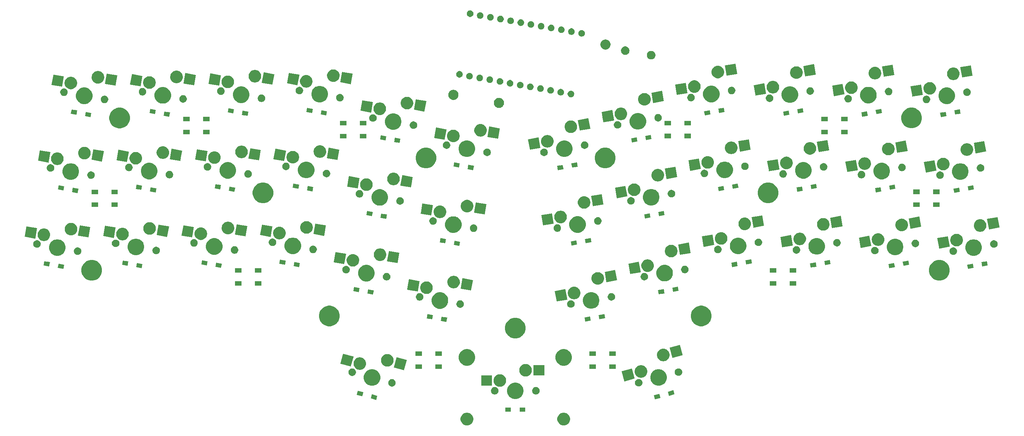
<source format=gbr>
G04 #@! TF.GenerationSoftware,KiCad,Pcbnew,(5.1.6-0-10_14)*
G04 #@! TF.CreationDate,2020-08-27T09:40:30+09:00*
G04 #@! TF.ProjectId,reviung39,72657669-756e-4673-9339-2e6b69636164,2.0*
G04 #@! TF.SameCoordinates,Original*
G04 #@! TF.FileFunction,Soldermask,Bot*
G04 #@! TF.FilePolarity,Negative*
%FSLAX46Y46*%
G04 Gerber Fmt 4.6, Leading zero omitted, Abs format (unit mm)*
G04 Created by KiCad (PCBNEW (5.1.6-0-10_14)) date 2020-08-27 09:40:30*
%MOMM*%
%LPD*%
G01*
G04 APERTURE LIST*
%ADD10C,0.100000*%
G04 APERTURE END LIST*
D10*
G36*
X156913267Y-150470263D02*
G01*
X157065411Y-150500526D01*
X157184137Y-150549704D01*
X157352041Y-150619252D01*
X157352042Y-150619253D01*
X157610004Y-150791617D01*
X157829383Y-151010996D01*
X157944553Y-151183361D01*
X158001748Y-151268959D01*
X158120474Y-151555590D01*
X158181000Y-151859875D01*
X158181000Y-152170125D01*
X158120474Y-152474410D01*
X158001748Y-152761041D01*
X158001747Y-152761042D01*
X157829383Y-153019004D01*
X157610004Y-153238383D01*
X157437639Y-153353553D01*
X157352041Y-153410748D01*
X157184137Y-153480296D01*
X157065411Y-153529474D01*
X156913267Y-153559737D01*
X156761125Y-153590000D01*
X156450875Y-153590000D01*
X156298733Y-153559737D01*
X156146589Y-153529474D01*
X156027863Y-153480296D01*
X155859959Y-153410748D01*
X155774361Y-153353553D01*
X155601996Y-153238383D01*
X155382617Y-153019004D01*
X155210253Y-152761042D01*
X155210252Y-152761041D01*
X155091526Y-152474410D01*
X155031000Y-152170125D01*
X155031000Y-151859875D01*
X155091526Y-151555590D01*
X155210252Y-151268959D01*
X155267447Y-151183361D01*
X155382617Y-151010996D01*
X155601996Y-150791617D01*
X155859958Y-150619253D01*
X155859959Y-150619252D01*
X156027863Y-150549704D01*
X156146589Y-150500526D01*
X156298733Y-150470263D01*
X156450875Y-150440000D01*
X156761125Y-150440000D01*
X156913267Y-150470263D01*
G37*
G36*
X133037267Y-150470263D02*
G01*
X133189411Y-150500526D01*
X133308137Y-150549704D01*
X133476041Y-150619252D01*
X133476042Y-150619253D01*
X133734004Y-150791617D01*
X133953383Y-151010996D01*
X134068553Y-151183361D01*
X134125748Y-151268959D01*
X134244474Y-151555590D01*
X134305000Y-151859875D01*
X134305000Y-152170125D01*
X134244474Y-152474410D01*
X134125748Y-152761041D01*
X134125747Y-152761042D01*
X133953383Y-153019004D01*
X133734004Y-153238383D01*
X133561639Y-153353553D01*
X133476041Y-153410748D01*
X133308137Y-153480296D01*
X133189411Y-153529474D01*
X133037267Y-153559737D01*
X132885125Y-153590000D01*
X132574875Y-153590000D01*
X132422733Y-153559737D01*
X132270589Y-153529474D01*
X132151863Y-153480296D01*
X131983959Y-153410748D01*
X131898361Y-153353553D01*
X131725996Y-153238383D01*
X131506617Y-153019004D01*
X131334253Y-152761042D01*
X131334252Y-152761041D01*
X131215526Y-152474410D01*
X131155000Y-152170125D01*
X131155000Y-151859875D01*
X131215526Y-151555590D01*
X131334252Y-151268959D01*
X131391447Y-151183361D01*
X131506617Y-151010996D01*
X131725996Y-150791617D01*
X131983958Y-150619253D01*
X131983959Y-150619252D01*
X132151863Y-150549704D01*
X132270589Y-150500526D01*
X132422733Y-150470263D01*
X132574875Y-150440000D01*
X132885125Y-150440000D01*
X133037267Y-150470263D01*
G37*
G36*
X147144000Y-150196000D02*
G01*
X145742000Y-150196000D01*
X145742000Y-149144000D01*
X147144000Y-149144000D01*
X147144000Y-150196000D01*
G37*
G36*
X143594000Y-150196000D02*
G01*
X142192000Y-150196000D01*
X142192000Y-149144000D01*
X143594000Y-149144000D01*
X143594000Y-150196000D01*
G37*
G36*
X110613253Y-146273355D02*
G01*
X110613253Y-146273356D01*
X110464999Y-146826645D01*
X110340975Y-147289509D01*
X108986747Y-146926645D01*
X109259025Y-145910491D01*
X110613253Y-146273355D01*
G37*
G36*
X180365000Y-146273356D02*
G01*
X180513253Y-146826645D01*
X179159025Y-147189509D01*
X178886747Y-146173356D01*
X178886747Y-146173355D01*
X180240975Y-145810491D01*
X180365000Y-146273356D01*
G37*
G36*
X145264474Y-143063684D02*
G01*
X145436472Y-143134928D01*
X145636623Y-143217833D01*
X145971548Y-143441623D01*
X146256377Y-143726452D01*
X146480167Y-144061377D01*
X146512562Y-144139586D01*
X146634316Y-144433526D01*
X146712900Y-144828594D01*
X146712900Y-145231406D01*
X146634316Y-145626474D01*
X146544017Y-145844474D01*
X146480167Y-145998623D01*
X146256377Y-146333548D01*
X145971548Y-146618377D01*
X145636623Y-146842167D01*
X145482474Y-146906017D01*
X145264474Y-146996316D01*
X144869406Y-147074900D01*
X144466594Y-147074900D01*
X144071526Y-146996316D01*
X143853526Y-146906017D01*
X143699377Y-146842167D01*
X143364452Y-146618377D01*
X143079623Y-146333548D01*
X142855833Y-145998623D01*
X142791983Y-145844474D01*
X142701684Y-145626474D01*
X142623100Y-145231406D01*
X142623100Y-144828594D01*
X142701684Y-144433526D01*
X142823438Y-144139586D01*
X142855833Y-144061377D01*
X143079623Y-143726452D01*
X143364452Y-143441623D01*
X143699377Y-143217833D01*
X143899528Y-143134928D01*
X144071526Y-143063684D01*
X144466594Y-142985100D01*
X144869406Y-142985100D01*
X145264474Y-143063684D01*
G37*
G36*
X107184217Y-145354547D02*
G01*
X107184217Y-145354548D01*
X107035963Y-145907837D01*
X106911939Y-146370701D01*
X105557711Y-146007837D01*
X105571601Y-145956000D01*
X105829989Y-144991683D01*
X107184217Y-145354547D01*
G37*
G36*
X183926956Y-145850611D02*
G01*
X183942289Y-145907837D01*
X182588061Y-146270701D01*
X182315783Y-145254548D01*
X182315783Y-145254547D01*
X183670011Y-144891683D01*
X183926956Y-145850611D01*
G37*
G36*
X150018104Y-144139585D02*
G01*
X150186626Y-144209389D01*
X150338291Y-144310728D01*
X150467272Y-144439709D01*
X150568611Y-144591374D01*
X150638415Y-144759896D01*
X150674000Y-144938797D01*
X150674000Y-145121203D01*
X150638415Y-145300104D01*
X150568611Y-145468626D01*
X150467272Y-145620291D01*
X150338291Y-145749272D01*
X150186626Y-145850611D01*
X150018104Y-145920415D01*
X149839203Y-145956000D01*
X149656797Y-145956000D01*
X149477896Y-145920415D01*
X149309374Y-145850611D01*
X149157709Y-145749272D01*
X149028728Y-145620291D01*
X148927389Y-145468626D01*
X148857585Y-145300104D01*
X148822000Y-145121203D01*
X148822000Y-144938797D01*
X148857585Y-144759896D01*
X148927389Y-144591374D01*
X149028728Y-144439709D01*
X149157709Y-144310728D01*
X149309374Y-144209389D01*
X149477896Y-144139585D01*
X149656797Y-144104000D01*
X149839203Y-144104000D01*
X150018104Y-144139585D01*
G37*
G36*
X139858104Y-144139585D02*
G01*
X140026626Y-144209389D01*
X140178291Y-144310728D01*
X140307272Y-144439709D01*
X140408611Y-144591374D01*
X140478415Y-144759896D01*
X140514000Y-144938797D01*
X140514000Y-145121203D01*
X140478415Y-145300104D01*
X140408611Y-145468626D01*
X140307272Y-145620291D01*
X140178291Y-145749272D01*
X140026626Y-145850611D01*
X139858104Y-145920415D01*
X139679203Y-145956000D01*
X139496797Y-145956000D01*
X139317896Y-145920415D01*
X139149374Y-145850611D01*
X138997709Y-145749272D01*
X138868728Y-145620291D01*
X138767389Y-145468626D01*
X138697585Y-145300104D01*
X138662000Y-145121203D01*
X138662000Y-144938797D01*
X138697585Y-144759896D01*
X138767389Y-144591374D01*
X138868728Y-144439709D01*
X138997709Y-144310728D01*
X139149374Y-144209389D01*
X139317896Y-144139585D01*
X139496797Y-144104000D01*
X139679203Y-144104000D01*
X139858104Y-144139585D01*
G37*
G36*
X141160585Y-140968802D02*
G01*
X141310410Y-140998604D01*
X141592674Y-141115521D01*
X141846705Y-141285259D01*
X142062741Y-141501295D01*
X142232479Y-141755326D01*
X142343220Y-142022680D01*
X142349396Y-142037591D01*
X142409000Y-142337239D01*
X142409000Y-142642761D01*
X142398102Y-142697547D01*
X142349396Y-142942410D01*
X142232479Y-143224674D01*
X142062741Y-143478705D01*
X141846705Y-143694741D01*
X141592674Y-143864479D01*
X141310410Y-143981396D01*
X141160585Y-144011198D01*
X141010761Y-144041000D01*
X140705239Y-144041000D01*
X140555415Y-144011198D01*
X140405590Y-143981396D01*
X140123326Y-143864479D01*
X139869295Y-143694741D01*
X139653259Y-143478705D01*
X139483521Y-143224674D01*
X139366604Y-142942410D01*
X139317898Y-142697547D01*
X139307000Y-142642761D01*
X139307000Y-142337239D01*
X139366604Y-142037591D01*
X139372780Y-142022680D01*
X139483521Y-141755326D01*
X139653259Y-141501295D01*
X139869295Y-141285259D01*
X140123326Y-141115521D01*
X140405590Y-140998604D01*
X140555415Y-140968802D01*
X140705239Y-140939000D01*
X141010761Y-140939000D01*
X141160585Y-140968802D01*
G37*
G36*
X114493191Y-142171571D02*
G01*
X114661713Y-142241375D01*
X114813378Y-142342714D01*
X114942359Y-142471695D01*
X115043698Y-142623360D01*
X115113502Y-142791882D01*
X115149087Y-142970783D01*
X115149087Y-143153189D01*
X115113502Y-143332090D01*
X115043698Y-143500612D01*
X114942359Y-143652277D01*
X114813378Y-143781258D01*
X114661713Y-143882597D01*
X114493191Y-143952401D01*
X114314290Y-143987986D01*
X114131884Y-143987986D01*
X113952983Y-143952401D01*
X113784461Y-143882597D01*
X113632796Y-143781258D01*
X113503815Y-143652277D01*
X113402476Y-143500612D01*
X113332672Y-143332090D01*
X113297087Y-143153189D01*
X113297087Y-142970783D01*
X113332672Y-142791882D01*
X113402476Y-142623360D01*
X113503815Y-142471695D01*
X113632796Y-142342714D01*
X113784461Y-142241375D01*
X113952983Y-142171571D01*
X114131884Y-142135986D01*
X114314290Y-142135986D01*
X114493191Y-142171571D01*
G37*
G36*
X175405063Y-142153310D02*
G01*
X175573585Y-142223114D01*
X175725250Y-142324453D01*
X175854231Y-142453434D01*
X175955570Y-142605099D01*
X176025374Y-142773621D01*
X176060959Y-142952522D01*
X176060959Y-143134928D01*
X176025374Y-143313829D01*
X175955570Y-143482351D01*
X175854231Y-143634016D01*
X175725250Y-143762997D01*
X175573585Y-143864336D01*
X175405063Y-143934140D01*
X175226162Y-143969725D01*
X175043756Y-143969725D01*
X174864855Y-143934140D01*
X174696333Y-143864336D01*
X174544668Y-143762997D01*
X174415687Y-143634016D01*
X174314348Y-143482351D01*
X174244544Y-143313829D01*
X174208959Y-143134928D01*
X174208959Y-142952522D01*
X174244544Y-142773621D01*
X174314348Y-142605099D01*
X174415687Y-142453434D01*
X174544668Y-142324453D01*
X174696333Y-142223114D01*
X174864855Y-142153310D01*
X175043756Y-142117725D01*
X175226162Y-142117725D01*
X175405063Y-142153310D01*
G37*
G36*
X109912658Y-139780869D02*
G01*
X110130658Y-139871168D01*
X110284807Y-139935018D01*
X110619732Y-140158808D01*
X110904561Y-140443637D01*
X111128351Y-140778562D01*
X111166644Y-140871010D01*
X111282500Y-141150711D01*
X111361084Y-141545779D01*
X111361084Y-141948591D01*
X111282500Y-142343659D01*
X111229465Y-142471696D01*
X111128351Y-142715808D01*
X110904561Y-143050733D01*
X110619732Y-143335562D01*
X110284807Y-143559352D01*
X110130658Y-143623202D01*
X109912658Y-143713501D01*
X109517590Y-143792085D01*
X109114778Y-143792085D01*
X108719710Y-143713501D01*
X108501710Y-143623202D01*
X108347561Y-143559352D01*
X108012636Y-143335562D01*
X107727807Y-143050733D01*
X107504017Y-142715808D01*
X107402903Y-142471696D01*
X107349868Y-142343659D01*
X107271284Y-141948591D01*
X107271284Y-141545779D01*
X107349868Y-141150711D01*
X107465724Y-140871010D01*
X107504017Y-140778562D01*
X107727807Y-140443637D01*
X108012636Y-140158808D01*
X108347561Y-139935018D01*
X108501710Y-139871168D01*
X108719710Y-139780869D01*
X109114778Y-139702285D01*
X109517590Y-139702285D01*
X109912658Y-139780869D01*
G37*
G36*
X138909000Y-143791000D02*
G01*
X136257000Y-143791000D01*
X136257000Y-141189000D01*
X138909000Y-141189000D01*
X138909000Y-143791000D01*
G37*
G36*
X180638336Y-139762608D02*
G01*
X180786146Y-139823833D01*
X181010485Y-139916757D01*
X181345410Y-140140547D01*
X181630239Y-140425376D01*
X181854029Y-140760301D01*
X181899886Y-140871010D01*
X182008178Y-141132450D01*
X182086762Y-141527518D01*
X182086762Y-141930330D01*
X182008178Y-142325398D01*
X181955143Y-142453435D01*
X181854029Y-142697547D01*
X181630239Y-143032472D01*
X181345410Y-143317301D01*
X181010485Y-143541091D01*
X180856336Y-143604941D01*
X180638336Y-143695240D01*
X180243268Y-143773824D01*
X179840456Y-143773824D01*
X179445388Y-143695240D01*
X179227388Y-143604941D01*
X179073239Y-143541091D01*
X178738314Y-143317301D01*
X178453485Y-143032472D01*
X178229695Y-142697547D01*
X178128581Y-142453435D01*
X178075546Y-142325398D01*
X177996962Y-141930330D01*
X177996962Y-141527518D01*
X178075546Y-141132450D01*
X178183838Y-140871010D01*
X178229695Y-140760301D01*
X178453485Y-140425376D01*
X178738314Y-140140547D01*
X179073239Y-139916757D01*
X179297578Y-139823833D01*
X179445388Y-139762608D01*
X179840456Y-139684024D01*
X180243268Y-139684024D01*
X180638336Y-139762608D01*
G37*
G36*
X174158418Y-142022680D02*
G01*
X171596783Y-142709069D01*
X170923336Y-140195730D01*
X173484971Y-139509341D01*
X174158418Y-142022680D01*
G37*
G36*
X176006869Y-138740375D02*
G01*
X176156694Y-138770177D01*
X176438958Y-138887094D01*
X176692989Y-139056832D01*
X176909025Y-139272868D01*
X177078763Y-139526899D01*
X177190741Y-139797239D01*
X177195680Y-139809164D01*
X177255284Y-140108812D01*
X177255284Y-140414334D01*
X177253087Y-140425377D01*
X177195680Y-140713983D01*
X177078763Y-140996247D01*
X176909025Y-141250278D01*
X176692989Y-141466314D01*
X176438958Y-141636052D01*
X176156694Y-141752969D01*
X176144834Y-141755328D01*
X175857045Y-141812573D01*
X175551523Y-141812573D01*
X175263734Y-141755328D01*
X175251874Y-141752969D01*
X174969610Y-141636052D01*
X174715579Y-141466314D01*
X174499543Y-141250278D01*
X174329805Y-140996247D01*
X174212888Y-140713983D01*
X174155481Y-140425377D01*
X174153284Y-140414334D01*
X174153284Y-140108812D01*
X174212888Y-139809164D01*
X174217827Y-139797239D01*
X174329805Y-139526899D01*
X174499543Y-139272868D01*
X174715579Y-139056832D01*
X174969610Y-138887094D01*
X175251874Y-138770177D01*
X175401699Y-138740375D01*
X175551523Y-138710573D01*
X175857045Y-138710573D01*
X176006869Y-138740375D01*
G37*
G36*
X147510585Y-138428802D02*
G01*
X147660410Y-138458604D01*
X147942674Y-138575521D01*
X148196705Y-138745259D01*
X148412741Y-138961295D01*
X148582479Y-139215326D01*
X148699396Y-139497590D01*
X148708224Y-139541970D01*
X148759000Y-139797239D01*
X148759000Y-140102761D01*
X148747161Y-140162280D01*
X148699396Y-140402410D01*
X148582479Y-140684674D01*
X148412741Y-140938705D01*
X148196705Y-141154741D01*
X147942674Y-141324479D01*
X147660410Y-141441396D01*
X147510585Y-141471198D01*
X147360761Y-141501000D01*
X147055239Y-141501000D01*
X146905415Y-141471198D01*
X146755590Y-141441396D01*
X146473326Y-141324479D01*
X146219295Y-141154741D01*
X146003259Y-140938705D01*
X145833521Y-140684674D01*
X145716604Y-140402410D01*
X145668839Y-140162280D01*
X145657000Y-140102761D01*
X145657000Y-139797239D01*
X145707776Y-139541970D01*
X145716604Y-139497590D01*
X145833521Y-139215326D01*
X146003259Y-138961295D01*
X146219295Y-138745259D01*
X146473326Y-138575521D01*
X146755590Y-138458604D01*
X146905415Y-138428802D01*
X147055239Y-138399000D01*
X147360761Y-138399000D01*
X147510585Y-138428802D01*
G37*
G36*
X104679385Y-139541969D02*
G01*
X104847907Y-139611773D01*
X104999572Y-139713112D01*
X105128553Y-139842093D01*
X105229892Y-139993758D01*
X105299696Y-140162280D01*
X105335281Y-140341181D01*
X105335281Y-140523587D01*
X105299696Y-140702488D01*
X105229892Y-140871010D01*
X105128553Y-141022675D01*
X104999572Y-141151656D01*
X104847907Y-141252995D01*
X104679385Y-141322799D01*
X104500484Y-141358384D01*
X104318078Y-141358384D01*
X104139177Y-141322799D01*
X103970655Y-141252995D01*
X103818990Y-141151656D01*
X103690009Y-141022675D01*
X103588670Y-140871010D01*
X103518866Y-140702488D01*
X103483281Y-140523587D01*
X103483281Y-140341181D01*
X103518866Y-140162280D01*
X103588670Y-139993758D01*
X103690009Y-139842093D01*
X103818990Y-139713112D01*
X103970655Y-139611773D01*
X104139177Y-139541969D01*
X104318078Y-139506384D01*
X104500484Y-139506384D01*
X104679385Y-139541969D01*
G37*
G36*
X185218869Y-139523708D02*
G01*
X185387391Y-139593512D01*
X185539056Y-139694851D01*
X185668037Y-139823832D01*
X185769376Y-139975497D01*
X185839180Y-140144019D01*
X185874765Y-140322920D01*
X185874765Y-140505326D01*
X185839180Y-140684227D01*
X185769376Y-140852749D01*
X185668037Y-141004414D01*
X185539056Y-141133395D01*
X185387391Y-141234734D01*
X185218869Y-141304538D01*
X185039968Y-141340123D01*
X184857562Y-141340123D01*
X184678661Y-141304538D01*
X184510139Y-141234734D01*
X184358474Y-141133395D01*
X184229493Y-141004414D01*
X184128154Y-140852749D01*
X184058350Y-140684227D01*
X184022765Y-140505326D01*
X184022765Y-140322920D01*
X184058350Y-140144019D01*
X184128154Y-139975497D01*
X184229493Y-139823832D01*
X184358474Y-139694851D01*
X184510139Y-139593512D01*
X184678661Y-139523708D01*
X184857562Y-139488123D01*
X185039968Y-139488123D01*
X185218869Y-139523708D01*
G37*
G36*
X151836000Y-141251000D02*
G01*
X149184000Y-141251000D01*
X149184000Y-138649000D01*
X151836000Y-138649000D01*
X151836000Y-141251000D01*
G37*
G36*
X117891464Y-137438828D02*
G01*
X117256335Y-139809164D01*
X117218017Y-139952166D01*
X117218017Y-139952167D01*
X114656382Y-139265778D01*
X115329829Y-136752439D01*
X117891464Y-137438828D01*
G37*
G36*
X106595992Y-136786435D02*
G01*
X106745817Y-136816237D01*
X107028081Y-136933154D01*
X107282112Y-137102892D01*
X107498148Y-137318928D01*
X107667886Y-137572959D01*
X107784803Y-137855223D01*
X107784803Y-137855224D01*
X107844407Y-138154872D01*
X107844407Y-138460394D01*
X107821507Y-138575521D01*
X107784803Y-138760043D01*
X107667886Y-139042307D01*
X107498148Y-139296338D01*
X107282112Y-139512374D01*
X107028081Y-139682112D01*
X106745817Y-139799029D01*
X106621124Y-139823832D01*
X106446168Y-139858633D01*
X106140646Y-139858633D01*
X105965690Y-139823832D01*
X105840997Y-139799029D01*
X105558733Y-139682112D01*
X105304702Y-139512374D01*
X105088666Y-139296338D01*
X104918928Y-139042307D01*
X104802011Y-138760043D01*
X104765307Y-138575521D01*
X104742407Y-138460394D01*
X104742407Y-138154872D01*
X104802011Y-137855224D01*
X104802011Y-137855223D01*
X104918928Y-137572959D01*
X105088666Y-137318928D01*
X105304702Y-137102892D01*
X105558733Y-136933154D01*
X105840997Y-136816237D01*
X105990822Y-136786435D01*
X106140646Y-136756633D01*
X106446168Y-136756633D01*
X106595992Y-136786435D01*
G37*
G36*
X126561000Y-139611000D02*
G01*
X124959000Y-139611000D01*
X124959000Y-138509000D01*
X126561000Y-138509000D01*
X126561000Y-139611000D01*
G37*
G36*
X121661000Y-139611000D02*
G01*
X120059000Y-139611000D01*
X120059000Y-138509000D01*
X121661000Y-138509000D01*
X121661000Y-139611000D01*
G37*
G36*
X169441000Y-139591000D02*
G01*
X167839000Y-139591000D01*
X167839000Y-138489000D01*
X169441000Y-138489000D01*
X169441000Y-139591000D01*
G37*
G36*
X164541000Y-139591000D02*
G01*
X162939000Y-139591000D01*
X162939000Y-138489000D01*
X164541000Y-138489000D01*
X164541000Y-139591000D01*
G37*
G36*
X104747541Y-136546525D02*
G01*
X104120388Y-138887094D01*
X104074094Y-139059863D01*
X104074094Y-139059864D01*
X101512459Y-138373475D01*
X102185906Y-135860136D01*
X104747541Y-136546525D01*
G37*
G36*
X113387021Y-135976484D02*
G01*
X113536846Y-136006286D01*
X113819110Y-136123203D01*
X114073141Y-136292941D01*
X114289177Y-136508977D01*
X114458915Y-136763008D01*
X114575832Y-137045272D01*
X114597325Y-137153324D01*
X114630266Y-137318928D01*
X114635436Y-137344922D01*
X114635436Y-137650442D01*
X114575832Y-137950092D01*
X114458915Y-138232356D01*
X114289177Y-138486387D01*
X114073141Y-138702423D01*
X113819110Y-138872161D01*
X113536846Y-138989078D01*
X113387021Y-139018880D01*
X113237197Y-139048682D01*
X112931675Y-139048682D01*
X112781851Y-139018880D01*
X112632026Y-138989078D01*
X112349762Y-138872161D01*
X112095731Y-138702423D01*
X111879695Y-138486387D01*
X111709957Y-138232356D01*
X111593040Y-137950092D01*
X111533436Y-137650442D01*
X111533436Y-137344922D01*
X111538607Y-137318928D01*
X111571547Y-137153324D01*
X111593040Y-137045272D01*
X111709957Y-136763008D01*
X111879695Y-136508977D01*
X112095731Y-136292941D01*
X112349762Y-136123203D01*
X112632026Y-136006286D01*
X112781851Y-135976484D01*
X112931675Y-135946682D01*
X113237197Y-135946682D01*
X113387021Y-135976484D01*
G37*
G36*
X133326474Y-134808684D02*
G01*
X133544474Y-134898983D01*
X133698623Y-134962833D01*
X134033548Y-135186623D01*
X134318377Y-135471452D01*
X134542167Y-135806377D01*
X134564435Y-135860137D01*
X134696316Y-136178526D01*
X134774900Y-136573594D01*
X134774900Y-136976406D01*
X134696316Y-137371474D01*
X134668417Y-137438828D01*
X134542167Y-137743623D01*
X134318377Y-138078548D01*
X134033548Y-138363377D01*
X133698623Y-138587167D01*
X133549344Y-138649000D01*
X133326474Y-138741316D01*
X132931406Y-138819900D01*
X132528594Y-138819900D01*
X132133526Y-138741316D01*
X131910656Y-138649000D01*
X131761377Y-138587167D01*
X131426452Y-138363377D01*
X131141623Y-138078548D01*
X130917833Y-137743623D01*
X130791583Y-137438828D01*
X130763684Y-137371474D01*
X130685100Y-136976406D01*
X130685100Y-136573594D01*
X130763684Y-136178526D01*
X130895565Y-135860137D01*
X130917833Y-135806377D01*
X131141623Y-135471452D01*
X131426452Y-135186623D01*
X131761377Y-134962833D01*
X131915526Y-134898983D01*
X132133526Y-134808684D01*
X132528594Y-134730100D01*
X132931406Y-134730100D01*
X133326474Y-134808684D01*
G37*
G36*
X157202474Y-134808684D02*
G01*
X157420474Y-134898983D01*
X157574623Y-134962833D01*
X157909548Y-135186623D01*
X158194377Y-135471452D01*
X158418167Y-135806377D01*
X158440435Y-135860137D01*
X158572316Y-136178526D01*
X158650900Y-136573594D01*
X158650900Y-136976406D01*
X158572316Y-137371474D01*
X158544417Y-137438828D01*
X158418167Y-137743623D01*
X158194377Y-138078548D01*
X157909548Y-138363377D01*
X157574623Y-138587167D01*
X157425344Y-138649000D01*
X157202474Y-138741316D01*
X156807406Y-138819900D01*
X156404594Y-138819900D01*
X156009526Y-138741316D01*
X155786656Y-138649000D01*
X155637377Y-138587167D01*
X155302452Y-138363377D01*
X155017623Y-138078548D01*
X154793833Y-137743623D01*
X154667583Y-137438828D01*
X154639684Y-137371474D01*
X154561100Y-136976406D01*
X154561100Y-136573594D01*
X154639684Y-136178526D01*
X154771565Y-135860137D01*
X154793833Y-135806377D01*
X155017623Y-135471452D01*
X155302452Y-135186623D01*
X155637377Y-134962833D01*
X155791526Y-134898983D01*
X156009526Y-134808684D01*
X156404594Y-134730100D01*
X156807406Y-134730100D01*
X157202474Y-134808684D01*
G37*
G36*
X181483098Y-134643422D02*
G01*
X181632923Y-134673224D01*
X181915187Y-134790141D01*
X182169218Y-134959879D01*
X182385254Y-135175915D01*
X182554992Y-135429946D01*
X182671909Y-135712210D01*
X182731513Y-136011860D01*
X182731513Y-136317380D01*
X182671909Y-136617030D01*
X182554992Y-136899294D01*
X182385254Y-137153325D01*
X182169218Y-137369361D01*
X181915187Y-137539099D01*
X181632923Y-137656016D01*
X181483098Y-137685818D01*
X181333274Y-137715620D01*
X181027752Y-137715620D01*
X180877928Y-137685818D01*
X180728103Y-137656016D01*
X180445839Y-137539099D01*
X180191808Y-137369361D01*
X179975772Y-137153325D01*
X179806034Y-136899294D01*
X179689117Y-136617030D01*
X179629513Y-136317380D01*
X179629513Y-136011860D01*
X179689117Y-135712210D01*
X179806034Y-135429946D01*
X179975772Y-135175915D01*
X180191808Y-134959879D01*
X180445839Y-134790141D01*
X180728103Y-134673224D01*
X180877928Y-134643422D01*
X181027752Y-134613620D01*
X181333274Y-134613620D01*
X181483098Y-134643422D01*
G37*
G36*
X185987541Y-136223475D02*
G01*
X183425906Y-136909864D01*
X182752459Y-134396525D01*
X185314094Y-133710136D01*
X185987541Y-136223475D01*
G37*
G36*
X126561000Y-136411000D02*
G01*
X124959000Y-136411000D01*
X124959000Y-135309000D01*
X126561000Y-135309000D01*
X126561000Y-136411000D01*
G37*
G36*
X121661000Y-136411000D02*
G01*
X120059000Y-136411000D01*
X120059000Y-135309000D01*
X121661000Y-135309000D01*
X121661000Y-136411000D01*
G37*
G36*
X169441000Y-136391000D02*
G01*
X167839000Y-136391000D01*
X167839000Y-135289000D01*
X169441000Y-135289000D01*
X169441000Y-136391000D01*
G37*
G36*
X164541000Y-136391000D02*
G01*
X162939000Y-136391000D01*
X162939000Y-135289000D01*
X164541000Y-135289000D01*
X164541000Y-136391000D01*
G37*
G36*
X145404098Y-127077033D02*
G01*
X145868350Y-127269332D01*
X145868352Y-127269333D01*
X146286168Y-127548509D01*
X146641491Y-127903832D01*
X146920667Y-128321648D01*
X146920668Y-128321650D01*
X147112967Y-128785902D01*
X147211000Y-129278747D01*
X147211000Y-129781253D01*
X147112967Y-130274098D01*
X146920668Y-130738350D01*
X146920667Y-130738352D01*
X146641491Y-131156168D01*
X146286168Y-131511491D01*
X145868352Y-131790667D01*
X145868351Y-131790668D01*
X145868350Y-131790668D01*
X145404098Y-131982967D01*
X144911253Y-132081000D01*
X144408747Y-132081000D01*
X143915902Y-131982967D01*
X143451650Y-131790668D01*
X143451649Y-131790668D01*
X143451648Y-131790667D01*
X143033832Y-131511491D01*
X142678509Y-131156168D01*
X142399333Y-130738352D01*
X142399332Y-130738350D01*
X142207033Y-130274098D01*
X142109000Y-129781253D01*
X142109000Y-129278747D01*
X142207033Y-128785902D01*
X142399332Y-128321650D01*
X142399333Y-128321648D01*
X142678509Y-127903832D01*
X143033832Y-127548509D01*
X143451648Y-127269333D01*
X143451650Y-127269332D01*
X143915902Y-127077033D01*
X144408747Y-126979000D01*
X144911253Y-126979000D01*
X145404098Y-127077033D01*
G37*
G36*
X99514098Y-124077033D02*
G01*
X99978350Y-124269332D01*
X99978352Y-124269333D01*
X100396168Y-124548509D01*
X100751491Y-124903832D01*
X101030667Y-125321648D01*
X101030668Y-125321650D01*
X101222967Y-125785902D01*
X101321000Y-126278747D01*
X101321000Y-126781253D01*
X101222967Y-127274098D01*
X101048828Y-127694508D01*
X101030667Y-127738352D01*
X100751491Y-128156168D01*
X100396168Y-128511491D01*
X99978352Y-128790667D01*
X99978351Y-128790668D01*
X99978350Y-128790668D01*
X99514098Y-128982967D01*
X99021253Y-129081000D01*
X98518747Y-129081000D01*
X98025902Y-128982967D01*
X97561650Y-128790668D01*
X97561649Y-128790668D01*
X97561648Y-128790667D01*
X97143832Y-128511491D01*
X96788509Y-128156168D01*
X96509333Y-127738352D01*
X96491172Y-127694508D01*
X96317033Y-127274098D01*
X96219000Y-126781253D01*
X96219000Y-126278747D01*
X96317033Y-125785902D01*
X96509332Y-125321650D01*
X96509333Y-125321648D01*
X96788509Y-124903832D01*
X97143832Y-124548509D01*
X97561648Y-124269333D01*
X97561650Y-124269332D01*
X98025902Y-124077033D01*
X98518747Y-123979000D01*
X99021253Y-123979000D01*
X99514098Y-124077033D01*
G37*
G36*
X191304098Y-124077033D02*
G01*
X191768350Y-124269332D01*
X191768352Y-124269333D01*
X192186168Y-124548509D01*
X192541491Y-124903832D01*
X192820667Y-125321648D01*
X192820668Y-125321650D01*
X193012967Y-125785902D01*
X193111000Y-126278747D01*
X193111000Y-126781253D01*
X193012967Y-127274098D01*
X192838828Y-127694508D01*
X192820667Y-127738352D01*
X192541491Y-128156168D01*
X192186168Y-128511491D01*
X191768352Y-128790667D01*
X191768351Y-128790668D01*
X191768350Y-128790668D01*
X191304098Y-128982967D01*
X190811253Y-129081000D01*
X190308747Y-129081000D01*
X189815902Y-128982967D01*
X189351650Y-128790668D01*
X189351649Y-128790668D01*
X189351648Y-128790667D01*
X188933832Y-128511491D01*
X188578509Y-128156168D01*
X188299333Y-127738352D01*
X188281172Y-127694508D01*
X188107033Y-127274098D01*
X188009000Y-126781253D01*
X188009000Y-126278747D01*
X188107033Y-125785902D01*
X188299332Y-125321650D01*
X188299333Y-125321648D01*
X188578509Y-124903832D01*
X188933832Y-124548509D01*
X189351648Y-124269333D01*
X189351650Y-124269332D01*
X189815902Y-124077033D01*
X190308747Y-123979000D01*
X190811253Y-123979000D01*
X191304098Y-124077033D01*
G37*
G36*
X127859723Y-126951944D02*
G01*
X127677045Y-127987962D01*
X126296345Y-127744508D01*
X126479023Y-126708490D01*
X127859723Y-126951944D01*
G37*
G36*
X163323655Y-127694508D02*
G01*
X161942955Y-127937962D01*
X161760277Y-126901944D01*
X163140977Y-126658490D01*
X163323655Y-127694508D01*
G37*
G36*
X124363655Y-126335492D02*
G01*
X124180977Y-127371510D01*
X122800277Y-127128056D01*
X122982955Y-126092038D01*
X124363655Y-126335492D01*
G37*
G36*
X166819723Y-127078056D02*
G01*
X165439023Y-127321510D01*
X165256345Y-126285492D01*
X166637045Y-126042038D01*
X166819723Y-127078056D01*
G37*
G36*
X126656474Y-120743684D02*
G01*
X126874474Y-120833983D01*
X127028623Y-120897833D01*
X127363548Y-121121623D01*
X127648377Y-121406452D01*
X127872167Y-121741377D01*
X127872167Y-121741378D01*
X128026316Y-122113526D01*
X128104900Y-122508594D01*
X128104900Y-122911406D01*
X128026316Y-123306474D01*
X127936017Y-123524474D01*
X127872167Y-123678623D01*
X127648377Y-124013548D01*
X127363548Y-124298377D01*
X127028623Y-124522167D01*
X126965027Y-124548509D01*
X126656474Y-124676316D01*
X126261406Y-124754900D01*
X125858594Y-124754900D01*
X125463526Y-124676316D01*
X125154973Y-124548509D01*
X125091377Y-124522167D01*
X124756452Y-124298377D01*
X124471623Y-124013548D01*
X124247833Y-123678623D01*
X124183983Y-123524474D01*
X124093684Y-123306474D01*
X124015100Y-122911406D01*
X124015100Y-122508594D01*
X124093684Y-122113526D01*
X124247833Y-121741378D01*
X124247833Y-121741377D01*
X124471623Y-121406452D01*
X124756452Y-121121623D01*
X125091377Y-120897833D01*
X125245526Y-120833983D01*
X125463526Y-120743684D01*
X125858594Y-120665100D01*
X126261406Y-120665100D01*
X126656474Y-120743684D01*
G37*
G36*
X163986474Y-120723684D02*
G01*
X164204474Y-120813983D01*
X164358623Y-120877833D01*
X164693548Y-121101623D01*
X164978377Y-121386452D01*
X165202167Y-121721377D01*
X165250843Y-121838892D01*
X165356316Y-122093526D01*
X165434900Y-122488594D01*
X165434900Y-122891406D01*
X165356316Y-123286474D01*
X165267485Y-123500930D01*
X165202167Y-123658623D01*
X164978377Y-123993548D01*
X164693548Y-124278377D01*
X164358623Y-124502167D01*
X164320077Y-124518133D01*
X163986474Y-124656316D01*
X163591406Y-124734900D01*
X163188594Y-124734900D01*
X162793526Y-124656316D01*
X162459923Y-124518133D01*
X162421377Y-124502167D01*
X162086452Y-124278377D01*
X161801623Y-123993548D01*
X161577833Y-123658623D01*
X161512515Y-123500930D01*
X161423684Y-123286474D01*
X161345100Y-122891406D01*
X161345100Y-122488594D01*
X161423684Y-122093526D01*
X161529157Y-121838892D01*
X161577833Y-121721377D01*
X161801623Y-121386452D01*
X162086452Y-121101623D01*
X162421377Y-120877833D01*
X162575526Y-120813983D01*
X162793526Y-120723684D01*
X163188594Y-120645100D01*
X163591406Y-120645100D01*
X163986474Y-120723684D01*
G37*
G36*
X131332927Y-122701718D02*
G01*
X131501449Y-122771522D01*
X131653114Y-122872861D01*
X131782095Y-123001842D01*
X131883434Y-123153507D01*
X131953238Y-123322029D01*
X131988823Y-123500930D01*
X131988823Y-123683336D01*
X131953238Y-123862237D01*
X131883434Y-124030759D01*
X131782095Y-124182424D01*
X131653114Y-124311405D01*
X131501449Y-124412744D01*
X131332927Y-124482548D01*
X131154026Y-124518133D01*
X130971620Y-124518133D01*
X130792719Y-124482548D01*
X130624197Y-124412744D01*
X130472532Y-124311405D01*
X130343551Y-124182424D01*
X130242212Y-124030759D01*
X130172408Y-123862237D01*
X130136823Y-123683336D01*
X130136823Y-123500930D01*
X130172408Y-123322029D01*
X130242212Y-123153507D01*
X130343551Y-123001842D01*
X130472532Y-122872861D01*
X130624197Y-122771522D01*
X130792719Y-122701718D01*
X130971620Y-122666133D01*
X131154026Y-122666133D01*
X131332927Y-122701718D01*
G37*
G36*
X158657281Y-122681718D02*
G01*
X158825803Y-122751522D01*
X158977468Y-122852861D01*
X159106449Y-122981842D01*
X159207788Y-123133507D01*
X159277592Y-123302029D01*
X159313177Y-123480930D01*
X159313177Y-123663336D01*
X159277592Y-123842237D01*
X159207788Y-124010759D01*
X159106449Y-124162424D01*
X158977468Y-124291405D01*
X158825803Y-124392744D01*
X158657281Y-124462548D01*
X158478380Y-124498133D01*
X158295974Y-124498133D01*
X158117073Y-124462548D01*
X157948551Y-124392744D01*
X157796886Y-124291405D01*
X157667905Y-124162424D01*
X157566566Y-124010759D01*
X157496762Y-123842237D01*
X157461177Y-123663336D01*
X157461177Y-123480930D01*
X157496762Y-123302029D01*
X157566566Y-123133507D01*
X157667905Y-122981842D01*
X157796886Y-122852861D01*
X157948551Y-122751522D01*
X158117073Y-122681718D01*
X158295974Y-122646133D01*
X158478380Y-122646133D01*
X158657281Y-122681718D01*
G37*
G36*
X157436984Y-122093525D02*
G01*
X157503342Y-122469864D01*
X154891632Y-122930378D01*
X154439800Y-120367909D01*
X154439800Y-120367908D01*
X157051510Y-119907394D01*
X157436984Y-122093525D01*
G37*
G36*
X121327281Y-120937452D02*
G01*
X121495803Y-121007256D01*
X121647468Y-121108595D01*
X121776449Y-121237576D01*
X121877788Y-121389241D01*
X121947592Y-121557763D01*
X121983177Y-121736664D01*
X121983177Y-121919070D01*
X121947592Y-122097971D01*
X121877788Y-122266493D01*
X121776449Y-122418158D01*
X121647468Y-122547139D01*
X121495803Y-122648478D01*
X121327281Y-122718282D01*
X121148380Y-122753867D01*
X120965974Y-122753867D01*
X120787073Y-122718282D01*
X120618551Y-122648478D01*
X120466886Y-122547139D01*
X120337905Y-122418158D01*
X120236566Y-122266493D01*
X120166762Y-122097971D01*
X120131177Y-121919070D01*
X120131177Y-121736664D01*
X120166762Y-121557763D01*
X120236566Y-121389241D01*
X120337905Y-121237576D01*
X120466886Y-121108595D01*
X120618551Y-121007256D01*
X120787073Y-120937452D01*
X120965974Y-120901867D01*
X121148380Y-120901867D01*
X121327281Y-120937452D01*
G37*
G36*
X168662927Y-120917452D02*
G01*
X168831449Y-120987256D01*
X168983114Y-121088595D01*
X169112095Y-121217576D01*
X169213434Y-121369241D01*
X169283238Y-121537763D01*
X169318823Y-121716664D01*
X169318823Y-121899070D01*
X169283238Y-122077971D01*
X169213434Y-122246493D01*
X169112095Y-122398158D01*
X168983114Y-122527139D01*
X168831449Y-122628478D01*
X168662927Y-122698282D01*
X168484026Y-122733867D01*
X168301620Y-122733867D01*
X168122719Y-122698282D01*
X167954197Y-122628478D01*
X167802532Y-122527139D01*
X167673551Y-122398158D01*
X167572212Y-122246493D01*
X167502408Y-122077971D01*
X167466823Y-121899070D01*
X167466823Y-121716664D01*
X167502408Y-121537763D01*
X167572212Y-121369241D01*
X167673551Y-121217576D01*
X167802532Y-121088595D01*
X167954197Y-120987256D01*
X168122719Y-120917452D01*
X168301620Y-120881867D01*
X168484026Y-120881867D01*
X168662927Y-120917452D01*
G37*
G36*
X159499401Y-119328990D02*
G01*
X159649226Y-119358792D01*
X159931490Y-119475709D01*
X160185521Y-119645447D01*
X160401557Y-119861483D01*
X160571295Y-120115514D01*
X160688212Y-120397778D01*
X160747816Y-120697428D01*
X160747816Y-121002948D01*
X160688212Y-121302598D01*
X160571295Y-121584862D01*
X160401557Y-121838893D01*
X160185521Y-122054929D01*
X159931490Y-122224667D01*
X159649226Y-122341584D01*
X159499401Y-122371386D01*
X159349577Y-122401188D01*
X159044055Y-122401188D01*
X158894231Y-122371386D01*
X158744406Y-122341584D01*
X158462142Y-122224667D01*
X158208111Y-122054929D01*
X157992075Y-121838893D01*
X157822337Y-121584862D01*
X157705420Y-121302598D01*
X157645816Y-121002948D01*
X157645816Y-120697428D01*
X157705420Y-120397778D01*
X157822337Y-120115514D01*
X157992075Y-119861483D01*
X158208111Y-119645447D01*
X158462142Y-119475709D01*
X158744406Y-119358792D01*
X158894231Y-119328990D01*
X159044055Y-119299188D01*
X159349577Y-119299188D01*
X159499401Y-119328990D01*
G37*
G36*
X109749723Y-120211944D02*
G01*
X109567045Y-121247962D01*
X108186345Y-121004508D01*
X108369023Y-119968490D01*
X109749723Y-120211944D01*
G37*
G36*
X181473655Y-120944508D02*
G01*
X180092955Y-121187962D01*
X179910277Y-120151944D01*
X181290977Y-119908490D01*
X181473655Y-120944508D01*
G37*
G36*
X123051534Y-118025791D02*
G01*
X123201359Y-118055593D01*
X123483623Y-118172510D01*
X123737654Y-118342248D01*
X123953690Y-118558284D01*
X124123428Y-118812315D01*
X124240345Y-119094579D01*
X124299949Y-119394229D01*
X124299949Y-119699749D01*
X124240345Y-119999399D01*
X124123428Y-120281663D01*
X123953690Y-120535694D01*
X123737654Y-120751730D01*
X123483623Y-120921468D01*
X123201359Y-121038385D01*
X123051534Y-121068187D01*
X122901710Y-121097989D01*
X122596188Y-121097989D01*
X122446364Y-121068187D01*
X122296539Y-121038385D01*
X122014275Y-120921468D01*
X121760244Y-120751730D01*
X121544208Y-120535694D01*
X121374470Y-120281663D01*
X121257553Y-119999399D01*
X121197949Y-119699749D01*
X121197949Y-119394229D01*
X121257553Y-119094579D01*
X121374470Y-118812315D01*
X121544208Y-118558284D01*
X121760244Y-118342248D01*
X122014275Y-118172510D01*
X122296539Y-118055593D01*
X122446364Y-118025791D01*
X122596188Y-117995989D01*
X122901710Y-117995989D01*
X123051534Y-118025791D01*
G37*
G36*
X106253655Y-119595492D02*
G01*
X106070977Y-120631510D01*
X104690277Y-120388056D01*
X104872955Y-119352038D01*
X106253655Y-119595492D01*
G37*
G36*
X184969723Y-120328056D02*
G01*
X183589023Y-120571510D01*
X183406345Y-119535492D01*
X184787045Y-119292038D01*
X184969723Y-120328056D01*
G37*
G36*
X121055474Y-117927313D02*
G01*
X121055474Y-117927314D01*
X120603642Y-120489783D01*
X117991932Y-120029269D01*
X118013229Y-119908490D01*
X118443764Y-117466799D01*
X121055474Y-117927313D01*
G37*
G36*
X134227151Y-117670651D02*
G01*
X134227151Y-117670652D01*
X133775319Y-120233121D01*
X131163609Y-119772607D01*
X131176456Y-119699750D01*
X131615441Y-117210137D01*
X134227151Y-117670651D01*
G37*
G36*
X129746129Y-116627045D02*
G01*
X129895954Y-116656847D01*
X130178218Y-116773764D01*
X130432249Y-116943502D01*
X130648285Y-117159538D01*
X130818023Y-117413569D01*
X130934940Y-117695833D01*
X130934940Y-117695834D01*
X130974819Y-117896316D01*
X130994544Y-117995483D01*
X130994544Y-118301003D01*
X130934940Y-118600653D01*
X130818023Y-118882917D01*
X130648285Y-119136948D01*
X130432249Y-119352984D01*
X130178218Y-119522722D01*
X129895954Y-119639639D01*
X129746129Y-119669441D01*
X129596305Y-119699243D01*
X129290783Y-119699243D01*
X129140959Y-119669441D01*
X128991134Y-119639639D01*
X128708870Y-119522722D01*
X128454839Y-119352984D01*
X128238803Y-119136948D01*
X128069065Y-118882917D01*
X127952148Y-118600653D01*
X127892544Y-118301003D01*
X127892544Y-117995483D01*
X127912270Y-117896316D01*
X127952148Y-117695834D01*
X127952148Y-117695833D01*
X128069065Y-117413569D01*
X128238803Y-117159538D01*
X128454839Y-116943502D01*
X128708870Y-116773764D01*
X128991134Y-116656847D01*
X129140959Y-116627045D01*
X129290783Y-116597243D01*
X129596305Y-116597243D01*
X129746129Y-116627045D01*
G37*
G36*
X213991000Y-119061000D02*
G01*
X212389000Y-119061000D01*
X212389000Y-117959000D01*
X213991000Y-117959000D01*
X213991000Y-119061000D01*
G37*
G36*
X77111000Y-119061000D02*
G01*
X75509000Y-119061000D01*
X75509000Y-117959000D01*
X77111000Y-117959000D01*
X77111000Y-119061000D01*
G37*
G36*
X82011000Y-119061000D02*
G01*
X80409000Y-119061000D01*
X80409000Y-117959000D01*
X82011000Y-117959000D01*
X82011000Y-119061000D01*
G37*
G36*
X209091000Y-119061000D02*
G01*
X207489000Y-119061000D01*
X207489000Y-117959000D01*
X209091000Y-117959000D01*
X209091000Y-119061000D01*
G37*
G36*
X165311864Y-115724912D02*
G01*
X165461689Y-115754714D01*
X165743953Y-115871631D01*
X165997984Y-116041369D01*
X166214020Y-116257405D01*
X166383758Y-116511436D01*
X166500675Y-116793700D01*
X166515090Y-116866168D01*
X166558069Y-117082237D01*
X166560279Y-117093350D01*
X166560279Y-117398870D01*
X166500675Y-117698520D01*
X166383758Y-117980784D01*
X166214020Y-118234815D01*
X165997984Y-118450851D01*
X165743953Y-118620589D01*
X165461689Y-118737506D01*
X165311864Y-118767308D01*
X165162040Y-118797110D01*
X164856518Y-118797110D01*
X164706694Y-118767308D01*
X164556869Y-118737506D01*
X164274605Y-118620589D01*
X164020574Y-118450851D01*
X163804538Y-118234815D01*
X163634800Y-117980784D01*
X163517883Y-117698520D01*
X163458279Y-117398870D01*
X163458279Y-117093350D01*
X163460490Y-117082237D01*
X163503468Y-116866168D01*
X163517883Y-116793700D01*
X163634800Y-116511436D01*
X163804538Y-116257405D01*
X164020574Y-116041369D01*
X164274605Y-115871631D01*
X164556869Y-115754714D01*
X164706694Y-115724912D01*
X164856518Y-115695110D01*
X165162040Y-115695110D01*
X165311864Y-115724912D01*
G37*
G36*
X169792682Y-117722547D02*
G01*
X169792885Y-117723702D01*
X167181175Y-118184216D01*
X167130410Y-117896315D01*
X166729343Y-115621747D01*
X166729343Y-115621746D01*
X169341053Y-115161232D01*
X169792682Y-117722547D01*
G37*
G36*
X108506474Y-113983684D02*
G01*
X108724474Y-114073983D01*
X108878623Y-114137833D01*
X109213548Y-114361623D01*
X109498377Y-114646452D01*
X109722167Y-114981377D01*
X109725220Y-114988748D01*
X109876316Y-115353526D01*
X109954900Y-115748594D01*
X109954900Y-116151406D01*
X109876316Y-116546474D01*
X109786017Y-116764474D01*
X109722167Y-116918623D01*
X109498377Y-117253548D01*
X109213548Y-117538377D01*
X108878623Y-117762167D01*
X108724474Y-117826017D01*
X108506474Y-117916316D01*
X108111406Y-117994900D01*
X107708594Y-117994900D01*
X107313526Y-117916316D01*
X107095526Y-117826017D01*
X106941377Y-117762167D01*
X106606452Y-117538377D01*
X106321623Y-117253548D01*
X106097833Y-116918623D01*
X106033983Y-116764474D01*
X105943684Y-116546474D01*
X105865100Y-116151406D01*
X105865100Y-115748594D01*
X105943684Y-115353526D01*
X106094780Y-114988748D01*
X106097833Y-114981377D01*
X106321623Y-114646452D01*
X106606452Y-114361623D01*
X106941377Y-114137833D01*
X107095526Y-114073983D01*
X107313526Y-113983684D01*
X107708594Y-113905100D01*
X108111406Y-113905100D01*
X108506474Y-113983684D01*
G37*
G36*
X182116474Y-113963684D02*
G01*
X182280220Y-114031510D01*
X182488623Y-114117833D01*
X182823548Y-114341623D01*
X183108377Y-114626452D01*
X183332167Y-114961377D01*
X183343504Y-114988747D01*
X183486316Y-115333526D01*
X183564900Y-115728594D01*
X183564900Y-116131406D01*
X183486316Y-116526474D01*
X183397485Y-116740930D01*
X183332167Y-116898623D01*
X183108377Y-117233548D01*
X182823548Y-117518377D01*
X182488623Y-117742167D01*
X182450077Y-117758133D01*
X182116474Y-117896316D01*
X181721406Y-117974900D01*
X181318594Y-117974900D01*
X180923526Y-117896316D01*
X180589923Y-117758133D01*
X180551377Y-117742167D01*
X180216452Y-117518377D01*
X179931623Y-117233548D01*
X179707833Y-116898623D01*
X179642515Y-116740930D01*
X179553684Y-116526474D01*
X179475100Y-116131406D01*
X179475100Y-115728594D01*
X179553684Y-115333526D01*
X179696496Y-114988747D01*
X179707833Y-114961377D01*
X179931623Y-114626452D01*
X180216452Y-114341623D01*
X180551377Y-114117833D01*
X180759780Y-114031510D01*
X180923526Y-113963684D01*
X181318594Y-113885100D01*
X181721406Y-113885100D01*
X182116474Y-113963684D01*
G37*
G36*
X40874098Y-112787033D02*
G01*
X41242790Y-112939750D01*
X41338352Y-112979333D01*
X41756168Y-113258509D01*
X42111491Y-113613832D01*
X42390667Y-114031648D01*
X42390668Y-114031650D01*
X42582967Y-114495902D01*
X42681000Y-114988747D01*
X42681000Y-115491253D01*
X42582967Y-115984098D01*
X42413384Y-116393508D01*
X42390667Y-116448352D01*
X42111491Y-116866168D01*
X41756168Y-117221491D01*
X41338352Y-117500667D01*
X41338351Y-117500668D01*
X41338350Y-117500668D01*
X40874098Y-117692967D01*
X40381253Y-117791000D01*
X39878747Y-117791000D01*
X39385902Y-117692967D01*
X38921650Y-117500668D01*
X38921649Y-117500668D01*
X38921648Y-117500667D01*
X38503832Y-117221491D01*
X38148509Y-116866168D01*
X37869333Y-116448352D01*
X37846616Y-116393508D01*
X37677033Y-115984098D01*
X37579000Y-115491253D01*
X37579000Y-114988747D01*
X37677033Y-114495902D01*
X37869332Y-114031650D01*
X37869333Y-114031648D01*
X38148509Y-113613832D01*
X38503832Y-113258509D01*
X38921648Y-112979333D01*
X39017210Y-112939750D01*
X39385902Y-112787033D01*
X39878747Y-112689000D01*
X40381253Y-112689000D01*
X40874098Y-112787033D01*
G37*
G36*
X250064098Y-112787033D02*
G01*
X250432790Y-112939750D01*
X250528352Y-112979333D01*
X250946168Y-113258509D01*
X251301491Y-113613832D01*
X251580667Y-114031648D01*
X251580668Y-114031650D01*
X251772967Y-114495902D01*
X251871000Y-114988747D01*
X251871000Y-115491253D01*
X251772967Y-115984098D01*
X251603384Y-116393508D01*
X251580667Y-116448352D01*
X251301491Y-116866168D01*
X250946168Y-117221491D01*
X250528352Y-117500667D01*
X250528351Y-117500668D01*
X250528350Y-117500668D01*
X250064098Y-117692967D01*
X249571253Y-117791000D01*
X249068747Y-117791000D01*
X248575902Y-117692967D01*
X248111650Y-117500668D01*
X248111649Y-117500668D01*
X248111648Y-117500667D01*
X247693832Y-117221491D01*
X247338509Y-116866168D01*
X247059333Y-116448352D01*
X247036616Y-116393508D01*
X246867033Y-115984098D01*
X246769000Y-115491253D01*
X246769000Y-114988747D01*
X246867033Y-114495902D01*
X247059332Y-114031650D01*
X247059333Y-114031648D01*
X247338509Y-113613832D01*
X247693832Y-113258509D01*
X248111648Y-112979333D01*
X248207210Y-112939750D01*
X248575902Y-112787033D01*
X249068747Y-112689000D01*
X249571253Y-112689000D01*
X250064098Y-112787033D01*
G37*
G36*
X113182927Y-115941718D02*
G01*
X113351449Y-116011522D01*
X113503114Y-116112861D01*
X113632095Y-116241842D01*
X113733434Y-116393507D01*
X113803238Y-116562029D01*
X113838823Y-116740930D01*
X113838823Y-116923336D01*
X113803238Y-117102237D01*
X113733434Y-117270759D01*
X113632095Y-117422424D01*
X113503114Y-117551405D01*
X113351449Y-117652744D01*
X113182927Y-117722548D01*
X113004026Y-117758133D01*
X112821620Y-117758133D01*
X112642719Y-117722548D01*
X112474197Y-117652744D01*
X112322532Y-117551405D01*
X112193551Y-117422424D01*
X112092212Y-117270759D01*
X112022408Y-117102237D01*
X111986823Y-116923336D01*
X111986823Y-116740930D01*
X112022408Y-116562029D01*
X112092212Y-116393507D01*
X112193551Y-116241842D01*
X112322532Y-116112861D01*
X112474197Y-116011522D01*
X112642719Y-115941718D01*
X112821620Y-115906133D01*
X113004026Y-115906133D01*
X113182927Y-115941718D01*
G37*
G36*
X176787281Y-115921718D02*
G01*
X176955803Y-115991522D01*
X177107468Y-116092861D01*
X177236449Y-116221842D01*
X177337788Y-116373507D01*
X177407592Y-116542029D01*
X177443177Y-116720930D01*
X177443177Y-116903336D01*
X177407592Y-117082237D01*
X177337788Y-117250759D01*
X177236449Y-117402424D01*
X177107468Y-117531405D01*
X176955803Y-117632744D01*
X176787281Y-117702548D01*
X176608380Y-117738133D01*
X176425974Y-117738133D01*
X176247073Y-117702548D01*
X176078551Y-117632744D01*
X175926886Y-117531405D01*
X175797905Y-117402424D01*
X175696566Y-117250759D01*
X175626762Y-117082237D01*
X175591177Y-116903336D01*
X175591177Y-116720930D01*
X175626762Y-116542029D01*
X175696566Y-116373507D01*
X175797905Y-116221842D01*
X175926886Y-116092861D01*
X176078551Y-115991522D01*
X176247073Y-115921718D01*
X176425974Y-115886133D01*
X176608380Y-115886133D01*
X176787281Y-115921718D01*
G37*
G36*
X175630741Y-115695110D02*
G01*
X175633342Y-115709864D01*
X173021632Y-116170378D01*
X172569800Y-113607909D01*
X172569800Y-113607908D01*
X175181510Y-113147394D01*
X175630741Y-115695110D01*
G37*
G36*
X103177281Y-114177452D02*
G01*
X103345803Y-114247256D01*
X103497468Y-114348595D01*
X103626449Y-114477576D01*
X103727788Y-114629241D01*
X103797592Y-114797763D01*
X103833177Y-114976664D01*
X103833177Y-115159070D01*
X103797592Y-115337971D01*
X103727788Y-115506493D01*
X103626449Y-115658158D01*
X103497468Y-115787139D01*
X103345803Y-115888478D01*
X103177281Y-115958282D01*
X102998380Y-115993867D01*
X102815974Y-115993867D01*
X102637073Y-115958282D01*
X102468551Y-115888478D01*
X102316886Y-115787139D01*
X102187905Y-115658158D01*
X102086566Y-115506493D01*
X102016762Y-115337971D01*
X101981177Y-115159070D01*
X101981177Y-114976664D01*
X102016762Y-114797763D01*
X102086566Y-114629241D01*
X102187905Y-114477576D01*
X102316886Y-114348595D01*
X102468551Y-114247256D01*
X102637073Y-114177452D01*
X102815974Y-114141867D01*
X102998380Y-114141867D01*
X103177281Y-114177452D01*
G37*
G36*
X186792927Y-114157452D02*
G01*
X186961449Y-114227256D01*
X187113114Y-114328595D01*
X187242095Y-114457576D01*
X187343434Y-114609241D01*
X187413238Y-114777763D01*
X187448823Y-114956664D01*
X187448823Y-115139070D01*
X187413238Y-115317971D01*
X187343434Y-115486493D01*
X187242095Y-115638158D01*
X187113114Y-115767139D01*
X186961449Y-115868478D01*
X186792927Y-115938282D01*
X186614026Y-115973867D01*
X186431620Y-115973867D01*
X186252719Y-115938282D01*
X186084197Y-115868478D01*
X185932532Y-115767139D01*
X185803551Y-115638158D01*
X185702212Y-115486493D01*
X185632408Y-115317971D01*
X185596823Y-115139070D01*
X185596823Y-114956664D01*
X185632408Y-114777763D01*
X185702212Y-114609241D01*
X185803551Y-114457576D01*
X185932532Y-114328595D01*
X186084197Y-114227256D01*
X186252719Y-114157452D01*
X186431620Y-114121867D01*
X186614026Y-114121867D01*
X186792927Y-114157452D01*
G37*
G36*
X82011000Y-115861000D02*
G01*
X80409000Y-115861000D01*
X80409000Y-114759000D01*
X82011000Y-114759000D01*
X82011000Y-115861000D01*
G37*
G36*
X209091000Y-115861000D02*
G01*
X207489000Y-115861000D01*
X207489000Y-114759000D01*
X209091000Y-114759000D01*
X209091000Y-115861000D01*
G37*
G36*
X77111000Y-115861000D02*
G01*
X75509000Y-115861000D01*
X75509000Y-114759000D01*
X77111000Y-114759000D01*
X77111000Y-115861000D01*
G37*
G36*
X213991000Y-115861000D02*
G01*
X212389000Y-115861000D01*
X212389000Y-114759000D01*
X213991000Y-114759000D01*
X213991000Y-115861000D01*
G37*
G36*
X177629401Y-112568990D02*
G01*
X177779226Y-112598792D01*
X178061490Y-112715709D01*
X178315521Y-112885447D01*
X178531557Y-113101483D01*
X178701295Y-113355514D01*
X178818212Y-113637778D01*
X178818212Y-113637779D01*
X178877816Y-113937427D01*
X178877816Y-114242949D01*
X178856802Y-114348595D01*
X178818212Y-114542598D01*
X178701295Y-114824862D01*
X178531557Y-115078893D01*
X178315521Y-115294929D01*
X178061490Y-115464667D01*
X177779226Y-115581584D01*
X177629401Y-115611386D01*
X177479577Y-115641188D01*
X177174055Y-115641188D01*
X177024231Y-115611386D01*
X176874406Y-115581584D01*
X176592142Y-115464667D01*
X176338111Y-115294929D01*
X176122075Y-115078893D01*
X175952337Y-114824862D01*
X175835420Y-114542598D01*
X175796830Y-114348595D01*
X175775816Y-114242949D01*
X175775816Y-113937427D01*
X175835420Y-113637779D01*
X175835420Y-113637778D01*
X175952337Y-113355514D01*
X176122075Y-113101483D01*
X176338111Y-112885447D01*
X176592142Y-112715709D01*
X176874406Y-112598792D01*
X177024231Y-112568990D01*
X177174055Y-112539188D01*
X177479577Y-112539188D01*
X177629401Y-112568990D01*
G37*
G36*
X33309723Y-113851944D02*
G01*
X33127045Y-114887962D01*
X31746345Y-114644508D01*
X31929023Y-113608490D01*
X33309723Y-113851944D01*
G37*
G36*
X257763655Y-114644508D02*
G01*
X256382955Y-114887962D01*
X256200277Y-113851944D01*
X257580977Y-113608490D01*
X257763655Y-114644508D01*
G37*
G36*
X238353655Y-114484508D02*
G01*
X236972955Y-114727962D01*
X236790277Y-113691944D01*
X238170977Y-113448490D01*
X238353655Y-114484508D01*
G37*
G36*
X52669723Y-113681944D02*
G01*
X52487045Y-114717962D01*
X51106345Y-114474508D01*
X51289023Y-113438490D01*
X52669723Y-113681944D01*
G37*
G36*
X72239723Y-113611944D02*
G01*
X72057045Y-114647962D01*
X70676345Y-114404508D01*
X70859023Y-113368490D01*
X72239723Y-113611944D01*
G37*
G36*
X218973655Y-114344508D02*
G01*
X217592955Y-114587962D01*
X217410277Y-113551944D01*
X218790977Y-113308490D01*
X218973655Y-114344508D01*
G37*
G36*
X91489723Y-113441944D02*
G01*
X91307045Y-114477962D01*
X89926345Y-114234508D01*
X90109023Y-113198490D01*
X91489723Y-113441944D01*
G37*
G36*
X199563655Y-114184508D02*
G01*
X198182955Y-114427962D01*
X198000277Y-113391944D01*
X199380977Y-113148490D01*
X199563655Y-114184508D01*
G37*
G36*
X104901534Y-111265791D02*
G01*
X105051359Y-111295593D01*
X105333623Y-111412510D01*
X105587654Y-111582248D01*
X105803690Y-111798284D01*
X105973428Y-112052315D01*
X106090345Y-112334579D01*
X106098773Y-112376948D01*
X106149949Y-112634228D01*
X106149949Y-112939750D01*
X106142075Y-112979333D01*
X106090345Y-113239399D01*
X105973428Y-113521663D01*
X105803690Y-113775694D01*
X105587654Y-113991730D01*
X105333623Y-114161468D01*
X105051359Y-114278385D01*
X104901534Y-114308187D01*
X104751710Y-114337989D01*
X104446188Y-114337989D01*
X104296364Y-114308187D01*
X104146539Y-114278385D01*
X103864275Y-114161468D01*
X103610244Y-113991730D01*
X103394208Y-113775694D01*
X103224470Y-113521663D01*
X103107553Y-113239399D01*
X103055823Y-112979333D01*
X103047949Y-112939750D01*
X103047949Y-112634228D01*
X103099125Y-112376948D01*
X103107553Y-112334579D01*
X103224470Y-112052315D01*
X103394208Y-111798284D01*
X103610244Y-111582248D01*
X103864275Y-111412510D01*
X104146539Y-111295593D01*
X104296364Y-111265791D01*
X104446188Y-111235989D01*
X104751710Y-111235989D01*
X104901534Y-111265791D01*
G37*
G36*
X261259723Y-114028056D02*
G01*
X259879023Y-114271510D01*
X259696345Y-113235492D01*
X261077045Y-112992038D01*
X261259723Y-114028056D01*
G37*
G36*
X29813655Y-113235492D02*
G01*
X29630977Y-114271510D01*
X28250277Y-114028056D01*
X28432955Y-112992038D01*
X29813655Y-113235492D01*
G37*
G36*
X241849723Y-113868056D02*
G01*
X240469023Y-114111510D01*
X240286345Y-113075492D01*
X241667045Y-112832038D01*
X241849723Y-113868056D01*
G37*
G36*
X49173655Y-113065492D02*
G01*
X48990977Y-114101510D01*
X47610277Y-113858056D01*
X47792955Y-112822038D01*
X49173655Y-113065492D01*
G37*
G36*
X68743655Y-112995492D02*
G01*
X68560977Y-114031510D01*
X67180277Y-113788056D01*
X67362955Y-112752038D01*
X68743655Y-112995492D01*
G37*
G36*
X222469723Y-113728056D02*
G01*
X221089023Y-113971510D01*
X220906345Y-112935492D01*
X222287045Y-112692038D01*
X222469723Y-113728056D01*
G37*
G36*
X87993655Y-112825492D02*
G01*
X87810977Y-113861510D01*
X86430277Y-113618056D01*
X86612955Y-112582038D01*
X87993655Y-112825492D01*
G37*
G36*
X203059723Y-113568056D02*
G01*
X201679023Y-113811510D01*
X201496345Y-112775492D01*
X202877045Y-112532038D01*
X203059723Y-113568056D01*
G37*
G36*
X102905474Y-111167313D02*
G01*
X102905474Y-111167314D01*
X102580099Y-113012607D01*
X102453642Y-113729783D01*
X99841932Y-113269269D01*
X99863229Y-113148490D01*
X100293764Y-110706799D01*
X102905474Y-111167313D01*
G37*
G36*
X116077151Y-110910651D02*
G01*
X116077151Y-110910652D01*
X115625319Y-113473121D01*
X113013609Y-113012607D01*
X113026456Y-112939750D01*
X113465441Y-110450137D01*
X116077151Y-110910651D01*
G37*
G36*
X111562612Y-109860378D02*
G01*
X111745954Y-109896847D01*
X112028218Y-110013764D01*
X112282249Y-110183502D01*
X112498285Y-110399538D01*
X112668023Y-110653569D01*
X112784940Y-110935833D01*
X112844544Y-111235483D01*
X112844544Y-111541003D01*
X112784940Y-111840653D01*
X112668023Y-112122917D01*
X112498285Y-112376948D01*
X112282249Y-112592984D01*
X112028218Y-112762722D01*
X111745954Y-112879639D01*
X111596129Y-112909441D01*
X111446305Y-112939243D01*
X111140783Y-112939243D01*
X110990959Y-112909441D01*
X110841134Y-112879639D01*
X110558870Y-112762722D01*
X110304839Y-112592984D01*
X110088803Y-112376948D01*
X109919065Y-112122917D01*
X109802148Y-111840653D01*
X109742544Y-111541003D01*
X109742544Y-111235483D01*
X109802148Y-110935833D01*
X109919065Y-110653569D01*
X110088803Y-110399538D01*
X110304839Y-110183502D01*
X110558870Y-110013764D01*
X110841134Y-109896847D01*
X111024476Y-109860378D01*
X111140783Y-109837243D01*
X111446305Y-109837243D01*
X111562612Y-109860378D01*
G37*
G36*
X183441864Y-108964912D02*
G01*
X183591689Y-108994714D01*
X183873953Y-109111631D01*
X184127984Y-109281369D01*
X184344020Y-109497405D01*
X184513758Y-109751436D01*
X184630675Y-110033700D01*
X184646037Y-110110930D01*
X184690279Y-110333349D01*
X184690279Y-110638871D01*
X184687355Y-110653569D01*
X184630675Y-110938520D01*
X184513758Y-111220784D01*
X184344020Y-111474815D01*
X184127984Y-111690851D01*
X183873953Y-111860589D01*
X183591689Y-111977506D01*
X183441864Y-112007308D01*
X183292040Y-112037110D01*
X182986518Y-112037110D01*
X182836694Y-112007308D01*
X182686869Y-111977506D01*
X182404605Y-111860589D01*
X182150574Y-111690851D01*
X181934538Y-111474815D01*
X181764800Y-111220784D01*
X181647883Y-110938520D01*
X181591203Y-110653569D01*
X181588279Y-110638871D01*
X181588279Y-110333349D01*
X181632521Y-110110930D01*
X181647883Y-110033700D01*
X181764800Y-109751436D01*
X181934538Y-109497405D01*
X182150574Y-109281369D01*
X182404605Y-109111631D01*
X182686869Y-108994714D01*
X182836694Y-108964912D01*
X182986518Y-108935110D01*
X183292040Y-108935110D01*
X183441864Y-108964912D01*
G37*
G36*
X32226474Y-107653684D02*
G01*
X32383185Y-107718596D01*
X32598623Y-107807833D01*
X32933548Y-108031623D01*
X33218377Y-108316452D01*
X33442167Y-108651377D01*
X33489849Y-108766492D01*
X33596316Y-109023526D01*
X33674900Y-109418594D01*
X33674900Y-109821406D01*
X33596316Y-110216474D01*
X33508441Y-110428622D01*
X33442167Y-110588623D01*
X33218377Y-110923548D01*
X32933548Y-111208377D01*
X32598623Y-111432167D01*
X32495661Y-111474815D01*
X32226474Y-111586316D01*
X31831406Y-111664900D01*
X31428594Y-111664900D01*
X31033526Y-111586316D01*
X30764339Y-111474815D01*
X30661377Y-111432167D01*
X30326452Y-111208377D01*
X30041623Y-110923548D01*
X29817833Y-110588623D01*
X29751559Y-110428622D01*
X29663684Y-110216474D01*
X29585100Y-109821406D01*
X29585100Y-109418594D01*
X29663684Y-109023526D01*
X29770151Y-108766492D01*
X29817833Y-108651377D01*
X30041623Y-108316452D01*
X30326452Y-108031623D01*
X30661377Y-107807833D01*
X30876815Y-107718596D01*
X31033526Y-107653684D01*
X31428594Y-107575100D01*
X31831406Y-107575100D01*
X32226474Y-107653684D01*
G37*
G36*
X258376474Y-107653684D02*
G01*
X258533185Y-107718596D01*
X258748623Y-107807833D01*
X259083548Y-108031623D01*
X259368377Y-108316452D01*
X259592167Y-108651377D01*
X259639849Y-108766492D01*
X259746316Y-109023526D01*
X259824900Y-109418594D01*
X259824900Y-109821406D01*
X259746316Y-110216474D01*
X259658441Y-110428622D01*
X259592167Y-110588623D01*
X259368377Y-110923548D01*
X259083548Y-111208377D01*
X258748623Y-111432167D01*
X258645661Y-111474815D01*
X258376474Y-111586316D01*
X257981406Y-111664900D01*
X257578594Y-111664900D01*
X257183526Y-111586316D01*
X256914339Y-111474815D01*
X256811377Y-111432167D01*
X256476452Y-111208377D01*
X256191623Y-110923548D01*
X255967833Y-110588623D01*
X255901559Y-110428622D01*
X255813684Y-110216474D01*
X255735100Y-109821406D01*
X255735100Y-109418594D01*
X255813684Y-109023526D01*
X255920151Y-108766492D01*
X255967833Y-108651377D01*
X256191623Y-108316452D01*
X256476452Y-108031623D01*
X256811377Y-107807833D01*
X257026815Y-107718596D01*
X257183526Y-107653684D01*
X257578594Y-107575100D01*
X257981406Y-107575100D01*
X258376474Y-107653684D01*
G37*
G36*
X239006474Y-107513684D02*
G01*
X239181929Y-107586360D01*
X239378623Y-107667833D01*
X239713548Y-107891623D01*
X239998377Y-108176452D01*
X240222167Y-108511377D01*
X240248491Y-108574929D01*
X240376316Y-108883526D01*
X240454900Y-109278594D01*
X240454900Y-109681406D01*
X240376316Y-110076474D01*
X240288441Y-110288622D01*
X240222167Y-110448623D01*
X239998377Y-110783548D01*
X239713548Y-111068377D01*
X239378623Y-111292167D01*
X239304803Y-111322744D01*
X239006474Y-111446316D01*
X238611406Y-111524900D01*
X238208594Y-111524900D01*
X237813526Y-111446316D01*
X237515197Y-111322744D01*
X237441377Y-111292167D01*
X237106452Y-111068377D01*
X236821623Y-110783548D01*
X236597833Y-110448623D01*
X236531559Y-110288622D01*
X236443684Y-110076474D01*
X236365100Y-109681406D01*
X236365100Y-109278594D01*
X236443684Y-108883526D01*
X236571509Y-108574929D01*
X236597833Y-108511377D01*
X236821623Y-108176452D01*
X237106452Y-107891623D01*
X237441377Y-107667833D01*
X237638071Y-107586360D01*
X237813526Y-107513684D01*
X238208594Y-107435100D01*
X238611406Y-107435100D01*
X239006474Y-107513684D01*
G37*
G36*
X51626474Y-107493684D02*
G01*
X51828710Y-107577453D01*
X51998623Y-107647833D01*
X52333548Y-107871623D01*
X52618377Y-108156452D01*
X52842167Y-108491377D01*
X52899127Y-108628892D01*
X52996316Y-108863526D01*
X53074900Y-109258594D01*
X53074900Y-109661406D01*
X52996316Y-110056474D01*
X52907485Y-110270930D01*
X52842167Y-110428623D01*
X52618377Y-110763548D01*
X52333548Y-111048377D01*
X51998623Y-111272167D01*
X51892037Y-111316316D01*
X51626474Y-111426316D01*
X51231406Y-111504900D01*
X50828594Y-111504900D01*
X50433526Y-111426316D01*
X50167963Y-111316316D01*
X50061377Y-111272167D01*
X49726452Y-111048377D01*
X49441623Y-110763548D01*
X49217833Y-110428623D01*
X49152515Y-110270930D01*
X49063684Y-110056474D01*
X48985100Y-109661406D01*
X48985100Y-109258594D01*
X49063684Y-108863526D01*
X49160873Y-108628892D01*
X49217833Y-108491377D01*
X49441623Y-108156452D01*
X49726452Y-107871623D01*
X50061377Y-107647833D01*
X50231290Y-107577453D01*
X50433526Y-107493684D01*
X50828594Y-107415100D01*
X51231406Y-107415100D01*
X51626474Y-107493684D01*
G37*
G36*
X253047281Y-109611718D02*
G01*
X253215803Y-109681522D01*
X253367468Y-109782861D01*
X253496449Y-109911842D01*
X253597788Y-110063507D01*
X253667592Y-110232029D01*
X253703177Y-110410930D01*
X253703177Y-110593336D01*
X253667592Y-110772237D01*
X253597788Y-110940759D01*
X253496449Y-111092424D01*
X253367468Y-111221405D01*
X253215803Y-111322744D01*
X253047281Y-111392548D01*
X252868380Y-111428133D01*
X252685974Y-111428133D01*
X252507073Y-111392548D01*
X252338551Y-111322744D01*
X252186886Y-111221405D01*
X252057905Y-111092424D01*
X251956566Y-110940759D01*
X251886762Y-110772237D01*
X251851177Y-110593336D01*
X251851177Y-110410930D01*
X251886762Y-110232029D01*
X251956566Y-110063507D01*
X252057905Y-109911842D01*
X252186886Y-109782861D01*
X252338551Y-109681522D01*
X252507073Y-109611718D01*
X252685974Y-109576133D01*
X252868380Y-109576133D01*
X253047281Y-109611718D01*
G37*
G36*
X36902927Y-109611718D02*
G01*
X37071449Y-109681522D01*
X37223114Y-109782861D01*
X37352095Y-109911842D01*
X37453434Y-110063507D01*
X37523238Y-110232029D01*
X37558823Y-110410930D01*
X37558823Y-110593336D01*
X37523238Y-110772237D01*
X37453434Y-110940759D01*
X37352095Y-111092424D01*
X37223114Y-111221405D01*
X37071449Y-111322744D01*
X36902927Y-111392548D01*
X36724026Y-111428133D01*
X36541620Y-111428133D01*
X36362719Y-111392548D01*
X36194197Y-111322744D01*
X36042532Y-111221405D01*
X35913551Y-111092424D01*
X35812212Y-110940759D01*
X35742408Y-110772237D01*
X35706823Y-110593336D01*
X35706823Y-110410930D01*
X35742408Y-110232029D01*
X35812212Y-110063507D01*
X35913551Y-109911842D01*
X36042532Y-109782861D01*
X36194197Y-109681522D01*
X36362719Y-109611718D01*
X36541620Y-109576133D01*
X36724026Y-109576133D01*
X36902927Y-109611718D01*
G37*
G36*
X187920897Y-110952424D02*
G01*
X187922885Y-110963702D01*
X185311175Y-111424216D01*
X184859343Y-108861747D01*
X184859343Y-108861746D01*
X187471053Y-108401232D01*
X187920897Y-110952424D01*
G37*
G36*
X70966474Y-107383684D02*
G01*
X71116179Y-107445694D01*
X71338623Y-107537833D01*
X71673548Y-107761623D01*
X71958377Y-108046452D01*
X72182167Y-108381377D01*
X72236015Y-108511378D01*
X72336316Y-108753526D01*
X72414900Y-109148594D01*
X72414900Y-109551406D01*
X72336316Y-109946474D01*
X72246017Y-110164474D01*
X72182167Y-110318623D01*
X71958377Y-110653548D01*
X71673548Y-110938377D01*
X71338623Y-111162167D01*
X71195609Y-111221405D01*
X70966474Y-111316316D01*
X70571406Y-111394900D01*
X70168594Y-111394900D01*
X69773526Y-111316316D01*
X69544391Y-111221405D01*
X69401377Y-111162167D01*
X69066452Y-110938377D01*
X68781623Y-110653548D01*
X68557833Y-110318623D01*
X68493983Y-110164474D01*
X68403684Y-109946474D01*
X68325100Y-109551406D01*
X68325100Y-109148594D01*
X68403684Y-108753526D01*
X68503985Y-108511378D01*
X68557833Y-108381377D01*
X68781623Y-108046452D01*
X69066452Y-107761623D01*
X69401377Y-107537833D01*
X69623821Y-107445694D01*
X69773526Y-107383684D01*
X70168594Y-107305100D01*
X70571406Y-107305100D01*
X70966474Y-107383684D01*
G37*
G36*
X219656474Y-107353684D02*
G01*
X219858710Y-107437453D01*
X220028623Y-107507833D01*
X220363548Y-107731623D01*
X220648377Y-108016452D01*
X220872167Y-108351377D01*
X220895389Y-108407441D01*
X221026316Y-108723526D01*
X221104900Y-109118594D01*
X221104900Y-109521406D01*
X221026316Y-109916474D01*
X220936017Y-110134474D01*
X220872167Y-110288623D01*
X220648377Y-110623548D01*
X220363548Y-110908377D01*
X220028623Y-111132167D01*
X219922037Y-111176316D01*
X219656474Y-111286316D01*
X219261406Y-111364900D01*
X218858594Y-111364900D01*
X218463526Y-111286316D01*
X218197963Y-111176316D01*
X218091377Y-111132167D01*
X217756452Y-110908377D01*
X217471623Y-110623548D01*
X217247833Y-110288623D01*
X217183983Y-110134474D01*
X217093684Y-109916474D01*
X217015100Y-109521406D01*
X217015100Y-109118594D01*
X217093684Y-108723526D01*
X217224611Y-108407441D01*
X217247833Y-108351377D01*
X217471623Y-108016452D01*
X217756452Y-107731623D01*
X218091377Y-107507833D01*
X218261290Y-107437453D01*
X218463526Y-107353684D01*
X218858594Y-107275100D01*
X219261406Y-107275100D01*
X219656474Y-107353684D01*
G37*
G36*
X233677281Y-109471718D02*
G01*
X233845803Y-109541522D01*
X233997468Y-109642861D01*
X234126449Y-109771842D01*
X234227788Y-109923507D01*
X234297592Y-110092029D01*
X234333177Y-110270930D01*
X234333177Y-110453336D01*
X234297592Y-110632237D01*
X234227788Y-110800759D01*
X234126449Y-110952424D01*
X233997468Y-111081405D01*
X233845803Y-111182744D01*
X233677281Y-111252548D01*
X233498380Y-111288133D01*
X233315974Y-111288133D01*
X233137073Y-111252548D01*
X232968551Y-111182744D01*
X232816886Y-111081405D01*
X232687905Y-110952424D01*
X232586566Y-110800759D01*
X232516762Y-110632237D01*
X232481177Y-110453336D01*
X232481177Y-110270930D01*
X232516762Y-110092029D01*
X232586566Y-109923507D01*
X232687905Y-109771842D01*
X232816886Y-109642861D01*
X232968551Y-109541522D01*
X233137073Y-109471718D01*
X233315974Y-109436133D01*
X233498380Y-109436133D01*
X233677281Y-109471718D01*
G37*
G36*
X56302927Y-109451718D02*
G01*
X56471449Y-109521522D01*
X56623114Y-109622861D01*
X56752095Y-109751842D01*
X56853434Y-109903507D01*
X56923238Y-110072029D01*
X56958823Y-110250930D01*
X56958823Y-110433336D01*
X56923238Y-110612237D01*
X56853434Y-110780759D01*
X56752095Y-110932424D01*
X56623114Y-111061405D01*
X56471449Y-111162744D01*
X56302927Y-111232548D01*
X56124026Y-111268133D01*
X55941620Y-111268133D01*
X55762719Y-111232548D01*
X55594197Y-111162744D01*
X55442532Y-111061405D01*
X55313551Y-110932424D01*
X55212212Y-110780759D01*
X55142408Y-110612237D01*
X55106823Y-110433336D01*
X55106823Y-110250930D01*
X55142408Y-110072029D01*
X55212212Y-109903507D01*
X55313551Y-109751842D01*
X55442532Y-109622861D01*
X55594197Y-109521522D01*
X55762719Y-109451718D01*
X55941620Y-109416133D01*
X56124026Y-109416133D01*
X56302927Y-109451718D01*
G37*
G36*
X200266474Y-107243684D02*
G01*
X200469497Y-107327779D01*
X200638623Y-107397833D01*
X200973548Y-107621623D01*
X201258377Y-107906452D01*
X201482167Y-108241377D01*
X201525778Y-108346664D01*
X201636316Y-108613526D01*
X201714900Y-109008594D01*
X201714900Y-109411406D01*
X201636316Y-109806474D01*
X201550454Y-110013764D01*
X201482167Y-110178623D01*
X201258377Y-110513548D01*
X200973548Y-110798377D01*
X200638623Y-111022167D01*
X200495609Y-111081405D01*
X200266474Y-111176316D01*
X199871406Y-111254900D01*
X199468594Y-111254900D01*
X199073526Y-111176316D01*
X198844391Y-111081405D01*
X198701377Y-111022167D01*
X198366452Y-110798377D01*
X198081623Y-110513548D01*
X197857833Y-110178623D01*
X197789546Y-110013764D01*
X197703684Y-109806474D01*
X197625100Y-109411406D01*
X197625100Y-109008594D01*
X197703684Y-108613526D01*
X197814222Y-108346664D01*
X197857833Y-108241377D01*
X198081623Y-107906452D01*
X198366452Y-107621623D01*
X198701377Y-107397833D01*
X198870503Y-107327779D01*
X199073526Y-107243684D01*
X199468594Y-107165100D01*
X199871406Y-107165100D01*
X200266474Y-107243684D01*
G37*
G36*
X90351094Y-107232055D02*
G01*
X90527440Y-107305100D01*
X90723243Y-107386204D01*
X91058168Y-107609994D01*
X91342997Y-107894823D01*
X91566787Y-108229748D01*
X91620280Y-108358892D01*
X91720936Y-108601897D01*
X91799520Y-108996965D01*
X91799520Y-109399777D01*
X91720936Y-109794845D01*
X91635573Y-110000930D01*
X91566787Y-110166994D01*
X91342997Y-110501919D01*
X91058168Y-110786748D01*
X90723243Y-111010538D01*
X90583607Y-111068377D01*
X90351094Y-111164687D01*
X89956026Y-111243271D01*
X89553214Y-111243271D01*
X89158146Y-111164687D01*
X88925633Y-111068377D01*
X88785997Y-111010538D01*
X88451072Y-110786748D01*
X88166243Y-110501919D01*
X87942453Y-110166994D01*
X87873667Y-110000930D01*
X87788304Y-109794845D01*
X87709720Y-109399777D01*
X87709720Y-108996965D01*
X87788304Y-108601897D01*
X87888960Y-108358892D01*
X87942453Y-108229748D01*
X88166243Y-107894823D01*
X88451072Y-107609994D01*
X88785997Y-107386204D01*
X88981800Y-107305100D01*
X89158146Y-107232055D01*
X89553214Y-107153471D01*
X89956026Y-107153471D01*
X90351094Y-107232055D01*
G37*
G36*
X75642927Y-109341718D02*
G01*
X75811449Y-109411522D01*
X75963114Y-109512861D01*
X76092095Y-109641842D01*
X76193434Y-109793507D01*
X76263238Y-109962029D01*
X76298823Y-110140930D01*
X76298823Y-110323336D01*
X76263238Y-110502237D01*
X76193434Y-110670759D01*
X76092095Y-110822424D01*
X75963114Y-110951405D01*
X75811449Y-111052744D01*
X75642927Y-111122548D01*
X75464026Y-111158133D01*
X75281620Y-111158133D01*
X75102719Y-111122548D01*
X74934197Y-111052744D01*
X74782532Y-110951405D01*
X74653551Y-110822424D01*
X74552212Y-110670759D01*
X74482408Y-110502237D01*
X74446823Y-110323336D01*
X74446823Y-110140930D01*
X74482408Y-109962029D01*
X74552212Y-109793507D01*
X74653551Y-109641842D01*
X74782532Y-109512861D01*
X74934197Y-109411522D01*
X75102719Y-109341718D01*
X75281620Y-109306133D01*
X75464026Y-109306133D01*
X75642927Y-109341718D01*
G37*
G36*
X214327281Y-109311718D02*
G01*
X214495803Y-109381522D01*
X214647468Y-109482861D01*
X214776449Y-109611842D01*
X214877788Y-109763507D01*
X214947592Y-109932029D01*
X214983177Y-110110930D01*
X214983177Y-110293336D01*
X214947592Y-110472237D01*
X214877788Y-110640759D01*
X214776449Y-110792424D01*
X214647468Y-110921405D01*
X214495803Y-111022744D01*
X214327281Y-111092548D01*
X214148380Y-111128133D01*
X213965974Y-111128133D01*
X213787073Y-111092548D01*
X213618551Y-111022744D01*
X213466886Y-110921405D01*
X213337905Y-110792424D01*
X213236566Y-110640759D01*
X213166762Y-110472237D01*
X213131177Y-110293336D01*
X213131177Y-110110930D01*
X213166762Y-109932029D01*
X213236566Y-109763507D01*
X213337905Y-109611842D01*
X213466886Y-109482861D01*
X213618551Y-109381522D01*
X213787073Y-109311718D01*
X213965974Y-109276133D01*
X214148380Y-109276133D01*
X214327281Y-109311718D01*
G37*
G36*
X194937281Y-109201718D02*
G01*
X195105803Y-109271522D01*
X195257468Y-109372861D01*
X195386449Y-109501842D01*
X195487788Y-109653507D01*
X195557592Y-109822029D01*
X195593177Y-110000930D01*
X195593177Y-110183336D01*
X195557592Y-110362237D01*
X195487788Y-110530759D01*
X195386449Y-110682424D01*
X195257468Y-110811405D01*
X195105803Y-110912744D01*
X194937281Y-110982548D01*
X194758380Y-111018133D01*
X194575974Y-111018133D01*
X194397073Y-110982548D01*
X194228551Y-110912744D01*
X194076886Y-110811405D01*
X193947905Y-110682424D01*
X193846566Y-110530759D01*
X193776762Y-110362237D01*
X193741177Y-110183336D01*
X193741177Y-110000930D01*
X193776762Y-109822029D01*
X193846566Y-109653507D01*
X193947905Y-109501842D01*
X194076886Y-109372861D01*
X194228551Y-109271522D01*
X194397073Y-109201718D01*
X194575974Y-109166133D01*
X194758380Y-109166133D01*
X194937281Y-109201718D01*
G37*
G36*
X95027547Y-109190089D02*
G01*
X95196069Y-109259893D01*
X95347734Y-109361232D01*
X95476715Y-109490213D01*
X95578054Y-109641878D01*
X95647858Y-109810400D01*
X95683443Y-109989301D01*
X95683443Y-110171707D01*
X95647858Y-110350608D01*
X95578054Y-110519130D01*
X95476715Y-110670795D01*
X95347734Y-110799776D01*
X95196069Y-110901115D01*
X95027547Y-110970919D01*
X94848646Y-111006504D01*
X94666240Y-111006504D01*
X94487339Y-110970919D01*
X94318817Y-110901115D01*
X94167152Y-110799776D01*
X94038171Y-110670795D01*
X93936832Y-110519130D01*
X93867028Y-110350608D01*
X93831443Y-110171707D01*
X93831443Y-109989301D01*
X93867028Y-109810400D01*
X93936832Y-109641878D01*
X94038171Y-109490213D01*
X94167152Y-109361232D01*
X94318817Y-109259893D01*
X94487339Y-109190089D01*
X94666240Y-109154504D01*
X94848646Y-109154504D01*
X95027547Y-109190089D01*
G37*
G36*
X251893327Y-109399776D02*
G01*
X251893342Y-109399864D01*
X249281632Y-109860378D01*
X249218413Y-109501843D01*
X248829800Y-107297909D01*
X248829800Y-107297908D01*
X251441510Y-106837394D01*
X251893327Y-109399776D01*
G37*
G36*
X232513960Y-109206653D02*
G01*
X232523342Y-109259864D01*
X229911632Y-109720378D01*
X229839574Y-109311718D01*
X229459800Y-107157909D01*
X229459800Y-107157908D01*
X232071510Y-106697394D01*
X232513960Y-109206653D01*
G37*
G36*
X263052927Y-107847452D02*
G01*
X263221449Y-107917256D01*
X263373114Y-108018595D01*
X263502095Y-108147576D01*
X263603434Y-108299241D01*
X263673238Y-108467763D01*
X263708823Y-108646664D01*
X263708823Y-108829070D01*
X263673238Y-109007971D01*
X263603434Y-109176493D01*
X263502095Y-109328158D01*
X263373114Y-109457139D01*
X263221449Y-109558478D01*
X263052927Y-109628282D01*
X262874026Y-109663867D01*
X262691620Y-109663867D01*
X262512719Y-109628282D01*
X262344197Y-109558478D01*
X262192532Y-109457139D01*
X262063551Y-109328158D01*
X261962212Y-109176493D01*
X261892408Y-109007971D01*
X261856823Y-108829070D01*
X261856823Y-108646664D01*
X261892408Y-108467763D01*
X261962212Y-108299241D01*
X262063551Y-108147576D01*
X262192532Y-108018595D01*
X262344197Y-107917256D01*
X262512719Y-107847452D01*
X262691620Y-107811867D01*
X262874026Y-107811867D01*
X263052927Y-107847452D01*
G37*
G36*
X26897281Y-107847452D02*
G01*
X27065803Y-107917256D01*
X27217468Y-108018595D01*
X27346449Y-108147576D01*
X27447788Y-108299241D01*
X27517592Y-108467763D01*
X27553177Y-108646664D01*
X27553177Y-108829070D01*
X27517592Y-109007971D01*
X27447788Y-109176493D01*
X27346449Y-109328158D01*
X27217468Y-109457139D01*
X27065803Y-109558478D01*
X26897281Y-109628282D01*
X26718380Y-109663867D01*
X26535974Y-109663867D01*
X26357073Y-109628282D01*
X26188551Y-109558478D01*
X26036886Y-109457139D01*
X25907905Y-109328158D01*
X25806566Y-109176493D01*
X25736762Y-109007971D01*
X25701177Y-108829070D01*
X25701177Y-108646664D01*
X25736762Y-108467763D01*
X25806566Y-108299241D01*
X25907905Y-108147576D01*
X26036886Y-108018595D01*
X26188551Y-107917256D01*
X26357073Y-107847452D01*
X26535974Y-107811867D01*
X26718380Y-107811867D01*
X26897281Y-107847452D01*
G37*
G36*
X213161995Y-109035509D02*
G01*
X213173342Y-109099864D01*
X210561632Y-109560378D01*
X210489003Y-109148478D01*
X210109800Y-106997909D01*
X210109800Y-106997908D01*
X212721510Y-106537394D01*
X213161995Y-109035509D01*
G37*
G36*
X243682927Y-107707452D02*
G01*
X243851449Y-107777256D01*
X244003114Y-107878595D01*
X244132095Y-108007576D01*
X244233434Y-108159241D01*
X244303238Y-108327763D01*
X244338823Y-108506664D01*
X244338823Y-108689070D01*
X244303238Y-108867971D01*
X244233434Y-109036493D01*
X244132095Y-109188158D01*
X244003114Y-109317139D01*
X243851449Y-109418478D01*
X243682927Y-109488282D01*
X243504026Y-109523867D01*
X243321620Y-109523867D01*
X243142719Y-109488282D01*
X242974197Y-109418478D01*
X242822532Y-109317139D01*
X242693551Y-109188158D01*
X242592212Y-109036493D01*
X242522408Y-108867971D01*
X242486823Y-108689070D01*
X242486823Y-108506664D01*
X242522408Y-108327763D01*
X242592212Y-108159241D01*
X242693551Y-108007576D01*
X242822532Y-107878595D01*
X242974197Y-107777256D01*
X243142719Y-107707452D01*
X243321620Y-107671867D01*
X243504026Y-107671867D01*
X243682927Y-107707452D01*
G37*
G36*
X46297281Y-107687452D02*
G01*
X46465803Y-107757256D01*
X46617468Y-107858595D01*
X46746449Y-107987576D01*
X46847788Y-108139241D01*
X46917592Y-108307763D01*
X46953177Y-108486664D01*
X46953177Y-108669070D01*
X46917592Y-108847971D01*
X46847788Y-109016493D01*
X46746449Y-109168158D01*
X46617468Y-109297139D01*
X46465803Y-109398478D01*
X46297281Y-109468282D01*
X46118380Y-109503867D01*
X45935974Y-109503867D01*
X45757073Y-109468282D01*
X45588551Y-109398478D01*
X45436886Y-109297139D01*
X45307905Y-109168158D01*
X45206566Y-109016493D01*
X45136762Y-108847971D01*
X45101177Y-108669070D01*
X45101177Y-108486664D01*
X45136762Y-108307763D01*
X45206566Y-108139241D01*
X45307905Y-107987576D01*
X45436886Y-107858595D01*
X45588551Y-107757256D01*
X45757073Y-107687452D01*
X45935974Y-107651867D01*
X46118380Y-107651867D01*
X46297281Y-107687452D01*
G37*
G36*
X193773688Y-108935110D02*
G01*
X193783342Y-108989864D01*
X191171632Y-109450378D01*
X190719800Y-106887909D01*
X190719800Y-106887908D01*
X193331510Y-106427394D01*
X193773688Y-108935110D01*
G37*
G36*
X65637281Y-107577452D02*
G01*
X65805803Y-107647256D01*
X65957468Y-107748595D01*
X66086449Y-107877576D01*
X66187788Y-108029241D01*
X66257592Y-108197763D01*
X66293177Y-108376664D01*
X66293177Y-108559070D01*
X66257592Y-108737971D01*
X66187788Y-108906493D01*
X66086449Y-109058158D01*
X65957468Y-109187139D01*
X65805803Y-109288478D01*
X65637281Y-109358282D01*
X65458380Y-109393867D01*
X65275974Y-109393867D01*
X65097073Y-109358282D01*
X64928551Y-109288478D01*
X64776886Y-109187139D01*
X64647905Y-109058158D01*
X64546566Y-108906493D01*
X64476762Y-108737971D01*
X64441177Y-108559070D01*
X64441177Y-108376664D01*
X64476762Y-108197763D01*
X64546566Y-108029241D01*
X64647905Y-107877576D01*
X64776886Y-107748595D01*
X64928551Y-107647256D01*
X65097073Y-107577452D01*
X65275974Y-107541867D01*
X65458380Y-107541867D01*
X65637281Y-107577452D01*
G37*
G36*
X224332927Y-107547452D02*
G01*
X224501449Y-107617256D01*
X224653114Y-107718595D01*
X224782095Y-107847576D01*
X224883434Y-107999241D01*
X224953238Y-108167763D01*
X224988823Y-108346664D01*
X224988823Y-108529070D01*
X224953238Y-108707971D01*
X224883434Y-108876493D01*
X224782095Y-109028158D01*
X224653114Y-109157139D01*
X224501449Y-109258478D01*
X224332927Y-109328282D01*
X224154026Y-109363867D01*
X223971620Y-109363867D01*
X223792719Y-109328282D01*
X223624197Y-109258478D01*
X223472532Y-109157139D01*
X223343551Y-109028158D01*
X223242212Y-108876493D01*
X223172408Y-108707971D01*
X223136823Y-108529070D01*
X223136823Y-108346664D01*
X223172408Y-108167763D01*
X223242212Y-107999241D01*
X223343551Y-107847576D01*
X223472532Y-107718595D01*
X223624197Y-107617256D01*
X223792719Y-107547452D01*
X223971620Y-107511867D01*
X224154026Y-107511867D01*
X224332927Y-107547452D01*
G37*
G36*
X253889401Y-106258990D02*
G01*
X254039226Y-106288792D01*
X254321490Y-106405709D01*
X254575521Y-106575447D01*
X254791557Y-106791483D01*
X254961295Y-107045514D01*
X255078212Y-107327778D01*
X255099560Y-107435100D01*
X255137816Y-107627427D01*
X255137816Y-107932949D01*
X255112989Y-108057763D01*
X255078212Y-108232598D01*
X254961295Y-108514862D01*
X254791557Y-108768893D01*
X254575521Y-108984929D01*
X254321490Y-109154667D01*
X254039226Y-109271584D01*
X254003984Y-109278594D01*
X253739577Y-109331188D01*
X253434055Y-109331188D01*
X253169648Y-109278594D01*
X253134406Y-109271584D01*
X252852142Y-109154667D01*
X252598111Y-108984929D01*
X252382075Y-108768893D01*
X252212337Y-108514862D01*
X252095420Y-108232598D01*
X252060643Y-108057763D01*
X252035816Y-107932949D01*
X252035816Y-107627427D01*
X252074072Y-107435100D01*
X252095420Y-107327778D01*
X252212337Y-107045514D01*
X252382075Y-106791483D01*
X252598111Y-106575447D01*
X252852142Y-106405709D01*
X253134406Y-106288792D01*
X253284231Y-106258990D01*
X253434055Y-106229188D01*
X253739577Y-106229188D01*
X253889401Y-106258990D01*
G37*
G36*
X204942927Y-107437452D02*
G01*
X205111449Y-107507256D01*
X205263114Y-107608595D01*
X205392095Y-107737576D01*
X205493434Y-107889241D01*
X205563238Y-108057763D01*
X205598823Y-108236664D01*
X205598823Y-108419070D01*
X205563238Y-108597971D01*
X205493434Y-108766493D01*
X205392095Y-108918158D01*
X205263114Y-109047139D01*
X205111449Y-109148478D01*
X204942927Y-109218282D01*
X204764026Y-109253867D01*
X204581620Y-109253867D01*
X204402719Y-109218282D01*
X204234197Y-109148478D01*
X204082532Y-109047139D01*
X203953551Y-108918158D01*
X203852212Y-108766493D01*
X203782408Y-108597971D01*
X203746823Y-108419070D01*
X203746823Y-108236664D01*
X203782408Y-108057763D01*
X203852212Y-107889241D01*
X203953551Y-107737576D01*
X204082532Y-107608595D01*
X204234197Y-107507256D01*
X204402719Y-107437452D01*
X204581620Y-107401867D01*
X204764026Y-107401867D01*
X204942927Y-107437452D01*
G37*
G36*
X85021901Y-107425823D02*
G01*
X85190423Y-107495627D01*
X85342088Y-107596966D01*
X85471069Y-107725947D01*
X85572408Y-107877612D01*
X85642212Y-108046134D01*
X85677797Y-108225035D01*
X85677797Y-108407441D01*
X85642212Y-108586342D01*
X85572408Y-108754864D01*
X85471069Y-108906529D01*
X85342088Y-109035510D01*
X85190423Y-109136849D01*
X85021901Y-109206653D01*
X84843000Y-109242238D01*
X84660594Y-109242238D01*
X84481693Y-109206653D01*
X84313171Y-109136849D01*
X84161506Y-109035510D01*
X84032525Y-108906529D01*
X83931186Y-108754864D01*
X83861382Y-108586342D01*
X83825797Y-108407441D01*
X83825797Y-108225035D01*
X83861382Y-108046134D01*
X83931186Y-107877612D01*
X84032525Y-107725947D01*
X84161506Y-107596966D01*
X84313171Y-107495627D01*
X84481693Y-107425823D01*
X84660594Y-107390238D01*
X84843000Y-107390238D01*
X85021901Y-107425823D01*
G37*
G36*
X131059723Y-108161944D02*
G01*
X130877045Y-109197962D01*
X129496345Y-108954508D01*
X129679023Y-107918490D01*
X131059723Y-108161944D01*
G37*
G36*
X234452633Y-106105709D02*
G01*
X234669226Y-106148792D01*
X234951490Y-106265709D01*
X235205521Y-106435447D01*
X235421557Y-106651483D01*
X235591295Y-106905514D01*
X235708212Y-107187778D01*
X235722983Y-107262038D01*
X235767816Y-107487427D01*
X235767816Y-107792949D01*
X235743090Y-107917256D01*
X235708212Y-108092598D01*
X235591295Y-108374862D01*
X235421557Y-108628893D01*
X235205521Y-108844929D01*
X234951490Y-109014667D01*
X234669226Y-109131584D01*
X234553999Y-109154504D01*
X234369577Y-109191188D01*
X234064055Y-109191188D01*
X233879633Y-109154504D01*
X233764406Y-109131584D01*
X233482142Y-109014667D01*
X233228111Y-108844929D01*
X233012075Y-108628893D01*
X232842337Y-108374862D01*
X232725420Y-108092598D01*
X232690542Y-107917256D01*
X232665816Y-107792949D01*
X232665816Y-107487427D01*
X232710649Y-107262038D01*
X232725420Y-107187778D01*
X232842337Y-106905514D01*
X233012075Y-106651483D01*
X233228111Y-106435447D01*
X233482142Y-106265709D01*
X233764406Y-106148792D01*
X233980999Y-106105709D01*
X234064055Y-106089188D01*
X234369577Y-106089188D01*
X234452633Y-106105709D01*
G37*
G36*
X159943655Y-108914508D02*
G01*
X158562955Y-109157962D01*
X158380277Y-108121944D01*
X159760977Y-107878490D01*
X159943655Y-108914508D01*
G37*
G36*
X215169401Y-105958990D02*
G01*
X215319226Y-105988792D01*
X215601490Y-106105709D01*
X215855521Y-106275447D01*
X216071557Y-106491483D01*
X216241295Y-106745514D01*
X216356674Y-107024065D01*
X216358212Y-107027779D01*
X216417816Y-107327427D01*
X216417816Y-107632949D01*
X216406974Y-107687453D01*
X216358212Y-107932598D01*
X216241295Y-108214862D01*
X216071557Y-108468893D01*
X215855521Y-108684929D01*
X215601490Y-108854667D01*
X215319226Y-108971584D01*
X215227331Y-108989863D01*
X215019577Y-109031188D01*
X214714055Y-109031188D01*
X214506301Y-108989863D01*
X214414406Y-108971584D01*
X214132142Y-108854667D01*
X213878111Y-108684929D01*
X213662075Y-108468893D01*
X213492337Y-108214862D01*
X213375420Y-107932598D01*
X213326658Y-107687453D01*
X213315816Y-107632949D01*
X213315816Y-107327427D01*
X213375420Y-107027779D01*
X213376958Y-107024065D01*
X213492337Y-106745514D01*
X213662075Y-106491483D01*
X213878111Y-106275447D01*
X214132142Y-106105709D01*
X214414406Y-105988792D01*
X214564231Y-105958990D01*
X214714055Y-105929188D01*
X215019577Y-105929188D01*
X215169401Y-105958990D01*
G37*
G36*
X195779401Y-105848990D02*
G01*
X195929226Y-105878792D01*
X196211490Y-105995709D01*
X196465521Y-106165447D01*
X196681557Y-106381483D01*
X196851295Y-106635514D01*
X196968212Y-106917778D01*
X196990865Y-107031661D01*
X197027816Y-107217427D01*
X197027816Y-107522949D01*
X197003090Y-107647256D01*
X196968212Y-107822598D01*
X196851295Y-108104862D01*
X196681557Y-108358893D01*
X196465521Y-108574929D01*
X196211490Y-108744667D01*
X195929226Y-108861584D01*
X195897121Y-108867970D01*
X195629577Y-108921188D01*
X195324055Y-108921188D01*
X195056511Y-108867970D01*
X195024406Y-108861584D01*
X194742142Y-108744667D01*
X194488111Y-108574929D01*
X194272075Y-108358893D01*
X194102337Y-108104862D01*
X193985420Y-107822598D01*
X193950542Y-107647256D01*
X193925816Y-107522949D01*
X193925816Y-107217427D01*
X193962767Y-107031661D01*
X193985420Y-106917778D01*
X194102337Y-106635514D01*
X194272075Y-106381483D01*
X194488111Y-106165447D01*
X194742142Y-105995709D01*
X195024406Y-105878792D01*
X195174231Y-105848990D01*
X195324055Y-105819188D01*
X195629577Y-105819188D01*
X195779401Y-105848990D01*
G37*
G36*
X127563655Y-107545492D02*
G01*
X127380977Y-108581510D01*
X126000277Y-108338056D01*
X126182955Y-107302038D01*
X127563655Y-107545492D01*
G37*
G36*
X163439723Y-108298056D02*
G01*
X162059023Y-108541510D01*
X161876345Y-107505492D01*
X163257045Y-107262038D01*
X163439723Y-108298056D01*
G37*
G36*
X28554766Y-104922510D02*
G01*
X28771359Y-104965593D01*
X29053623Y-105082510D01*
X29307654Y-105252248D01*
X29523690Y-105468284D01*
X29693428Y-105722315D01*
X29810345Y-106004579D01*
X29818773Y-106046948D01*
X29869949Y-106304228D01*
X29869949Y-106609750D01*
X29858110Y-106669268D01*
X29810345Y-106909399D01*
X29693428Y-107191663D01*
X29523690Y-107445694D01*
X29307654Y-107661730D01*
X29053623Y-107831468D01*
X28771359Y-107948385D01*
X28621534Y-107978187D01*
X28471710Y-108007989D01*
X28166188Y-108007989D01*
X28016364Y-107978187D01*
X27866539Y-107948385D01*
X27584275Y-107831468D01*
X27330244Y-107661730D01*
X27114208Y-107445694D01*
X26944470Y-107191663D01*
X26827553Y-106909399D01*
X26779788Y-106669268D01*
X26767949Y-106609750D01*
X26767949Y-106304228D01*
X26819125Y-106046948D01*
X26827553Y-106004579D01*
X26944470Y-105722315D01*
X27114208Y-105468284D01*
X27330244Y-105252248D01*
X27584275Y-105082510D01*
X27866539Y-104965593D01*
X28083132Y-104922510D01*
X28166188Y-104905989D01*
X28471710Y-104905989D01*
X28554766Y-104922510D01*
G37*
G36*
X47996352Y-104770782D02*
G01*
X48171359Y-104805593D01*
X48453623Y-104922510D01*
X48707654Y-105092248D01*
X48923690Y-105308284D01*
X49093428Y-105562315D01*
X49210345Y-105844579D01*
X49218773Y-105886948D01*
X49269949Y-106144228D01*
X49269949Y-106449750D01*
X49256445Y-106517639D01*
X49210345Y-106749399D01*
X49093428Y-107031663D01*
X48923690Y-107285694D01*
X48707654Y-107501730D01*
X48453623Y-107671468D01*
X48171359Y-107788385D01*
X48073587Y-107807833D01*
X47871710Y-107847989D01*
X47566188Y-107847989D01*
X47364311Y-107807833D01*
X47266539Y-107788385D01*
X46984275Y-107671468D01*
X46730244Y-107501730D01*
X46514208Y-107285694D01*
X46344470Y-107031663D01*
X46227553Y-106749399D01*
X46181453Y-106517639D01*
X46167949Y-106449750D01*
X46167949Y-106144228D01*
X46219125Y-105886948D01*
X46227553Y-105844579D01*
X46344470Y-105562315D01*
X46514208Y-105308284D01*
X46730244Y-105092248D01*
X46984275Y-104922510D01*
X47266539Y-104805593D01*
X47441546Y-104770782D01*
X47566188Y-104745989D01*
X47871710Y-104745989D01*
X47996352Y-104770782D01*
G37*
G36*
X67336850Y-104660881D02*
G01*
X67511359Y-104695593D01*
X67793623Y-104812510D01*
X68047654Y-104982248D01*
X68263690Y-105198284D01*
X68433428Y-105452315D01*
X68550345Y-105734579D01*
X68579031Y-105878792D01*
X68609949Y-106034228D01*
X68609949Y-106339750D01*
X68580506Y-106487769D01*
X68550345Y-106639399D01*
X68433428Y-106921663D01*
X68263690Y-107175694D01*
X68047654Y-107391730D01*
X67793623Y-107561468D01*
X67511359Y-107678385D01*
X67365229Y-107707452D01*
X67211710Y-107737989D01*
X66906188Y-107737989D01*
X66752669Y-107707452D01*
X66606539Y-107678385D01*
X66324275Y-107561468D01*
X66070244Y-107391730D01*
X65854208Y-107175694D01*
X65684470Y-106921663D01*
X65567553Y-106639399D01*
X65537392Y-106487769D01*
X65507949Y-106339750D01*
X65507949Y-106034228D01*
X65538867Y-105878792D01*
X65567553Y-105734579D01*
X65684470Y-105452315D01*
X65854208Y-105198284D01*
X66070244Y-104982248D01*
X66324275Y-104812510D01*
X66606539Y-104695593D01*
X66781048Y-104660881D01*
X66906188Y-104635989D01*
X67211710Y-104635989D01*
X67336850Y-104660881D01*
G37*
G36*
X86743836Y-104513701D02*
G01*
X86895979Y-104543964D01*
X87178243Y-104660881D01*
X87432274Y-104830619D01*
X87648310Y-105046655D01*
X87818048Y-105300686D01*
X87934965Y-105582950D01*
X87943393Y-105625319D01*
X87987007Y-105844580D01*
X87994569Y-105882600D01*
X87994569Y-106188120D01*
X87934965Y-106487770D01*
X87818048Y-106770034D01*
X87648310Y-107024065D01*
X87432274Y-107240101D01*
X87178243Y-107409839D01*
X86895979Y-107526756D01*
X86791933Y-107547452D01*
X86596330Y-107586360D01*
X86290808Y-107586360D01*
X86095205Y-107547452D01*
X85991159Y-107526756D01*
X85708895Y-107409839D01*
X85454864Y-107240101D01*
X85238828Y-107024065D01*
X85069090Y-106770034D01*
X84952173Y-106487770D01*
X84892569Y-106188120D01*
X84892569Y-105882600D01*
X84900132Y-105844580D01*
X84943745Y-105625319D01*
X84952173Y-105582950D01*
X85069090Y-105300686D01*
X85238828Y-105046655D01*
X85454864Y-104830619D01*
X85708895Y-104660881D01*
X85991159Y-104543964D01*
X86143302Y-104513701D01*
X86290808Y-104484360D01*
X86596330Y-104484360D01*
X86743836Y-104513701D01*
G37*
G36*
X26625474Y-104837313D02*
G01*
X26625474Y-104837314D01*
X26260110Y-106909398D01*
X26173642Y-107399783D01*
X23561932Y-106939269D01*
X23567884Y-106905516D01*
X24013764Y-104376799D01*
X26625474Y-104837313D01*
G37*
G36*
X46025474Y-104677313D02*
G01*
X46025474Y-104677314D01*
X45573642Y-107239783D01*
X42961932Y-106779269D01*
X42967884Y-106745516D01*
X43413764Y-104216799D01*
X46025474Y-104677313D01*
G37*
G36*
X39797151Y-104580651D02*
G01*
X39797151Y-104580652D01*
X39345319Y-107143121D01*
X36733609Y-106682607D01*
X36746456Y-106609750D01*
X37185441Y-104120137D01*
X39797151Y-104580651D01*
G37*
G36*
X65365474Y-104567313D02*
G01*
X65365474Y-104567314D01*
X65000110Y-106639398D01*
X64913642Y-107129783D01*
X62301932Y-106669269D01*
X62307884Y-106635516D01*
X62753764Y-104106799D01*
X65365474Y-104567313D01*
G37*
G36*
X59197151Y-104420651D02*
G01*
X59197151Y-104420652D01*
X58817203Y-106575447D01*
X58745319Y-106983121D01*
X56133609Y-106522607D01*
X56146456Y-106449750D01*
X56585441Y-103960137D01*
X59197151Y-104420651D01*
G37*
G36*
X84750094Y-104415684D02*
G01*
X84750094Y-104415685D01*
X84298262Y-106978154D01*
X81686552Y-106517640D01*
X81701045Y-106435448D01*
X82138384Y-103955170D01*
X84750094Y-104415684D01*
G37*
G36*
X78537151Y-104310651D02*
G01*
X78537151Y-104310652D01*
X78103496Y-106770032D01*
X78085319Y-106873121D01*
X75473609Y-106412607D01*
X75486456Y-106339750D01*
X75925441Y-103850137D01*
X78537151Y-104310651D01*
G37*
G36*
X97921771Y-104159022D02*
G01*
X97921771Y-104159023D01*
X97547850Y-106279639D01*
X97469939Y-106721492D01*
X94858229Y-106260978D01*
X94871076Y-106188121D01*
X95310061Y-103698508D01*
X97921771Y-104159022D01*
G37*
G36*
X35249361Y-103523764D02*
G01*
X35465954Y-103566847D01*
X35748218Y-103683764D01*
X36002249Y-103853502D01*
X36218285Y-104069538D01*
X36388023Y-104323569D01*
X36504940Y-104605833D01*
X36525845Y-104710930D01*
X36564544Y-104905482D01*
X36564544Y-105211004D01*
X36543438Y-105317110D01*
X36504940Y-105510653D01*
X36388023Y-105792917D01*
X36218285Y-106046948D01*
X36002249Y-106262984D01*
X35748218Y-106432722D01*
X35465954Y-106549639D01*
X35336208Y-106575447D01*
X35166305Y-106609243D01*
X34860783Y-106609243D01*
X34690880Y-106575447D01*
X34561134Y-106549639D01*
X34278870Y-106432722D01*
X34024839Y-106262984D01*
X33808803Y-106046948D01*
X33639065Y-105792917D01*
X33522148Y-105510653D01*
X33483650Y-105317110D01*
X33462544Y-105211004D01*
X33462544Y-104905482D01*
X33501243Y-104710930D01*
X33522148Y-104605833D01*
X33639065Y-104323569D01*
X33808803Y-104069538D01*
X34024839Y-103853502D01*
X34278870Y-103683764D01*
X34561134Y-103566847D01*
X34777727Y-103523764D01*
X34860783Y-103507243D01*
X35166305Y-103507243D01*
X35249361Y-103523764D01*
G37*
G36*
X54716129Y-103377045D02*
G01*
X54865954Y-103406847D01*
X55148218Y-103523764D01*
X55402249Y-103693502D01*
X55618285Y-103909538D01*
X55788023Y-104163569D01*
X55904940Y-104445833D01*
X55922085Y-104532029D01*
X55964544Y-104745482D01*
X55964544Y-105051004D01*
X55956981Y-105089024D01*
X55904940Y-105350653D01*
X55788023Y-105632917D01*
X55618285Y-105886948D01*
X55402249Y-106102984D01*
X55148218Y-106272722D01*
X54865954Y-106389639D01*
X54750491Y-106412606D01*
X54566305Y-106449243D01*
X54260783Y-106449243D01*
X54076597Y-106412606D01*
X53961134Y-106389639D01*
X53678870Y-106272722D01*
X53424839Y-106102984D01*
X53208803Y-105886948D01*
X53039065Y-105632917D01*
X52922148Y-105350653D01*
X52870107Y-105089024D01*
X52862544Y-105051004D01*
X52862544Y-104745482D01*
X52905003Y-104532029D01*
X52922148Y-104445833D01*
X53039065Y-104163569D01*
X53208803Y-103909538D01*
X53424839Y-103693502D01*
X53678870Y-103523764D01*
X53961134Y-103406847D01*
X54110959Y-103377045D01*
X54260783Y-103347243D01*
X54566305Y-103347243D01*
X54716129Y-103377045D01*
G37*
G36*
X74031445Y-103262135D02*
G01*
X74205954Y-103296847D01*
X74488218Y-103413764D01*
X74742249Y-103583502D01*
X74958285Y-103799538D01*
X75128023Y-104053569D01*
X75244940Y-104335833D01*
X75274383Y-104483853D01*
X75304544Y-104635482D01*
X75304544Y-104941004D01*
X75278440Y-105072236D01*
X75244940Y-105240653D01*
X75128023Y-105522917D01*
X74958285Y-105776948D01*
X74742249Y-105992984D01*
X74488218Y-106162722D01*
X74205954Y-106279639D01*
X74056129Y-106309441D01*
X73906305Y-106339243D01*
X73600783Y-106339243D01*
X73450959Y-106309441D01*
X73301134Y-106279639D01*
X73018870Y-106162722D01*
X72764839Y-105992984D01*
X72548803Y-105776948D01*
X72379065Y-105522917D01*
X72262148Y-105240653D01*
X72228648Y-105072236D01*
X72202544Y-104941004D01*
X72202544Y-104635482D01*
X72232705Y-104483853D01*
X72262148Y-104335833D01*
X72379065Y-104053569D01*
X72548803Y-103799538D01*
X72764839Y-103583502D01*
X73018870Y-103413764D01*
X73301134Y-103296847D01*
X73475643Y-103262135D01*
X73600783Y-103237243D01*
X73906305Y-103237243D01*
X74031445Y-103262135D01*
G37*
G36*
X93440749Y-103115416D02*
G01*
X93590574Y-103145218D01*
X93872838Y-103262135D01*
X94126869Y-103431873D01*
X94342905Y-103647909D01*
X94512643Y-103901940D01*
X94629560Y-104184204D01*
X94636386Y-104218519D01*
X94689164Y-104483853D01*
X94689164Y-104789375D01*
X94665014Y-104910784D01*
X94629560Y-105089024D01*
X94512643Y-105371288D01*
X94342905Y-105625319D01*
X94126869Y-105841355D01*
X93872838Y-106011093D01*
X93590574Y-106128010D01*
X93440749Y-106157812D01*
X93290925Y-106187614D01*
X92985403Y-106187614D01*
X92835579Y-106157812D01*
X92685754Y-106128010D01*
X92403490Y-106011093D01*
X92149459Y-105841355D01*
X91933423Y-105625319D01*
X91763685Y-105371288D01*
X91646768Y-105089024D01*
X91611314Y-104910784D01*
X91587164Y-104789375D01*
X91587164Y-104483853D01*
X91639942Y-104218519D01*
X91646768Y-104184204D01*
X91763685Y-103901940D01*
X91933423Y-103647909D01*
X92149459Y-103431873D01*
X92403490Y-103262135D01*
X92685754Y-103145218D01*
X92835579Y-103115416D01*
X92985403Y-103085614D01*
X93290925Y-103085614D01*
X93440749Y-103115416D01*
G37*
G36*
X129966474Y-101973684D02*
G01*
X130184474Y-102063983D01*
X130338623Y-102127833D01*
X130673548Y-102351623D01*
X130958377Y-102636452D01*
X131182167Y-102971377D01*
X131213659Y-103047406D01*
X131336316Y-103343526D01*
X131414900Y-103738594D01*
X131414900Y-104141406D01*
X131336316Y-104536474D01*
X131249742Y-104745482D01*
X131182167Y-104908623D01*
X130958377Y-105243548D01*
X130673548Y-105528377D01*
X130338623Y-105752167D01*
X130240248Y-105792915D01*
X129966474Y-105906316D01*
X129571406Y-105984900D01*
X129168594Y-105984900D01*
X128773526Y-105906316D01*
X128499752Y-105792915D01*
X128401377Y-105752167D01*
X128066452Y-105528377D01*
X127781623Y-105243548D01*
X127557833Y-104908623D01*
X127490258Y-104745482D01*
X127403684Y-104536474D01*
X127325100Y-104141406D01*
X127325100Y-103738594D01*
X127403684Y-103343526D01*
X127526341Y-103047406D01*
X127557833Y-102971377D01*
X127781623Y-102636452D01*
X128066452Y-102351623D01*
X128401377Y-102127833D01*
X128555526Y-102063983D01*
X128773526Y-101973684D01*
X129168594Y-101895100D01*
X129571406Y-101895100D01*
X129966474Y-101973684D01*
G37*
G36*
X160636474Y-101953684D02*
G01*
X160854474Y-102043983D01*
X161008623Y-102107833D01*
X161343548Y-102331623D01*
X161628377Y-102616452D01*
X161852167Y-102951377D01*
X161916017Y-103105526D01*
X162006316Y-103323526D01*
X162084900Y-103718594D01*
X162084900Y-104121406D01*
X162006316Y-104516474D01*
X161917485Y-104730930D01*
X161852167Y-104888623D01*
X161628377Y-105223548D01*
X161343548Y-105508377D01*
X161008623Y-105732167D01*
X160861964Y-105792915D01*
X160636474Y-105886316D01*
X160241406Y-105964900D01*
X159838594Y-105964900D01*
X159443526Y-105886316D01*
X159218036Y-105792915D01*
X159071377Y-105732167D01*
X158736452Y-105508377D01*
X158451623Y-105223548D01*
X158227833Y-104888623D01*
X158162515Y-104730930D01*
X158073684Y-104516474D01*
X157995100Y-104121406D01*
X157995100Y-103718594D01*
X158073684Y-103323526D01*
X158163983Y-103105526D01*
X158227833Y-102951377D01*
X158451623Y-102616452D01*
X158736452Y-102331623D01*
X159071377Y-102107833D01*
X159225526Y-102043983D01*
X159443526Y-101953684D01*
X159838594Y-101875100D01*
X160241406Y-101875100D01*
X160636474Y-101953684D01*
G37*
G36*
X134642927Y-103931718D02*
G01*
X134811449Y-104001522D01*
X134963114Y-104102861D01*
X135092095Y-104231842D01*
X135193434Y-104383507D01*
X135263238Y-104552029D01*
X135298823Y-104730930D01*
X135298823Y-104913336D01*
X135263238Y-105092237D01*
X135193434Y-105260759D01*
X135092095Y-105412424D01*
X134963114Y-105541405D01*
X134811449Y-105642744D01*
X134642927Y-105712548D01*
X134464026Y-105748133D01*
X134281620Y-105748133D01*
X134102719Y-105712548D01*
X133934197Y-105642744D01*
X133782532Y-105541405D01*
X133653551Y-105412424D01*
X133552212Y-105260759D01*
X133482408Y-105092237D01*
X133446823Y-104913336D01*
X133446823Y-104730930D01*
X133482408Y-104552029D01*
X133552212Y-104383507D01*
X133653551Y-104231842D01*
X133782532Y-104102861D01*
X133934197Y-104001522D01*
X134102719Y-103931718D01*
X134281620Y-103896133D01*
X134464026Y-103896133D01*
X134642927Y-103931718D01*
G37*
G36*
X155307281Y-103911718D02*
G01*
X155475803Y-103981522D01*
X155627468Y-104082861D01*
X155756449Y-104211842D01*
X155857788Y-104363507D01*
X155927592Y-104532029D01*
X155963177Y-104710930D01*
X155963177Y-104893336D01*
X155927592Y-105072237D01*
X155857788Y-105240759D01*
X155756449Y-105392424D01*
X155627468Y-105521405D01*
X155475803Y-105622744D01*
X155307281Y-105692548D01*
X155128380Y-105728133D01*
X154945974Y-105728133D01*
X154767073Y-105692548D01*
X154598551Y-105622744D01*
X154446886Y-105521405D01*
X154317905Y-105392424D01*
X154216566Y-105240759D01*
X154146762Y-105072237D01*
X154111177Y-104893336D01*
X154111177Y-104710930D01*
X154146762Y-104532029D01*
X154216566Y-104363507D01*
X154317905Y-104211842D01*
X154446886Y-104082861D01*
X154598551Y-103981522D01*
X154767073Y-103911718D01*
X154945974Y-103876133D01*
X155128380Y-103876133D01*
X155307281Y-103911718D01*
G37*
G36*
X259701864Y-102654912D02*
G01*
X259851689Y-102684714D01*
X260133953Y-102801631D01*
X260387984Y-102971369D01*
X260604020Y-103187405D01*
X260773758Y-103441436D01*
X260890675Y-103723700D01*
X260893638Y-103738595D01*
X260950279Y-104023349D01*
X260950279Y-104328871D01*
X260927014Y-104445833D01*
X260890675Y-104628520D01*
X260773758Y-104910784D01*
X260604020Y-105164815D01*
X260387984Y-105380851D01*
X260133953Y-105550589D01*
X259851689Y-105667506D01*
X259725799Y-105692547D01*
X259552040Y-105727110D01*
X259246518Y-105727110D01*
X259072759Y-105692547D01*
X258946869Y-105667506D01*
X258664605Y-105550589D01*
X258410574Y-105380851D01*
X258194538Y-105164815D01*
X258024800Y-104910784D01*
X257907883Y-104628520D01*
X257871544Y-104445833D01*
X257848279Y-104328871D01*
X257848279Y-104023349D01*
X257904920Y-103738595D01*
X257907883Y-103723700D01*
X258024800Y-103441436D01*
X258194538Y-103187405D01*
X258410574Y-102971369D01*
X258664605Y-102801631D01*
X258946869Y-102684714D01*
X259096694Y-102654912D01*
X259246518Y-102625110D01*
X259552040Y-102625110D01*
X259701864Y-102654912D01*
G37*
G36*
X240265096Y-102501631D02*
G01*
X240481689Y-102544714D01*
X240763953Y-102661631D01*
X241017984Y-102831369D01*
X241234020Y-103047405D01*
X241403758Y-103301436D01*
X241520675Y-103583700D01*
X241526573Y-103613350D01*
X241580279Y-103883349D01*
X241580279Y-104188871D01*
X241569372Y-104243702D01*
X241520675Y-104488520D01*
X241403758Y-104770784D01*
X241234020Y-105024815D01*
X241017984Y-105240851D01*
X240763953Y-105410589D01*
X240481689Y-105527506D01*
X240365643Y-105550589D01*
X240182040Y-105587110D01*
X239876518Y-105587110D01*
X239692915Y-105550589D01*
X239576869Y-105527506D01*
X239294605Y-105410589D01*
X239040574Y-105240851D01*
X238824538Y-105024815D01*
X238654800Y-104770784D01*
X238537883Y-104488520D01*
X238489186Y-104243702D01*
X238478279Y-104188871D01*
X238478279Y-103883349D01*
X238531985Y-103613350D01*
X238537883Y-103583700D01*
X238654800Y-103301436D01*
X238824538Y-103047405D01*
X239040574Y-102831369D01*
X239294605Y-102661631D01*
X239576869Y-102544714D01*
X239793462Y-102501631D01*
X239876518Y-102485110D01*
X240182040Y-102485110D01*
X240265096Y-102501631D01*
G37*
G36*
X220899833Y-102338595D02*
G01*
X221131689Y-102384714D01*
X221413953Y-102501631D01*
X221667984Y-102671369D01*
X221884020Y-102887405D01*
X222053758Y-103141436D01*
X222163694Y-103406847D01*
X222170675Y-103423701D01*
X222230279Y-103723349D01*
X222230279Y-104028871D01*
X222207894Y-104141405D01*
X222170675Y-104328520D01*
X222053758Y-104610784D01*
X221884020Y-104864815D01*
X221667984Y-105080851D01*
X221413953Y-105250589D01*
X221131689Y-105367506D01*
X220981864Y-105397308D01*
X220832040Y-105427110D01*
X220526518Y-105427110D01*
X220376694Y-105397308D01*
X220226869Y-105367506D01*
X219944605Y-105250589D01*
X219690574Y-105080851D01*
X219474538Y-104864815D01*
X219304800Y-104610784D01*
X219187883Y-104328520D01*
X219150664Y-104141405D01*
X219128279Y-104028871D01*
X219128279Y-103723349D01*
X219187883Y-103423701D01*
X219194864Y-103406847D01*
X219304800Y-103141436D01*
X219474538Y-102887405D01*
X219690574Y-102671369D01*
X219944605Y-102501631D01*
X220226869Y-102384714D01*
X220458725Y-102338595D01*
X220526518Y-102325110D01*
X220832040Y-102325110D01*
X220899833Y-102338595D01*
G37*
G36*
X201531717Y-102232948D02*
G01*
X201741689Y-102274714D01*
X202023953Y-102391631D01*
X202277984Y-102561369D01*
X202494020Y-102777405D01*
X202663758Y-103031436D01*
X202780675Y-103313700D01*
X202804181Y-103431873D01*
X202840279Y-103613349D01*
X202840279Y-103918871D01*
X202813486Y-104053569D01*
X202780675Y-104218520D01*
X202663758Y-104500784D01*
X202494020Y-104754815D01*
X202277984Y-104970851D01*
X202023953Y-105140589D01*
X201741689Y-105257506D01*
X201591864Y-105287308D01*
X201442040Y-105317110D01*
X201136518Y-105317110D01*
X200986694Y-105287308D01*
X200836869Y-105257506D01*
X200554605Y-105140589D01*
X200300574Y-104970851D01*
X200084538Y-104754815D01*
X199914800Y-104500784D01*
X199797883Y-104218520D01*
X199765072Y-104053569D01*
X199738279Y-103918871D01*
X199738279Y-103613349D01*
X199774377Y-103431873D01*
X199797883Y-103313700D01*
X199914800Y-103031436D01*
X200084538Y-102777405D01*
X200300574Y-102561369D01*
X200554605Y-102391631D01*
X200836869Y-102274714D01*
X201046841Y-102232948D01*
X201136518Y-102215110D01*
X201442040Y-102215110D01*
X201531717Y-102232948D01*
G37*
G36*
X264179673Y-104635482D02*
G01*
X264182885Y-104653702D01*
X261571175Y-105114216D01*
X261119343Y-102551747D01*
X261119343Y-102551746D01*
X263731053Y-102091232D01*
X264179673Y-104635482D01*
G37*
G36*
X244788746Y-104376799D02*
G01*
X244812885Y-104513702D01*
X242201175Y-104974216D01*
X241749343Y-102411747D01*
X241749343Y-102411746D01*
X244361053Y-101951232D01*
X244788746Y-104376799D01*
G37*
G36*
X225459735Y-104335834D02*
G01*
X225462885Y-104353702D01*
X222851175Y-104814216D01*
X222399343Y-102251747D01*
X222399343Y-102251746D01*
X225011053Y-101791232D01*
X225459735Y-104335834D01*
G37*
G36*
X206067268Y-104211843D02*
G01*
X206072885Y-104243702D01*
X203461175Y-104704216D01*
X203423142Y-104488519D01*
X203009343Y-102141747D01*
X203009343Y-102141746D01*
X205621053Y-101681232D01*
X206067268Y-104211843D01*
G37*
G36*
X154152221Y-103693503D02*
G01*
X154153342Y-103699864D01*
X151541632Y-104160378D01*
X151089800Y-101597909D01*
X151089800Y-101597908D01*
X153701510Y-101137394D01*
X154152221Y-103693503D01*
G37*
G36*
X124637281Y-102167452D02*
G01*
X124805803Y-102237256D01*
X124957468Y-102338595D01*
X125086449Y-102467576D01*
X125187788Y-102619241D01*
X125257592Y-102787763D01*
X125293177Y-102966664D01*
X125293177Y-103149070D01*
X125257592Y-103327971D01*
X125187788Y-103496493D01*
X125086449Y-103648158D01*
X124957468Y-103777139D01*
X124805803Y-103878478D01*
X124637281Y-103948282D01*
X124458380Y-103983867D01*
X124275974Y-103983867D01*
X124097073Y-103948282D01*
X123928551Y-103878478D01*
X123776886Y-103777139D01*
X123647905Y-103648158D01*
X123546566Y-103496493D01*
X123476762Y-103327971D01*
X123441177Y-103149070D01*
X123441177Y-102966664D01*
X123476762Y-102787763D01*
X123546566Y-102619241D01*
X123647905Y-102467576D01*
X123776886Y-102338595D01*
X123928551Y-102237256D01*
X124097073Y-102167452D01*
X124275974Y-102131867D01*
X124458380Y-102131867D01*
X124637281Y-102167452D01*
G37*
G36*
X165312927Y-102147452D02*
G01*
X165481449Y-102217256D01*
X165633114Y-102318595D01*
X165762095Y-102447576D01*
X165863434Y-102599241D01*
X165933238Y-102767763D01*
X165968823Y-102946664D01*
X165968823Y-103129070D01*
X165933238Y-103307971D01*
X165863434Y-103476493D01*
X165762095Y-103628158D01*
X165633114Y-103757139D01*
X165481449Y-103858478D01*
X165312927Y-103928282D01*
X165134026Y-103963867D01*
X164951620Y-103963867D01*
X164772719Y-103928282D01*
X164604197Y-103858478D01*
X164452532Y-103757139D01*
X164323551Y-103628158D01*
X164222212Y-103476493D01*
X164152408Y-103307971D01*
X164116823Y-103129070D01*
X164116823Y-102946664D01*
X164152408Y-102767763D01*
X164222212Y-102599241D01*
X164323551Y-102447576D01*
X164452532Y-102318595D01*
X164604197Y-102217256D01*
X164772719Y-102147452D01*
X164951620Y-102111867D01*
X165134026Y-102111867D01*
X165312927Y-102147452D01*
G37*
G36*
X156149401Y-100558990D02*
G01*
X156299226Y-100588792D01*
X156581490Y-100705709D01*
X156835521Y-100875447D01*
X157051557Y-101091483D01*
X157221295Y-101345514D01*
X157338212Y-101627778D01*
X157338212Y-101627779D01*
X157397816Y-101927427D01*
X157397816Y-102232949D01*
X157390767Y-102268385D01*
X157338212Y-102532598D01*
X157221295Y-102814862D01*
X157051557Y-103068893D01*
X156835521Y-103284929D01*
X156581490Y-103454667D01*
X156299226Y-103571584D01*
X156149401Y-103601386D01*
X155999577Y-103631188D01*
X155694055Y-103631188D01*
X155544231Y-103601386D01*
X155394406Y-103571584D01*
X155112142Y-103454667D01*
X154858111Y-103284929D01*
X154642075Y-103068893D01*
X154472337Y-102814862D01*
X154355420Y-102532598D01*
X154302865Y-102268385D01*
X154295816Y-102232949D01*
X154295816Y-101927427D01*
X154355420Y-101627779D01*
X154355420Y-101627778D01*
X154472337Y-101345514D01*
X154642075Y-101091483D01*
X154858111Y-100875447D01*
X155112142Y-100705709D01*
X155394406Y-100588792D01*
X155544231Y-100558990D01*
X155694055Y-100529188D01*
X155999577Y-100529188D01*
X156149401Y-100558990D01*
G37*
G36*
X112979723Y-101461944D02*
G01*
X112797045Y-102497962D01*
X111416345Y-102254508D01*
X111599023Y-101218490D01*
X112979723Y-101461944D01*
G37*
G36*
X178033655Y-102224508D02*
G01*
X176652955Y-102467962D01*
X176470277Y-101431944D01*
X177850977Y-101188490D01*
X178033655Y-102224508D01*
G37*
G36*
X126361534Y-99255791D02*
G01*
X126511359Y-99285593D01*
X126793623Y-99402510D01*
X127047654Y-99572248D01*
X127263690Y-99788284D01*
X127433428Y-100042315D01*
X127550345Y-100324579D01*
X127609949Y-100624229D01*
X127609949Y-100929749D01*
X127550345Y-101229399D01*
X127433428Y-101511663D01*
X127263690Y-101765694D01*
X127047654Y-101981730D01*
X126793623Y-102151468D01*
X126511359Y-102268385D01*
X126361534Y-102298187D01*
X126211710Y-102327989D01*
X125906188Y-102327989D01*
X125756364Y-102298187D01*
X125606539Y-102268385D01*
X125324275Y-102151468D01*
X125070244Y-101981730D01*
X124854208Y-101765694D01*
X124684470Y-101511663D01*
X124567553Y-101229399D01*
X124507949Y-100929749D01*
X124507949Y-100624229D01*
X124567553Y-100324579D01*
X124684470Y-100042315D01*
X124854208Y-99788284D01*
X125070244Y-99572248D01*
X125324275Y-99402510D01*
X125606539Y-99285593D01*
X125756364Y-99255791D01*
X125906188Y-99225989D01*
X126211710Y-99225989D01*
X126361534Y-99255791D01*
G37*
G36*
X109483655Y-100845492D02*
G01*
X109300977Y-101881510D01*
X107920277Y-101638056D01*
X108102955Y-100602038D01*
X109483655Y-100845492D01*
G37*
G36*
X181529723Y-101608056D02*
G01*
X180149023Y-101851510D01*
X179966345Y-100815492D01*
X181347045Y-100572038D01*
X181529723Y-101608056D01*
G37*
G36*
X124365474Y-99157313D02*
G01*
X124365474Y-99157314D01*
X123913642Y-101719783D01*
X121301932Y-101259269D01*
X121347189Y-101002606D01*
X121753764Y-98696799D01*
X124365474Y-99157313D01*
G37*
G36*
X137537151Y-98900651D02*
G01*
X137537151Y-98900652D01*
X137179456Y-100929243D01*
X137085319Y-101463121D01*
X134473609Y-101002607D01*
X134486456Y-100929750D01*
X134925441Y-98440137D01*
X137537151Y-98900651D01*
G37*
G36*
X133056129Y-97857045D02*
G01*
X133205954Y-97886847D01*
X133488218Y-98003764D01*
X133742249Y-98173502D01*
X133958285Y-98389538D01*
X134128023Y-98643569D01*
X134244940Y-98925833D01*
X134304544Y-99225483D01*
X134304544Y-99531003D01*
X134244940Y-99830653D01*
X134128023Y-100112917D01*
X133958285Y-100366948D01*
X133742249Y-100582984D01*
X133488218Y-100752722D01*
X133205954Y-100869639D01*
X133056129Y-100899441D01*
X132906305Y-100929243D01*
X132600783Y-100929243D01*
X132450959Y-100899441D01*
X132301134Y-100869639D01*
X132018870Y-100752722D01*
X131764839Y-100582984D01*
X131548803Y-100366948D01*
X131379065Y-100112917D01*
X131262148Y-99830653D01*
X131202544Y-99531003D01*
X131202544Y-99225483D01*
X131262148Y-98925833D01*
X131379065Y-98643569D01*
X131548803Y-98389538D01*
X131764839Y-98173502D01*
X132018870Y-98003764D01*
X132301134Y-97886847D01*
X132450959Y-97857045D01*
X132600783Y-97827243D01*
X132906305Y-97827243D01*
X133056129Y-97857045D01*
G37*
G36*
X161961864Y-96954912D02*
G01*
X162111689Y-96984714D01*
X162393953Y-97101631D01*
X162647984Y-97271369D01*
X162864020Y-97487405D01*
X163033758Y-97741436D01*
X163150675Y-98023700D01*
X163210279Y-98323350D01*
X163210279Y-98628870D01*
X163150675Y-98928520D01*
X163033758Y-99210784D01*
X162864020Y-99464815D01*
X162647984Y-99680851D01*
X162393953Y-99850589D01*
X162111689Y-99967506D01*
X161961864Y-99997308D01*
X161812040Y-100027110D01*
X161506518Y-100027110D01*
X161356694Y-99997308D01*
X161206869Y-99967506D01*
X160924605Y-99850589D01*
X160670574Y-99680851D01*
X160454538Y-99464815D01*
X160284800Y-99210784D01*
X160167883Y-98928520D01*
X160108279Y-98628870D01*
X160108279Y-98323350D01*
X160167883Y-98023700D01*
X160284800Y-97741436D01*
X160454538Y-97487405D01*
X160670574Y-97271369D01*
X160924605Y-97101631D01*
X161206869Y-96984714D01*
X161356694Y-96954912D01*
X161506518Y-96925110D01*
X161812040Y-96925110D01*
X161961864Y-96954912D01*
G37*
G36*
X46571000Y-99601000D02*
G01*
X44969000Y-99601000D01*
X44969000Y-98499000D01*
X46571000Y-98499000D01*
X46571000Y-99601000D01*
G37*
G36*
X41671000Y-99601000D02*
G01*
X40069000Y-99601000D01*
X40069000Y-98499000D01*
X41671000Y-98499000D01*
X41671000Y-99601000D01*
G37*
G36*
X249401000Y-99591000D02*
G01*
X247799000Y-99591000D01*
X247799000Y-98489000D01*
X249401000Y-98489000D01*
X249401000Y-99591000D01*
G37*
G36*
X244501000Y-99591000D02*
G01*
X242899000Y-99591000D01*
X242899000Y-98489000D01*
X244501000Y-98489000D01*
X244501000Y-99591000D01*
G37*
G36*
X166442682Y-98952547D02*
G01*
X166442885Y-98953702D01*
X163831175Y-99414216D01*
X163696851Y-98652424D01*
X163379343Y-96851747D01*
X163379343Y-96851746D01*
X165991053Y-96391232D01*
X166442682Y-98952547D01*
G37*
G36*
X111816474Y-95253684D02*
G01*
X111925876Y-95299000D01*
X112188623Y-95407833D01*
X112523548Y-95631623D01*
X112808377Y-95916452D01*
X113032167Y-96251377D01*
X113064275Y-96328893D01*
X113186316Y-96623526D01*
X113264900Y-97018594D01*
X113264900Y-97421406D01*
X113186316Y-97816474D01*
X113100480Y-98023700D01*
X113032167Y-98188623D01*
X112808377Y-98523548D01*
X112523548Y-98808377D01*
X112188623Y-99032167D01*
X112034474Y-99096017D01*
X111816474Y-99186316D01*
X111421406Y-99264900D01*
X111018594Y-99264900D01*
X110623526Y-99186316D01*
X110405526Y-99096017D01*
X110251377Y-99032167D01*
X109916452Y-98808377D01*
X109631623Y-98523548D01*
X109407833Y-98188623D01*
X109339520Y-98023700D01*
X109253684Y-97816474D01*
X109175100Y-97421406D01*
X109175100Y-97018594D01*
X109253684Y-96623526D01*
X109375725Y-96328893D01*
X109407833Y-96251377D01*
X109631623Y-95916452D01*
X109916452Y-95631623D01*
X110251377Y-95407833D01*
X110514124Y-95299000D01*
X110623526Y-95253684D01*
X111018594Y-95175100D01*
X111421406Y-95175100D01*
X111816474Y-95253684D01*
G37*
G36*
X178806474Y-95213684D02*
G01*
X179012445Y-95299000D01*
X179178623Y-95367833D01*
X179513548Y-95591623D01*
X179798377Y-95876452D01*
X180022167Y-96211377D01*
X180022167Y-96211378D01*
X180176316Y-96583526D01*
X180254900Y-96978594D01*
X180254900Y-97381406D01*
X180176316Y-97776474D01*
X180086017Y-97994474D01*
X180022167Y-98148623D01*
X179798377Y-98483548D01*
X179513548Y-98768377D01*
X179178623Y-98992167D01*
X179091793Y-99028133D01*
X178806474Y-99146316D01*
X178411406Y-99224900D01*
X178008594Y-99224900D01*
X177613526Y-99146316D01*
X177328207Y-99028133D01*
X177241377Y-98992167D01*
X176906452Y-98768377D01*
X176621623Y-98483548D01*
X176397833Y-98148623D01*
X176333983Y-97994474D01*
X176243684Y-97776474D01*
X176165100Y-97381406D01*
X176165100Y-96978594D01*
X176243684Y-96583526D01*
X176397833Y-96211378D01*
X176397833Y-96211377D01*
X176621623Y-95876452D01*
X176906452Y-95591623D01*
X177241377Y-95367833D01*
X177407555Y-95299000D01*
X177613526Y-95213684D01*
X178008594Y-95135100D01*
X178411406Y-95135100D01*
X178806474Y-95213684D01*
G37*
G36*
X116492927Y-97211718D02*
G01*
X116661449Y-97281522D01*
X116813114Y-97382861D01*
X116942095Y-97511842D01*
X117043434Y-97663507D01*
X117113238Y-97832029D01*
X117148823Y-98010930D01*
X117148823Y-98193336D01*
X117113238Y-98372237D01*
X117043434Y-98540759D01*
X116942095Y-98692424D01*
X116813114Y-98821405D01*
X116661449Y-98922744D01*
X116492927Y-98992548D01*
X116314026Y-99028133D01*
X116131620Y-99028133D01*
X115952719Y-98992548D01*
X115784197Y-98922744D01*
X115632532Y-98821405D01*
X115503551Y-98692424D01*
X115402212Y-98540759D01*
X115332408Y-98372237D01*
X115296823Y-98193336D01*
X115296823Y-98010930D01*
X115332408Y-97832029D01*
X115402212Y-97663507D01*
X115503551Y-97511842D01*
X115632532Y-97382861D01*
X115784197Y-97281522D01*
X115952719Y-97211718D01*
X116131620Y-97176133D01*
X116314026Y-97176133D01*
X116492927Y-97211718D01*
G37*
G36*
X173477281Y-97171718D02*
G01*
X173645803Y-97241522D01*
X173797468Y-97342861D01*
X173926449Y-97471842D01*
X174027788Y-97623507D01*
X174097592Y-97792029D01*
X174133177Y-97970930D01*
X174133177Y-98153336D01*
X174097592Y-98332237D01*
X174027788Y-98500759D01*
X173926449Y-98652424D01*
X173797468Y-98781405D01*
X173645803Y-98882744D01*
X173477281Y-98952548D01*
X173298380Y-98988133D01*
X173115974Y-98988133D01*
X172937073Y-98952548D01*
X172768551Y-98882744D01*
X172616886Y-98781405D01*
X172487905Y-98652424D01*
X172386566Y-98500759D01*
X172316762Y-98332237D01*
X172281177Y-98153336D01*
X172281177Y-97970930D01*
X172316762Y-97792029D01*
X172386566Y-97623507D01*
X172487905Y-97471842D01*
X172616886Y-97342861D01*
X172768551Y-97241522D01*
X172937073Y-97171718D01*
X173115974Y-97136133D01*
X173298380Y-97136133D01*
X173477281Y-97171718D01*
G37*
G36*
X83144098Y-93647033D02*
G01*
X83584210Y-93829333D01*
X83608352Y-93839333D01*
X84026168Y-94118509D01*
X84381491Y-94473832D01*
X84660667Y-94891648D01*
X84660668Y-94891650D01*
X84852967Y-95355902D01*
X84951000Y-95848747D01*
X84951000Y-96351253D01*
X84852967Y-96844098D01*
X84671780Y-97281522D01*
X84660667Y-97308352D01*
X84381491Y-97726168D01*
X84026168Y-98081491D01*
X83608352Y-98360667D01*
X83608351Y-98360668D01*
X83608350Y-98360668D01*
X83144098Y-98552967D01*
X82651253Y-98651000D01*
X82148747Y-98651000D01*
X81655902Y-98552967D01*
X81191650Y-98360668D01*
X81191649Y-98360668D01*
X81191648Y-98360667D01*
X80773832Y-98081491D01*
X80418509Y-97726168D01*
X80139333Y-97308352D01*
X80128220Y-97281522D01*
X79947033Y-96844098D01*
X79849000Y-96351253D01*
X79849000Y-95848747D01*
X79947033Y-95355902D01*
X80139332Y-94891650D01*
X80139333Y-94891648D01*
X80418509Y-94473832D01*
X80773832Y-94118509D01*
X81191648Y-93839333D01*
X81215790Y-93829333D01*
X81655902Y-93647033D01*
X82148747Y-93549000D01*
X82651253Y-93549000D01*
X83144098Y-93647033D01*
G37*
G36*
X207794098Y-93637033D02*
G01*
X208258350Y-93829332D01*
X208258352Y-93829333D01*
X208676168Y-94108509D01*
X209031491Y-94463832D01*
X209257410Y-94801944D01*
X209310668Y-94881650D01*
X209502967Y-95345902D01*
X209601000Y-95838747D01*
X209601000Y-96341253D01*
X209502967Y-96834098D01*
X209341520Y-97223867D01*
X209310667Y-97298352D01*
X209031491Y-97716168D01*
X208676168Y-98071491D01*
X208258352Y-98350667D01*
X208258351Y-98350668D01*
X208258350Y-98350668D01*
X207794098Y-98542967D01*
X207301253Y-98641000D01*
X206798747Y-98641000D01*
X206305902Y-98542967D01*
X205841650Y-98350668D01*
X205841649Y-98350668D01*
X205841648Y-98350667D01*
X205423832Y-98071491D01*
X205068509Y-97716168D01*
X204789333Y-97298352D01*
X204758480Y-97223867D01*
X204597033Y-96834098D01*
X204499000Y-96341253D01*
X204499000Y-95838747D01*
X204597033Y-95345902D01*
X204789332Y-94881650D01*
X204842590Y-94801944D01*
X205068509Y-94463832D01*
X205423832Y-94108509D01*
X205841648Y-93829333D01*
X205841650Y-93829332D01*
X206305902Y-93637033D01*
X206798747Y-93539000D01*
X207301253Y-93539000D01*
X207794098Y-93637033D01*
G37*
G36*
X172317752Y-96928158D02*
G01*
X172323342Y-96959864D01*
X169711632Y-97420378D01*
X169259800Y-94857909D01*
X169259800Y-94857908D01*
X171871510Y-94397394D01*
X172317752Y-96928158D01*
G37*
G36*
X106487281Y-95447452D02*
G01*
X106655803Y-95517256D01*
X106807468Y-95618595D01*
X106936449Y-95747576D01*
X107037788Y-95899241D01*
X107107592Y-96067763D01*
X107143177Y-96246664D01*
X107143177Y-96429070D01*
X107107592Y-96607971D01*
X107037788Y-96776493D01*
X106936449Y-96928158D01*
X106807468Y-97057139D01*
X106655803Y-97158478D01*
X106487281Y-97228282D01*
X106308380Y-97263867D01*
X106125974Y-97263867D01*
X105947073Y-97228282D01*
X105778551Y-97158478D01*
X105626886Y-97057139D01*
X105497905Y-96928158D01*
X105396566Y-96776493D01*
X105326762Y-96607971D01*
X105291177Y-96429070D01*
X105291177Y-96246664D01*
X105326762Y-96067763D01*
X105396566Y-95899241D01*
X105497905Y-95747576D01*
X105626886Y-95618595D01*
X105778551Y-95517256D01*
X105947073Y-95447452D01*
X106125974Y-95411867D01*
X106308380Y-95411867D01*
X106487281Y-95447452D01*
G37*
G36*
X183482927Y-95407452D02*
G01*
X183651449Y-95477256D01*
X183803114Y-95578595D01*
X183932095Y-95707576D01*
X184033434Y-95859241D01*
X184103238Y-96027763D01*
X184138823Y-96206664D01*
X184138823Y-96389070D01*
X184103238Y-96567971D01*
X184033434Y-96736493D01*
X183932095Y-96888158D01*
X183803114Y-97017139D01*
X183651449Y-97118478D01*
X183482927Y-97188282D01*
X183304026Y-97223867D01*
X183121620Y-97223867D01*
X182942719Y-97188282D01*
X182774197Y-97118478D01*
X182622532Y-97017139D01*
X182493551Y-96888158D01*
X182392212Y-96736493D01*
X182322408Y-96567971D01*
X182286823Y-96389070D01*
X182286823Y-96206664D01*
X182322408Y-96027763D01*
X182392212Y-95859241D01*
X182493551Y-95707576D01*
X182622532Y-95578595D01*
X182774197Y-95477256D01*
X182942719Y-95407452D01*
X183121620Y-95371867D01*
X183304026Y-95371867D01*
X183482927Y-95407452D01*
G37*
G36*
X174319401Y-93818990D02*
G01*
X174469226Y-93848792D01*
X174751490Y-93965709D01*
X175005521Y-94135447D01*
X175221557Y-94351483D01*
X175391295Y-94605514D01*
X175508212Y-94887778D01*
X175508212Y-94887779D01*
X175567816Y-95187427D01*
X175567816Y-95492949D01*
X175544933Y-95607989D01*
X175508212Y-95792598D01*
X175391295Y-96074862D01*
X175221557Y-96328893D01*
X175005521Y-96544929D01*
X174751490Y-96714667D01*
X174469226Y-96831584D01*
X174319401Y-96861386D01*
X174169577Y-96891188D01*
X173864055Y-96891188D01*
X173714231Y-96861386D01*
X173564406Y-96831584D01*
X173282142Y-96714667D01*
X173028111Y-96544929D01*
X172812075Y-96328893D01*
X172642337Y-96074862D01*
X172525420Y-95792598D01*
X172488699Y-95607989D01*
X172465816Y-95492949D01*
X172465816Y-95187427D01*
X172525420Y-94887779D01*
X172525420Y-94887778D01*
X172642337Y-94605514D01*
X172812075Y-94351483D01*
X173028111Y-94135447D01*
X173282142Y-93965709D01*
X173564406Y-93848792D01*
X173714231Y-93818990D01*
X173864055Y-93789188D01*
X174169577Y-93789188D01*
X174319401Y-93818990D01*
G37*
G36*
X41671000Y-96401000D02*
G01*
X40069000Y-96401000D01*
X40069000Y-95299000D01*
X41671000Y-95299000D01*
X41671000Y-96401000D01*
G37*
G36*
X46571000Y-96401000D02*
G01*
X44969000Y-96401000D01*
X44969000Y-95299000D01*
X46571000Y-95299000D01*
X46571000Y-96401000D01*
G37*
G36*
X244501000Y-96391000D02*
G01*
X242899000Y-96391000D01*
X242899000Y-95289000D01*
X244501000Y-95289000D01*
X244501000Y-96391000D01*
G37*
G36*
X249401000Y-96391000D02*
G01*
X247799000Y-96391000D01*
X247799000Y-95289000D01*
X249401000Y-95289000D01*
X249401000Y-96391000D01*
G37*
G36*
X36849723Y-95101944D02*
G01*
X36667045Y-96137962D01*
X35286345Y-95894508D01*
X35469023Y-94858490D01*
X36849723Y-95101944D01*
G37*
G36*
X254383655Y-95864508D02*
G01*
X253002955Y-96107962D01*
X252820277Y-95071944D01*
X254200977Y-94828490D01*
X254383655Y-95864508D01*
G37*
G36*
X56079723Y-94951944D02*
G01*
X55897045Y-95987962D01*
X54516345Y-95744508D01*
X54699023Y-94708490D01*
X56079723Y-94951944D01*
G37*
G36*
X235003655Y-95734508D02*
G01*
X233622955Y-95977962D01*
X233440277Y-94941944D01*
X234820977Y-94698490D01*
X235003655Y-95734508D01*
G37*
G36*
X75539723Y-94801944D02*
G01*
X75357045Y-95837962D01*
X73976345Y-95594508D01*
X74159023Y-94558490D01*
X75539723Y-94801944D01*
G37*
G36*
X215623655Y-95564508D02*
G01*
X214242955Y-95807962D01*
X214060277Y-94771944D01*
X215440977Y-94528490D01*
X215623655Y-95564508D01*
G37*
G36*
X94799723Y-94681944D02*
G01*
X94617045Y-95717962D01*
X93236345Y-95474508D01*
X93419023Y-94438490D01*
X94799723Y-94681944D01*
G37*
G36*
X196253655Y-95434508D02*
G01*
X194872955Y-95677962D01*
X194690277Y-94641944D01*
X196070977Y-94398490D01*
X196253655Y-95434508D01*
G37*
G36*
X108196216Y-92532744D02*
G01*
X108361359Y-92565593D01*
X108643623Y-92682510D01*
X108897654Y-92852248D01*
X109113690Y-93068284D01*
X109283428Y-93322315D01*
X109400345Y-93604579D01*
X109408790Y-93647034D01*
X109447041Y-93839333D01*
X109459949Y-93904229D01*
X109459949Y-94209749D01*
X109400345Y-94509399D01*
X109283428Y-94791663D01*
X109113690Y-95045694D01*
X108897654Y-95261730D01*
X108643623Y-95431468D01*
X108361359Y-95548385D01*
X108280303Y-95564508D01*
X108061710Y-95607989D01*
X107756188Y-95607989D01*
X107537595Y-95564508D01*
X107456539Y-95548385D01*
X107174275Y-95431468D01*
X106920244Y-95261730D01*
X106704208Y-95045694D01*
X106534470Y-94791663D01*
X106417553Y-94509399D01*
X106357949Y-94209749D01*
X106357949Y-93904229D01*
X106370858Y-93839333D01*
X106409108Y-93647034D01*
X106417553Y-93604579D01*
X106534470Y-93322315D01*
X106704208Y-93068284D01*
X106920244Y-92852248D01*
X107174275Y-92682510D01*
X107456539Y-92565593D01*
X107621682Y-92532744D01*
X107756188Y-92505989D01*
X108061710Y-92505989D01*
X108196216Y-92532744D01*
G37*
G36*
X33353655Y-94485492D02*
G01*
X33170977Y-95521510D01*
X31790277Y-95278056D01*
X31972955Y-94242038D01*
X33353655Y-94485492D01*
G37*
G36*
X257879723Y-95248056D02*
G01*
X256499023Y-95491510D01*
X256316345Y-94455492D01*
X257697045Y-94212038D01*
X257879723Y-95248056D01*
G37*
G36*
X52583655Y-94335492D02*
G01*
X52400977Y-95371510D01*
X51020277Y-95128056D01*
X51202955Y-94092038D01*
X52583655Y-94335492D01*
G37*
G36*
X238499723Y-95118056D02*
G01*
X237119023Y-95361510D01*
X236936345Y-94325492D01*
X238317045Y-94082038D01*
X238499723Y-95118056D01*
G37*
G36*
X72043655Y-94185492D02*
G01*
X71860977Y-95221510D01*
X70480277Y-94978056D01*
X70662955Y-93942038D01*
X72043655Y-94185492D01*
G37*
G36*
X219119723Y-94948056D02*
G01*
X217739023Y-95191510D01*
X217556345Y-94155492D01*
X218937045Y-93912038D01*
X219119723Y-94948056D01*
G37*
G36*
X91303655Y-94065492D02*
G01*
X91120977Y-95101510D01*
X89740277Y-94858056D01*
X89922955Y-93822038D01*
X91303655Y-94065492D01*
G37*
G36*
X199749723Y-94818056D02*
G01*
X198369023Y-95061510D01*
X198186345Y-94025492D01*
X199567045Y-93782038D01*
X199749723Y-94818056D01*
G37*
G36*
X106215474Y-92437313D02*
G01*
X106215474Y-92437314D01*
X105858144Y-94463833D01*
X105763642Y-94999783D01*
X103151932Y-94539269D01*
X103153833Y-94528490D01*
X103603764Y-91976799D01*
X106215474Y-92437313D01*
G37*
G36*
X119387151Y-92180651D02*
G01*
X119387151Y-92180652D01*
X119096444Y-93829333D01*
X118935319Y-94743121D01*
X116323609Y-94282607D01*
X116336456Y-94209750D01*
X116775441Y-91720137D01*
X119387151Y-92180651D01*
G37*
G36*
X114906129Y-91137045D02*
G01*
X115055954Y-91166847D01*
X115338218Y-91283764D01*
X115592249Y-91453502D01*
X115808285Y-91669538D01*
X115978023Y-91923569D01*
X116094940Y-92205833D01*
X116118156Y-92322547D01*
X116144483Y-92454900D01*
X116154544Y-92505483D01*
X116154544Y-92811003D01*
X116094940Y-93110653D01*
X115978023Y-93392917D01*
X115808285Y-93646948D01*
X115592249Y-93862984D01*
X115338218Y-94032722D01*
X115055954Y-94149639D01*
X114906129Y-94179441D01*
X114756305Y-94209243D01*
X114450783Y-94209243D01*
X114300959Y-94179441D01*
X114151134Y-94149639D01*
X113868870Y-94032722D01*
X113614839Y-93862984D01*
X113398803Y-93646948D01*
X113229065Y-93392917D01*
X113112148Y-93110653D01*
X113052544Y-92811003D01*
X113052544Y-92505483D01*
X113062606Y-92454900D01*
X113088932Y-92322547D01*
X113112148Y-92205833D01*
X113229065Y-91923569D01*
X113398803Y-91669538D01*
X113614839Y-91453502D01*
X113868870Y-91283764D01*
X114151134Y-91166847D01*
X114300959Y-91137045D01*
X114450783Y-91107243D01*
X114756305Y-91107243D01*
X114906129Y-91137045D01*
G37*
G36*
X180031403Y-90194929D02*
G01*
X180281689Y-90244714D01*
X180563953Y-90361631D01*
X180817984Y-90531369D01*
X181034020Y-90747405D01*
X181203758Y-91001436D01*
X181298817Y-91230930D01*
X181320675Y-91283701D01*
X181380279Y-91583349D01*
X181380279Y-91888871D01*
X181352529Y-92028377D01*
X181320675Y-92188520D01*
X181203758Y-92470784D01*
X181034020Y-92724815D01*
X180817984Y-92940851D01*
X180563953Y-93110589D01*
X180281689Y-93227506D01*
X180131864Y-93257308D01*
X179982040Y-93287110D01*
X179676518Y-93287110D01*
X179526694Y-93257308D01*
X179376869Y-93227506D01*
X179094605Y-93110589D01*
X178840574Y-92940851D01*
X178624538Y-92724815D01*
X178454800Y-92470784D01*
X178337883Y-92188520D01*
X178306029Y-92028377D01*
X178278279Y-91888871D01*
X178278279Y-91583349D01*
X178337883Y-91283701D01*
X178359741Y-91230930D01*
X178454800Y-91001436D01*
X178624538Y-90747405D01*
X178840574Y-90531369D01*
X179094605Y-90361631D01*
X179376869Y-90244714D01*
X179627155Y-90194929D01*
X179676518Y-90185110D01*
X179982040Y-90185110D01*
X180031403Y-90194929D01*
G37*
G36*
X255086474Y-88863684D02*
G01*
X255264565Y-88937452D01*
X255458623Y-89017833D01*
X255793548Y-89241623D01*
X256078377Y-89526452D01*
X256302167Y-89861377D01*
X256340336Y-89953525D01*
X256456316Y-90233526D01*
X256534900Y-90628594D01*
X256534900Y-91031406D01*
X256456316Y-91426474D01*
X256366017Y-91644474D01*
X256302167Y-91798623D01*
X256078377Y-92133548D01*
X255793548Y-92418377D01*
X255458623Y-92642167D01*
X255361226Y-92682510D01*
X255086474Y-92796316D01*
X254691406Y-92874900D01*
X254288594Y-92874900D01*
X253893526Y-92796316D01*
X253618774Y-92682510D01*
X253521377Y-92642167D01*
X253186452Y-92418377D01*
X252901623Y-92133548D01*
X252677833Y-91798623D01*
X252613983Y-91644474D01*
X252523684Y-91426474D01*
X252445100Y-91031406D01*
X252445100Y-90628594D01*
X252523684Y-90233526D01*
X252639664Y-89953525D01*
X252677833Y-89861377D01*
X252901623Y-89526452D01*
X253186452Y-89241623D01*
X253521377Y-89017833D01*
X253715435Y-88937452D01*
X253893526Y-88863684D01*
X254288594Y-88785100D01*
X254691406Y-88785100D01*
X255086474Y-88863684D01*
G37*
G36*
X35546474Y-88863684D02*
G01*
X35724565Y-88937452D01*
X35918623Y-89017833D01*
X36253548Y-89241623D01*
X36538377Y-89526452D01*
X36762167Y-89861377D01*
X36800336Y-89953525D01*
X36916316Y-90233526D01*
X36994900Y-90628594D01*
X36994900Y-91031406D01*
X36916316Y-91426474D01*
X36826017Y-91644474D01*
X36762167Y-91798623D01*
X36538377Y-92133548D01*
X36253548Y-92418377D01*
X35918623Y-92642167D01*
X35821226Y-92682510D01*
X35546474Y-92796316D01*
X35151406Y-92874900D01*
X34748594Y-92874900D01*
X34353526Y-92796316D01*
X34078774Y-92682510D01*
X33981377Y-92642167D01*
X33646452Y-92418377D01*
X33361623Y-92133548D01*
X33137833Y-91798623D01*
X33073983Y-91644474D01*
X32983684Y-91426474D01*
X32905100Y-91031406D01*
X32905100Y-90628594D01*
X32983684Y-90233526D01*
X33099664Y-89953525D01*
X33137833Y-89861377D01*
X33361623Y-89526452D01*
X33646452Y-89241623D01*
X33981377Y-89017833D01*
X34175435Y-88937452D01*
X34353526Y-88863684D01*
X34748594Y-88785100D01*
X35151406Y-88785100D01*
X35546474Y-88863684D01*
G37*
G36*
X235696474Y-88743684D02*
G01*
X235884635Y-88821623D01*
X236068623Y-88897833D01*
X236403548Y-89121623D01*
X236688377Y-89406452D01*
X236912167Y-89741377D01*
X236942052Y-89813526D01*
X237066316Y-90113526D01*
X237144900Y-90508594D01*
X237144900Y-90911406D01*
X237066316Y-91306474D01*
X236978441Y-91518622D01*
X236912167Y-91678623D01*
X236688377Y-92013548D01*
X236403548Y-92298377D01*
X236068623Y-92522167D01*
X235963783Y-92565593D01*
X235696474Y-92676316D01*
X235301406Y-92754900D01*
X234898594Y-92754900D01*
X234503526Y-92676316D01*
X234236217Y-92565593D01*
X234131377Y-92522167D01*
X233796452Y-92298377D01*
X233511623Y-92013548D01*
X233287833Y-91678623D01*
X233221559Y-91518622D01*
X233133684Y-91306474D01*
X233055100Y-90911406D01*
X233055100Y-90508594D01*
X233133684Y-90113526D01*
X233257948Y-89813526D01*
X233287833Y-89741377D01*
X233511623Y-89406452D01*
X233796452Y-89121623D01*
X234131377Y-88897833D01*
X234315365Y-88821623D01*
X234503526Y-88743684D01*
X234898594Y-88665100D01*
X235301406Y-88665100D01*
X235696474Y-88743684D01*
G37*
G36*
X54906474Y-88743684D02*
G01*
X55094635Y-88821623D01*
X55278623Y-88897833D01*
X55613548Y-89121623D01*
X55898377Y-89406452D01*
X56122167Y-89741377D01*
X56152052Y-89813526D01*
X56276316Y-90113526D01*
X56354900Y-90508594D01*
X56354900Y-90911406D01*
X56276316Y-91306474D01*
X56188441Y-91518622D01*
X56122167Y-91678623D01*
X55898377Y-92013548D01*
X55613548Y-92298377D01*
X55278623Y-92522167D01*
X55173783Y-92565593D01*
X54906474Y-92676316D01*
X54511406Y-92754900D01*
X54108594Y-92754900D01*
X53713526Y-92676316D01*
X53446217Y-92565593D01*
X53341377Y-92522167D01*
X53006452Y-92298377D01*
X52721623Y-92013548D01*
X52497833Y-91678623D01*
X52431559Y-91518622D01*
X52343684Y-91306474D01*
X52265100Y-90911406D01*
X52265100Y-90508594D01*
X52343684Y-90113526D01*
X52467948Y-89813526D01*
X52497833Y-89741377D01*
X52721623Y-89406452D01*
X53006452Y-89121623D01*
X53341377Y-88897833D01*
X53525365Y-88821623D01*
X53713526Y-88743684D01*
X54108594Y-88665100D01*
X54511406Y-88665100D01*
X54906474Y-88743684D01*
G37*
G36*
X184612682Y-92212547D02*
G01*
X184612885Y-92213702D01*
X182001175Y-92674216D01*
X181549343Y-90111747D01*
X181549343Y-90111746D01*
X184161053Y-89651232D01*
X184612682Y-92212547D01*
G37*
G36*
X249757281Y-90821718D02*
G01*
X249925803Y-90891522D01*
X250077468Y-90992861D01*
X250206449Y-91121842D01*
X250307788Y-91273507D01*
X250377592Y-91442029D01*
X250413177Y-91620930D01*
X250413177Y-91803336D01*
X250377592Y-91982237D01*
X250307788Y-92150759D01*
X250206449Y-92302424D01*
X250077468Y-92431405D01*
X249925803Y-92532744D01*
X249757281Y-92602548D01*
X249578380Y-92638133D01*
X249395974Y-92638133D01*
X249217073Y-92602548D01*
X249048551Y-92532744D01*
X248896886Y-92431405D01*
X248767905Y-92302424D01*
X248666566Y-92150759D01*
X248596762Y-91982237D01*
X248561177Y-91803336D01*
X248561177Y-91620930D01*
X248596762Y-91442029D01*
X248666566Y-91273507D01*
X248767905Y-91121842D01*
X248896886Y-90992861D01*
X249048551Y-90891522D01*
X249217073Y-90821718D01*
X249395974Y-90786133D01*
X249578380Y-90786133D01*
X249757281Y-90821718D01*
G37*
G36*
X40222927Y-90821718D02*
G01*
X40391449Y-90891522D01*
X40543114Y-90992861D01*
X40672095Y-91121842D01*
X40773434Y-91273507D01*
X40843238Y-91442029D01*
X40878823Y-91620930D01*
X40878823Y-91803336D01*
X40843238Y-91982237D01*
X40773434Y-92150759D01*
X40672095Y-92302424D01*
X40543114Y-92431405D01*
X40391449Y-92532744D01*
X40222927Y-92602548D01*
X40044026Y-92638133D01*
X39861620Y-92638133D01*
X39682719Y-92602548D01*
X39514197Y-92532744D01*
X39362532Y-92431405D01*
X39233551Y-92302424D01*
X39132212Y-92150759D01*
X39062408Y-91982237D01*
X39026823Y-91803336D01*
X39026823Y-91620930D01*
X39062408Y-91442029D01*
X39132212Y-91273507D01*
X39233551Y-91121842D01*
X39362532Y-90992861D01*
X39514197Y-90891522D01*
X39682719Y-90821718D01*
X39861620Y-90786133D01*
X40044026Y-90786133D01*
X40222927Y-90821718D01*
G37*
G36*
X74306474Y-88583684D02*
G01*
X74508710Y-88667453D01*
X74678623Y-88737833D01*
X75013548Y-88961623D01*
X75298377Y-89246452D01*
X75522167Y-89581377D01*
X75570843Y-89698892D01*
X75676316Y-89953526D01*
X75754900Y-90348594D01*
X75754900Y-90751406D01*
X75676316Y-91146474D01*
X75586017Y-91364474D01*
X75522167Y-91518623D01*
X75298377Y-91853548D01*
X75013548Y-92138377D01*
X74678623Y-92362167D01*
X74572037Y-92406316D01*
X74306474Y-92516316D01*
X73911406Y-92594900D01*
X73508594Y-92594900D01*
X73113526Y-92516316D01*
X72847963Y-92406316D01*
X72741377Y-92362167D01*
X72406452Y-92138377D01*
X72121623Y-91853548D01*
X71897833Y-91518623D01*
X71833983Y-91364474D01*
X71743684Y-91146474D01*
X71665100Y-90751406D01*
X71665100Y-90348594D01*
X71743684Y-89953526D01*
X71849157Y-89698892D01*
X71897833Y-89581377D01*
X72121623Y-89246452D01*
X72406452Y-88961623D01*
X72741377Y-88737833D01*
X72911290Y-88667453D01*
X73113526Y-88583684D01*
X73508594Y-88505100D01*
X73911406Y-88505100D01*
X74306474Y-88583684D01*
G37*
G36*
X216366474Y-88583684D02*
G01*
X216568710Y-88667453D01*
X216738623Y-88737833D01*
X217073548Y-88961623D01*
X217358377Y-89246452D01*
X217582167Y-89581377D01*
X217630843Y-89698892D01*
X217736316Y-89953526D01*
X217814900Y-90348594D01*
X217814900Y-90751406D01*
X217736316Y-91146474D01*
X217646017Y-91364474D01*
X217582167Y-91518623D01*
X217358377Y-91853548D01*
X217073548Y-92138377D01*
X216738623Y-92362167D01*
X216632037Y-92406316D01*
X216366474Y-92516316D01*
X215971406Y-92594900D01*
X215568594Y-92594900D01*
X215173526Y-92516316D01*
X214907963Y-92406316D01*
X214801377Y-92362167D01*
X214466452Y-92138377D01*
X214181623Y-91853548D01*
X213957833Y-91518623D01*
X213893983Y-91364474D01*
X213803684Y-91146474D01*
X213725100Y-90751406D01*
X213725100Y-90348594D01*
X213803684Y-89953526D01*
X213909157Y-89698892D01*
X213957833Y-89581377D01*
X214181623Y-89246452D01*
X214466452Y-88961623D01*
X214801377Y-88737833D01*
X214971290Y-88667453D01*
X215173526Y-88583684D01*
X215568594Y-88505100D01*
X215971406Y-88505100D01*
X216366474Y-88583684D01*
G37*
G36*
X230367281Y-90701718D02*
G01*
X230535803Y-90771522D01*
X230687468Y-90872861D01*
X230816449Y-91001842D01*
X230917788Y-91153507D01*
X230987592Y-91322029D01*
X231023177Y-91500930D01*
X231023177Y-91683336D01*
X230987592Y-91862237D01*
X230917788Y-92030759D01*
X230816449Y-92182424D01*
X230687468Y-92311405D01*
X230535803Y-92412744D01*
X230367281Y-92482548D01*
X230188380Y-92518133D01*
X230005974Y-92518133D01*
X229827073Y-92482548D01*
X229658551Y-92412744D01*
X229506886Y-92311405D01*
X229377905Y-92182424D01*
X229276566Y-92030759D01*
X229206762Y-91862237D01*
X229171177Y-91683336D01*
X229171177Y-91500930D01*
X229206762Y-91322029D01*
X229276566Y-91153507D01*
X229377905Y-91001842D01*
X229506886Y-90872861D01*
X229658551Y-90771522D01*
X229827073Y-90701718D01*
X230005974Y-90666133D01*
X230188380Y-90666133D01*
X230367281Y-90701718D01*
G37*
G36*
X59582927Y-90701718D02*
G01*
X59751449Y-90771522D01*
X59903114Y-90872861D01*
X60032095Y-91001842D01*
X60133434Y-91153507D01*
X60203238Y-91322029D01*
X60238823Y-91500930D01*
X60238823Y-91683336D01*
X60203238Y-91862237D01*
X60133434Y-92030759D01*
X60032095Y-92182424D01*
X59903114Y-92311405D01*
X59751449Y-92412744D01*
X59582927Y-92482548D01*
X59404026Y-92518133D01*
X59221620Y-92518133D01*
X59042719Y-92482548D01*
X58874197Y-92412744D01*
X58722532Y-92311405D01*
X58593551Y-92182424D01*
X58492212Y-92030759D01*
X58422408Y-91862237D01*
X58386823Y-91683336D01*
X58386823Y-91500930D01*
X58422408Y-91322029D01*
X58492212Y-91153507D01*
X58593551Y-91001842D01*
X58722532Y-90872861D01*
X58874197Y-90771522D01*
X59042719Y-90701718D01*
X59221620Y-90666133D01*
X59404026Y-90666133D01*
X59582927Y-90701718D01*
G37*
G36*
X93666474Y-88473684D02*
G01*
X93884474Y-88563983D01*
X94038623Y-88627833D01*
X94373548Y-88851623D01*
X94658377Y-89136452D01*
X94882167Y-89471377D01*
X94904980Y-89526453D01*
X95036316Y-89843526D01*
X95114900Y-90238594D01*
X95114900Y-90641406D01*
X95036316Y-91036474D01*
X94946017Y-91254474D01*
X94882167Y-91408623D01*
X94658377Y-91743548D01*
X94373548Y-92028377D01*
X94038623Y-92252167D01*
X93895609Y-92311405D01*
X93666474Y-92406316D01*
X93271406Y-92484900D01*
X92868594Y-92484900D01*
X92473526Y-92406316D01*
X92244391Y-92311405D01*
X92101377Y-92252167D01*
X91766452Y-92028377D01*
X91481623Y-91743548D01*
X91257833Y-91408623D01*
X91193983Y-91254474D01*
X91103684Y-91036474D01*
X91025100Y-90641406D01*
X91025100Y-90238594D01*
X91103684Y-89843526D01*
X91235020Y-89526453D01*
X91257833Y-89471377D01*
X91481623Y-89136452D01*
X91766452Y-88851623D01*
X92101377Y-88627833D01*
X92255526Y-88563983D01*
X92473526Y-88473684D01*
X92868594Y-88395100D01*
X93271406Y-88395100D01*
X93666474Y-88473684D01*
G37*
G36*
X196936474Y-88443684D02*
G01*
X197154474Y-88533983D01*
X197308623Y-88597833D01*
X197643548Y-88821623D01*
X197928377Y-89106452D01*
X198152167Y-89441377D01*
X198180277Y-89509241D01*
X198306316Y-89813526D01*
X198384900Y-90208594D01*
X198384900Y-90611406D01*
X198306316Y-91006474D01*
X198216017Y-91224474D01*
X198152167Y-91378623D01*
X197928377Y-91713548D01*
X197643548Y-91998377D01*
X197308623Y-92222167D01*
X197245935Y-92248133D01*
X196936474Y-92376316D01*
X196541406Y-92454900D01*
X196138594Y-92454900D01*
X195743526Y-92376316D01*
X195434065Y-92248133D01*
X195371377Y-92222167D01*
X195036452Y-91998377D01*
X194751623Y-91713548D01*
X194527833Y-91378623D01*
X194463983Y-91224474D01*
X194373684Y-91006474D01*
X194295100Y-90611406D01*
X194295100Y-90208594D01*
X194373684Y-89813526D01*
X194499723Y-89509241D01*
X194527833Y-89441377D01*
X194751623Y-89106452D01*
X195036452Y-88821623D01*
X195371377Y-88597833D01*
X195525526Y-88533983D01*
X195743526Y-88443684D01*
X196138594Y-88365100D01*
X196541406Y-88365100D01*
X196936474Y-88443684D01*
G37*
G36*
X211037281Y-90541718D02*
G01*
X211205803Y-90611522D01*
X211357468Y-90712861D01*
X211486449Y-90841842D01*
X211587788Y-90993507D01*
X211657592Y-91162029D01*
X211693177Y-91340930D01*
X211693177Y-91523336D01*
X211657592Y-91702237D01*
X211587788Y-91870759D01*
X211486449Y-92022424D01*
X211357468Y-92151405D01*
X211205803Y-92252744D01*
X211037281Y-92322548D01*
X210858380Y-92358133D01*
X210675974Y-92358133D01*
X210497073Y-92322548D01*
X210328551Y-92252744D01*
X210176886Y-92151405D01*
X210047905Y-92022424D01*
X209946566Y-91870759D01*
X209876762Y-91702237D01*
X209841177Y-91523336D01*
X209841177Y-91340930D01*
X209876762Y-91162029D01*
X209946566Y-90993507D01*
X210047905Y-90841842D01*
X210176886Y-90712861D01*
X210328551Y-90611522D01*
X210497073Y-90541718D01*
X210675974Y-90506133D01*
X210858380Y-90506133D01*
X211037281Y-90541718D01*
G37*
G36*
X78982927Y-90541718D02*
G01*
X79151449Y-90611522D01*
X79303114Y-90712861D01*
X79432095Y-90841842D01*
X79533434Y-90993507D01*
X79603238Y-91162029D01*
X79638823Y-91340930D01*
X79638823Y-91523336D01*
X79603238Y-91702237D01*
X79533434Y-91870759D01*
X79432095Y-92022424D01*
X79303114Y-92151405D01*
X79151449Y-92252744D01*
X78982927Y-92322548D01*
X78804026Y-92358133D01*
X78621620Y-92358133D01*
X78442719Y-92322548D01*
X78274197Y-92252744D01*
X78122532Y-92151405D01*
X77993551Y-92022424D01*
X77892212Y-91870759D01*
X77822408Y-91702237D01*
X77786823Y-91523336D01*
X77786823Y-91340930D01*
X77822408Y-91162029D01*
X77892212Y-90993507D01*
X77993551Y-90841842D01*
X78122532Y-90712861D01*
X78274197Y-90611522D01*
X78442719Y-90541718D01*
X78621620Y-90506133D01*
X78804026Y-90506133D01*
X78982927Y-90541718D01*
G37*
G36*
X98342927Y-90431718D02*
G01*
X98511449Y-90501522D01*
X98663114Y-90602861D01*
X98792095Y-90731842D01*
X98893434Y-90883507D01*
X98963238Y-91052029D01*
X98998823Y-91230930D01*
X98998823Y-91413336D01*
X98963238Y-91592237D01*
X98893434Y-91760759D01*
X98792095Y-91912424D01*
X98663114Y-92041405D01*
X98511449Y-92142744D01*
X98342927Y-92212548D01*
X98164026Y-92248133D01*
X97981620Y-92248133D01*
X97802719Y-92212548D01*
X97634197Y-92142744D01*
X97482532Y-92041405D01*
X97353551Y-91912424D01*
X97252212Y-91760759D01*
X97182408Y-91592237D01*
X97146823Y-91413336D01*
X97146823Y-91230930D01*
X97182408Y-91052029D01*
X97252212Y-90883507D01*
X97353551Y-90731842D01*
X97482532Y-90602861D01*
X97634197Y-90501522D01*
X97802719Y-90431718D01*
X97981620Y-90396133D01*
X98164026Y-90396133D01*
X98342927Y-90431718D01*
G37*
G36*
X191607281Y-90401718D02*
G01*
X191775803Y-90471522D01*
X191927468Y-90572861D01*
X192056449Y-90701842D01*
X192157788Y-90853507D01*
X192227592Y-91022029D01*
X192263177Y-91200930D01*
X192263177Y-91383336D01*
X192227592Y-91562237D01*
X192157788Y-91730759D01*
X192056449Y-91882424D01*
X191927468Y-92011405D01*
X191775803Y-92112744D01*
X191607281Y-92182548D01*
X191428380Y-92218133D01*
X191245974Y-92218133D01*
X191067073Y-92182548D01*
X190898551Y-92112744D01*
X190746886Y-92011405D01*
X190617905Y-91882424D01*
X190516566Y-91730759D01*
X190446762Y-91562237D01*
X190411177Y-91383336D01*
X190411177Y-91200930D01*
X190446762Y-91022029D01*
X190516566Y-90853507D01*
X190617905Y-90701842D01*
X190746886Y-90572861D01*
X190898551Y-90471522D01*
X191067073Y-90401718D01*
X191245974Y-90366133D01*
X191428380Y-90366133D01*
X191607281Y-90401718D01*
G37*
G36*
X248602108Y-90602862D02*
G01*
X248603342Y-90609864D01*
X245991632Y-91070378D01*
X245539800Y-88507909D01*
X245539800Y-88507908D01*
X248151510Y-88047394D01*
X248602108Y-90602862D01*
G37*
G36*
X229211244Y-90477962D02*
G01*
X229213342Y-90489864D01*
X226601632Y-90950378D01*
X226149800Y-88387909D01*
X226149800Y-88387908D01*
X228761510Y-87927394D01*
X229211244Y-90477962D01*
G37*
G36*
X259762927Y-89057452D02*
G01*
X259931449Y-89127256D01*
X260083114Y-89228595D01*
X260212095Y-89357576D01*
X260313434Y-89509241D01*
X260383238Y-89677763D01*
X260418823Y-89856664D01*
X260418823Y-90039070D01*
X260383238Y-90217971D01*
X260313434Y-90386493D01*
X260212095Y-90538158D01*
X260083114Y-90667139D01*
X259931449Y-90768478D01*
X259762927Y-90838282D01*
X259584026Y-90873867D01*
X259401620Y-90873867D01*
X259222719Y-90838282D01*
X259054197Y-90768478D01*
X258902532Y-90667139D01*
X258773551Y-90538158D01*
X258672212Y-90386493D01*
X258602408Y-90217971D01*
X258566823Y-90039070D01*
X258566823Y-89856664D01*
X258602408Y-89677763D01*
X258672212Y-89509241D01*
X258773551Y-89357576D01*
X258902532Y-89228595D01*
X259054197Y-89127256D01*
X259222719Y-89057452D01*
X259401620Y-89021867D01*
X259584026Y-89021867D01*
X259762927Y-89057452D01*
G37*
G36*
X30217281Y-89057452D02*
G01*
X30385803Y-89127256D01*
X30537468Y-89228595D01*
X30666449Y-89357576D01*
X30767788Y-89509241D01*
X30837592Y-89677763D01*
X30873177Y-89856664D01*
X30873177Y-90039070D01*
X30837592Y-90217971D01*
X30767788Y-90386493D01*
X30666449Y-90538158D01*
X30537468Y-90667139D01*
X30385803Y-90768478D01*
X30217281Y-90838282D01*
X30038380Y-90873867D01*
X29855974Y-90873867D01*
X29677073Y-90838282D01*
X29508551Y-90768478D01*
X29356886Y-90667139D01*
X29227905Y-90538158D01*
X29126566Y-90386493D01*
X29056762Y-90217971D01*
X29021177Y-90039070D01*
X29021177Y-89856664D01*
X29056762Y-89677763D01*
X29126566Y-89509241D01*
X29227905Y-89357576D01*
X29356886Y-89228595D01*
X29508551Y-89127256D01*
X29677073Y-89057452D01*
X29855974Y-89021867D01*
X30038380Y-89021867D01*
X30217281Y-89057452D01*
G37*
G36*
X209868756Y-90247139D02*
G01*
X209883342Y-90329864D01*
X207271632Y-90790378D01*
X207206534Y-90421188D01*
X206819800Y-88227909D01*
X206819800Y-88227908D01*
X209431510Y-87767394D01*
X209868756Y-90247139D01*
G37*
G36*
X240372927Y-88937452D02*
G01*
X240541449Y-89007256D01*
X240693114Y-89108595D01*
X240822095Y-89237576D01*
X240923434Y-89389241D01*
X240993238Y-89557763D01*
X241028823Y-89736664D01*
X241028823Y-89919070D01*
X240993238Y-90097971D01*
X240923434Y-90266493D01*
X240822095Y-90418158D01*
X240693114Y-90547139D01*
X240541449Y-90648478D01*
X240372927Y-90718282D01*
X240194026Y-90753867D01*
X240011620Y-90753867D01*
X239832719Y-90718282D01*
X239664197Y-90648478D01*
X239512532Y-90547139D01*
X239383551Y-90418158D01*
X239282212Y-90266493D01*
X239212408Y-90097971D01*
X239176823Y-89919070D01*
X239176823Y-89736664D01*
X239212408Y-89557763D01*
X239282212Y-89389241D01*
X239383551Y-89237576D01*
X239512532Y-89108595D01*
X239664197Y-89007256D01*
X239832719Y-88937452D01*
X240011620Y-88901867D01*
X240194026Y-88901867D01*
X240372927Y-88937452D01*
G37*
G36*
X49577281Y-88937452D02*
G01*
X49745803Y-89007256D01*
X49897468Y-89108595D01*
X50026449Y-89237576D01*
X50127788Y-89389241D01*
X50197592Y-89557763D01*
X50233177Y-89736664D01*
X50233177Y-89919070D01*
X50197592Y-90097971D01*
X50127788Y-90266493D01*
X50026449Y-90418158D01*
X49897468Y-90547139D01*
X49745803Y-90648478D01*
X49577281Y-90718282D01*
X49398380Y-90753867D01*
X49215974Y-90753867D01*
X49037073Y-90718282D01*
X48868551Y-90648478D01*
X48716886Y-90547139D01*
X48587905Y-90418158D01*
X48486566Y-90266493D01*
X48416762Y-90097971D01*
X48381177Y-89919070D01*
X48381177Y-89736664D01*
X48416762Y-89557763D01*
X48486566Y-89389241D01*
X48587905Y-89237576D01*
X48716886Y-89108595D01*
X48868551Y-89007256D01*
X49037073Y-88937452D01*
X49215974Y-88901867D01*
X49398380Y-88901867D01*
X49577281Y-88937452D01*
G37*
G36*
X190439882Y-90113525D02*
G01*
X190453342Y-90189864D01*
X187841632Y-90650378D01*
X187791512Y-90366133D01*
X187389800Y-88087909D01*
X187389800Y-88087908D01*
X190001510Y-87627394D01*
X190439882Y-90113525D01*
G37*
G36*
X221042927Y-88777452D02*
G01*
X221211449Y-88847256D01*
X221363114Y-88948595D01*
X221492095Y-89077576D01*
X221593434Y-89229241D01*
X221663238Y-89397763D01*
X221698823Y-89576664D01*
X221698823Y-89759070D01*
X221663238Y-89937971D01*
X221593434Y-90106493D01*
X221492095Y-90258158D01*
X221363114Y-90387139D01*
X221211449Y-90488478D01*
X221042927Y-90558282D01*
X220864026Y-90593867D01*
X220681620Y-90593867D01*
X220502719Y-90558282D01*
X220334197Y-90488478D01*
X220182532Y-90387139D01*
X220053551Y-90258158D01*
X219952212Y-90106493D01*
X219882408Y-89937971D01*
X219846823Y-89759070D01*
X219846823Y-89576664D01*
X219882408Y-89397763D01*
X219952212Y-89229241D01*
X220053551Y-89077576D01*
X220182532Y-88948595D01*
X220334197Y-88847256D01*
X220502719Y-88777452D01*
X220681620Y-88741867D01*
X220864026Y-88741867D01*
X221042927Y-88777452D01*
G37*
G36*
X68977281Y-88777452D02*
G01*
X69145803Y-88847256D01*
X69297468Y-88948595D01*
X69426449Y-89077576D01*
X69527788Y-89229241D01*
X69597592Y-89397763D01*
X69633177Y-89576664D01*
X69633177Y-89759070D01*
X69597592Y-89937971D01*
X69527788Y-90106493D01*
X69426449Y-90258158D01*
X69297468Y-90387139D01*
X69145803Y-90488478D01*
X68977281Y-90558282D01*
X68798380Y-90593867D01*
X68615974Y-90593867D01*
X68437073Y-90558282D01*
X68268551Y-90488478D01*
X68116886Y-90387139D01*
X67987905Y-90258158D01*
X67886566Y-90106493D01*
X67816762Y-89937971D01*
X67781177Y-89759070D01*
X67781177Y-89576664D01*
X67816762Y-89397763D01*
X67886566Y-89229241D01*
X67987905Y-89077576D01*
X68116886Y-88948595D01*
X68268551Y-88847256D01*
X68437073Y-88777452D01*
X68615974Y-88741867D01*
X68798380Y-88741867D01*
X68977281Y-88777452D01*
G37*
G36*
X250599401Y-87468990D02*
G01*
X250749226Y-87498792D01*
X251031490Y-87615709D01*
X251285521Y-87785447D01*
X251501557Y-88001483D01*
X251671295Y-88255514D01*
X251788212Y-88537778D01*
X251810826Y-88651468D01*
X251847816Y-88837427D01*
X251847816Y-89142949D01*
X251830780Y-89228595D01*
X251788212Y-89442598D01*
X251671295Y-89724862D01*
X251501557Y-89978893D01*
X251285521Y-90194929D01*
X251031490Y-90364667D01*
X250749226Y-90481584D01*
X250613437Y-90508594D01*
X250449577Y-90541188D01*
X250144055Y-90541188D01*
X249980195Y-90508594D01*
X249844406Y-90481584D01*
X249562142Y-90364667D01*
X249308111Y-90194929D01*
X249092075Y-89978893D01*
X248922337Y-89724862D01*
X248805420Y-89442598D01*
X248762852Y-89228595D01*
X248745816Y-89142949D01*
X248745816Y-88837427D01*
X248782806Y-88651468D01*
X248805420Y-88537778D01*
X248922337Y-88255514D01*
X249092075Y-88001483D01*
X249308111Y-87785447D01*
X249562142Y-87615709D01*
X249844406Y-87498792D01*
X249994231Y-87468990D01*
X250144055Y-87439188D01*
X250449577Y-87439188D01*
X250599401Y-87468990D01*
G37*
G36*
X88337281Y-88667452D02*
G01*
X88505803Y-88737256D01*
X88657468Y-88838595D01*
X88786449Y-88967576D01*
X88887788Y-89119241D01*
X88957592Y-89287763D01*
X88993177Y-89466664D01*
X88993177Y-89649070D01*
X88957592Y-89827971D01*
X88887788Y-89996493D01*
X88786449Y-90148158D01*
X88657468Y-90277139D01*
X88505803Y-90378478D01*
X88337281Y-90448282D01*
X88158380Y-90483867D01*
X87975974Y-90483867D01*
X87797073Y-90448282D01*
X87628551Y-90378478D01*
X87476886Y-90277139D01*
X87347905Y-90148158D01*
X87246566Y-89996493D01*
X87176762Y-89827971D01*
X87141177Y-89649070D01*
X87141177Y-89466664D01*
X87176762Y-89287763D01*
X87246566Y-89119241D01*
X87347905Y-88967576D01*
X87476886Y-88838595D01*
X87628551Y-88737256D01*
X87797073Y-88667452D01*
X87975974Y-88631867D01*
X88158380Y-88631867D01*
X88337281Y-88667452D01*
G37*
G36*
X156563655Y-90234508D02*
G01*
X155182955Y-90477962D01*
X155000277Y-89441944D01*
X156380977Y-89198490D01*
X156563655Y-90234508D01*
G37*
G36*
X134469723Y-89431944D02*
G01*
X134287045Y-90467962D01*
X132906345Y-90224508D01*
X133089023Y-89188490D01*
X134469723Y-89431944D01*
G37*
G36*
X201612927Y-88637452D02*
G01*
X201781449Y-88707256D01*
X201933114Y-88808595D01*
X202062095Y-88937576D01*
X202163434Y-89089241D01*
X202233238Y-89257763D01*
X202268823Y-89436664D01*
X202268823Y-89619070D01*
X202233238Y-89797971D01*
X202163434Y-89966493D01*
X202062095Y-90118158D01*
X201933114Y-90247139D01*
X201781449Y-90348478D01*
X201612927Y-90418282D01*
X201434026Y-90453867D01*
X201251620Y-90453867D01*
X201072719Y-90418282D01*
X200904197Y-90348478D01*
X200752532Y-90247139D01*
X200623551Y-90118158D01*
X200522212Y-89966493D01*
X200452408Y-89797971D01*
X200416823Y-89619070D01*
X200416823Y-89436664D01*
X200452408Y-89257763D01*
X200522212Y-89089241D01*
X200623551Y-88937576D01*
X200752532Y-88808595D01*
X200904197Y-88707256D01*
X201072719Y-88637452D01*
X201251620Y-88601867D01*
X201434026Y-88601867D01*
X201612927Y-88637452D01*
G37*
G36*
X231142633Y-87335709D02*
G01*
X231359226Y-87378792D01*
X231641490Y-87495709D01*
X231895521Y-87665447D01*
X232111557Y-87881483D01*
X232281295Y-88135514D01*
X232398212Y-88417778D01*
X232410933Y-88481729D01*
X232457816Y-88717427D01*
X232457816Y-89022949D01*
X232433947Y-89142948D01*
X232398212Y-89322598D01*
X232281295Y-89604862D01*
X232111557Y-89858893D01*
X231895521Y-90074929D01*
X231641490Y-90244667D01*
X231359226Y-90361584D01*
X231274294Y-90378478D01*
X231059577Y-90421188D01*
X230754055Y-90421188D01*
X230539338Y-90378478D01*
X230454406Y-90361584D01*
X230172142Y-90244667D01*
X229918111Y-90074929D01*
X229702075Y-89858893D01*
X229532337Y-89604862D01*
X229415420Y-89322598D01*
X229379685Y-89142948D01*
X229355816Y-89022949D01*
X229355816Y-88717427D01*
X229402699Y-88481729D01*
X229415420Y-88417778D01*
X229532337Y-88135514D01*
X229702075Y-87881483D01*
X229918111Y-87665447D01*
X230172142Y-87495709D01*
X230454406Y-87378792D01*
X230670999Y-87335709D01*
X230754055Y-87319188D01*
X231059577Y-87319188D01*
X231142633Y-87335709D01*
G37*
G36*
X211879401Y-87188990D02*
G01*
X212029226Y-87218792D01*
X212311490Y-87335709D01*
X212565521Y-87505447D01*
X212781557Y-87721483D01*
X212951295Y-87975514D01*
X213068212Y-88257778D01*
X213072963Y-88281663D01*
X213127816Y-88557427D01*
X213127816Y-88862949D01*
X213110780Y-88948595D01*
X213068212Y-89162598D01*
X212951295Y-89444862D01*
X212781557Y-89698893D01*
X212565521Y-89914929D01*
X212311490Y-90084667D01*
X212029226Y-90201584D01*
X211913979Y-90224508D01*
X211729577Y-90261188D01*
X211424055Y-90261188D01*
X211239653Y-90224508D01*
X211124406Y-90201584D01*
X210842142Y-90084667D01*
X210588111Y-89914929D01*
X210372075Y-89698893D01*
X210202337Y-89444862D01*
X210085420Y-89162598D01*
X210042852Y-88948595D01*
X210025816Y-88862949D01*
X210025816Y-88557427D01*
X210080669Y-88281663D01*
X210085420Y-88257778D01*
X210202337Y-87975514D01*
X210372075Y-87721483D01*
X210588111Y-87505447D01*
X210842142Y-87335709D01*
X211124406Y-87218792D01*
X211274231Y-87188990D01*
X211424055Y-87159188D01*
X211729577Y-87159188D01*
X211879401Y-87188990D01*
G37*
G36*
X192449401Y-87048990D02*
G01*
X192599226Y-87078792D01*
X192881490Y-87195709D01*
X193135521Y-87365447D01*
X193351557Y-87581483D01*
X193521295Y-87835514D01*
X193638212Y-88117778D01*
X193660118Y-88227908D01*
X193697816Y-88417427D01*
X193697816Y-88722949D01*
X193686974Y-88777453D01*
X193638212Y-89022598D01*
X193521295Y-89304862D01*
X193351557Y-89558893D01*
X193135521Y-89774929D01*
X192881490Y-89944667D01*
X192599226Y-90061584D01*
X192483180Y-90084667D01*
X192299577Y-90121188D01*
X191994055Y-90121188D01*
X191810452Y-90084667D01*
X191694406Y-90061584D01*
X191412142Y-89944667D01*
X191158111Y-89774929D01*
X190942075Y-89558893D01*
X190772337Y-89304862D01*
X190655420Y-89022598D01*
X190606658Y-88777453D01*
X190595816Y-88722949D01*
X190595816Y-88417427D01*
X190633514Y-88227908D01*
X190655420Y-88117778D01*
X190772337Y-87835514D01*
X190942075Y-87581483D01*
X191158111Y-87365447D01*
X191412142Y-87195709D01*
X191694406Y-87078792D01*
X191844231Y-87048990D01*
X191994055Y-87019188D01*
X192299577Y-87019188D01*
X192449401Y-87048990D01*
G37*
G36*
X167584098Y-85027033D02*
G01*
X168026151Y-85210137D01*
X168048352Y-85219333D01*
X168466168Y-85498509D01*
X168821491Y-85853832D01*
X169100667Y-86271648D01*
X169100668Y-86271650D01*
X169292967Y-86735902D01*
X169391000Y-87228747D01*
X169391000Y-87731253D01*
X169292967Y-88224098D01*
X169110298Y-88665100D01*
X169100667Y-88688352D01*
X168821491Y-89106168D01*
X168466168Y-89461491D01*
X168048352Y-89740667D01*
X168048351Y-89740668D01*
X168048350Y-89740668D01*
X167584098Y-89932967D01*
X167091253Y-90031000D01*
X166588747Y-90031000D01*
X166095902Y-89932967D01*
X165631650Y-89740668D01*
X165631649Y-89740668D01*
X165631648Y-89740667D01*
X165213832Y-89461491D01*
X164858509Y-89106168D01*
X164579333Y-88688352D01*
X164569702Y-88665100D01*
X164387033Y-88224098D01*
X164289000Y-87731253D01*
X164289000Y-87228747D01*
X164387033Y-86735902D01*
X164579332Y-86271650D01*
X164579333Y-86271648D01*
X164858509Y-85853832D01*
X165213832Y-85498509D01*
X165631648Y-85219333D01*
X165653849Y-85210137D01*
X166095902Y-85027033D01*
X166588747Y-84929000D01*
X167091253Y-84929000D01*
X167584098Y-85027033D01*
G37*
G36*
X123364098Y-85027033D02*
G01*
X123806151Y-85210137D01*
X123828352Y-85219333D01*
X124246168Y-85498509D01*
X124601491Y-85853832D01*
X124880667Y-86271648D01*
X124880668Y-86271650D01*
X125072967Y-86735902D01*
X125171000Y-87228747D01*
X125171000Y-87731253D01*
X125072967Y-88224098D01*
X124890298Y-88665100D01*
X124880667Y-88688352D01*
X124601491Y-89106168D01*
X124246168Y-89461491D01*
X123828352Y-89740667D01*
X123828351Y-89740668D01*
X123828350Y-89740668D01*
X123364098Y-89932967D01*
X122871253Y-90031000D01*
X122368747Y-90031000D01*
X121875902Y-89932967D01*
X121411650Y-89740668D01*
X121411649Y-89740668D01*
X121411648Y-89740667D01*
X120993832Y-89461491D01*
X120638509Y-89106168D01*
X120359333Y-88688352D01*
X120349702Y-88665100D01*
X120167033Y-88224098D01*
X120069000Y-87731253D01*
X120069000Y-87228747D01*
X120167033Y-86735902D01*
X120359332Y-86271650D01*
X120359333Y-86271648D01*
X120638509Y-85853832D01*
X120993832Y-85498509D01*
X121411648Y-85219333D01*
X121433849Y-85210137D01*
X121875902Y-85027033D01*
X122368747Y-84929000D01*
X122871253Y-84929000D01*
X123364098Y-85027033D01*
G37*
G36*
X160059723Y-89618056D02*
G01*
X158679023Y-89861510D01*
X158496345Y-88825492D01*
X159877045Y-88582038D01*
X160059723Y-89618056D01*
G37*
G36*
X130973655Y-88815492D02*
G01*
X130790977Y-89851510D01*
X129410277Y-89608056D01*
X129592955Y-88572038D01*
X130973655Y-88815492D01*
G37*
G36*
X31917463Y-86141003D02*
G01*
X32091359Y-86175593D01*
X32373623Y-86292510D01*
X32627654Y-86462248D01*
X32843690Y-86678284D01*
X33013428Y-86932315D01*
X33130345Y-87214579D01*
X33138773Y-87256948D01*
X33189949Y-87514228D01*
X33189949Y-87819750D01*
X33180099Y-87869268D01*
X33130345Y-88119399D01*
X33013428Y-88401663D01*
X32843690Y-88655694D01*
X32627654Y-88871730D01*
X32373623Y-89041468D01*
X32091359Y-89158385D01*
X31941534Y-89188187D01*
X31791710Y-89217989D01*
X31486188Y-89217989D01*
X31336364Y-89188187D01*
X31186539Y-89158385D01*
X30904275Y-89041468D01*
X30650244Y-88871730D01*
X30434208Y-88655694D01*
X30264470Y-88401663D01*
X30147553Y-88119399D01*
X30097799Y-87869268D01*
X30087949Y-87819750D01*
X30087949Y-87514228D01*
X30139125Y-87256948D01*
X30147553Y-87214579D01*
X30264470Y-86932315D01*
X30434208Y-86678284D01*
X30650244Y-86462248D01*
X30904275Y-86292510D01*
X31186539Y-86175593D01*
X31360435Y-86141003D01*
X31486188Y-86115989D01*
X31791710Y-86115989D01*
X31917463Y-86141003D01*
G37*
G36*
X51234766Y-86012510D02*
G01*
X51451359Y-86055593D01*
X51733623Y-86172510D01*
X51987654Y-86342248D01*
X52203690Y-86558284D01*
X52373428Y-86812315D01*
X52490345Y-87094579D01*
X52509919Y-87192983D01*
X52549949Y-87394228D01*
X52549949Y-87699750D01*
X52526180Y-87819243D01*
X52490345Y-87999399D01*
X52373428Y-88281663D01*
X52203690Y-88535694D01*
X51987654Y-88751730D01*
X51733623Y-88921468D01*
X51451359Y-89038385D01*
X51301534Y-89068187D01*
X51151710Y-89097989D01*
X50846188Y-89097989D01*
X50696364Y-89068187D01*
X50546539Y-89038385D01*
X50264275Y-88921468D01*
X50010244Y-88751730D01*
X49794208Y-88535694D01*
X49624470Y-88281663D01*
X49507553Y-87999399D01*
X49471718Y-87819243D01*
X49447949Y-87699750D01*
X49447949Y-87394228D01*
X49487979Y-87192983D01*
X49507553Y-87094579D01*
X49624470Y-86812315D01*
X49794208Y-86558284D01*
X50010244Y-86342248D01*
X50264275Y-86172510D01*
X50546539Y-86055593D01*
X50763132Y-86012510D01*
X50846188Y-85995989D01*
X51151710Y-85995989D01*
X51234766Y-86012510D01*
G37*
G36*
X70641412Y-85853832D02*
G01*
X70851359Y-85895593D01*
X71133623Y-86012510D01*
X71387654Y-86182248D01*
X71603690Y-86398284D01*
X71773428Y-86652315D01*
X71890345Y-86934579D01*
X71898773Y-86976948D01*
X71949949Y-87234228D01*
X71949949Y-87539750D01*
X71935457Y-87612606D01*
X71890345Y-87839399D01*
X71773428Y-88121663D01*
X71603690Y-88375694D01*
X71387654Y-88591730D01*
X71133623Y-88761468D01*
X70851359Y-88878385D01*
X70753587Y-88897833D01*
X70551710Y-88937989D01*
X70246188Y-88937989D01*
X70044311Y-88897833D01*
X69946539Y-88878385D01*
X69664275Y-88761468D01*
X69410244Y-88591730D01*
X69194208Y-88375694D01*
X69024470Y-88121663D01*
X68907553Y-87839399D01*
X68862441Y-87612606D01*
X68847949Y-87539750D01*
X68847949Y-87234228D01*
X68899125Y-86976948D01*
X68907553Y-86934579D01*
X69024470Y-86652315D01*
X69194208Y-86398284D01*
X69410244Y-86182248D01*
X69664275Y-86012510D01*
X69946539Y-85895593D01*
X70156486Y-85853832D01*
X70246188Y-85835989D01*
X70551710Y-85835989D01*
X70641412Y-85853832D01*
G37*
G36*
X90061534Y-85755791D02*
G01*
X90211359Y-85785593D01*
X90493623Y-85902510D01*
X90747654Y-86072248D01*
X90963690Y-86288284D01*
X91133428Y-86542315D01*
X91250345Y-86824579D01*
X91272729Y-86937110D01*
X91309949Y-87124228D01*
X91309949Y-87429750D01*
X91280147Y-87579574D01*
X91250345Y-87729399D01*
X91133428Y-88011663D01*
X90963690Y-88265694D01*
X90747654Y-88481730D01*
X90493623Y-88651468D01*
X90211359Y-88768385D01*
X90061534Y-88798187D01*
X89911710Y-88827989D01*
X89606188Y-88827989D01*
X89456364Y-88798187D01*
X89306539Y-88768385D01*
X89024275Y-88651468D01*
X88770244Y-88481730D01*
X88554208Y-88265694D01*
X88384470Y-88011663D01*
X88267553Y-87729399D01*
X88237751Y-87579574D01*
X88207949Y-87429750D01*
X88207949Y-87124228D01*
X88245169Y-86937110D01*
X88267553Y-86824579D01*
X88384470Y-86542315D01*
X88554208Y-86288284D01*
X88770244Y-86072248D01*
X89024275Y-85902510D01*
X89306539Y-85785593D01*
X89456364Y-85755791D01*
X89606188Y-85725989D01*
X89911710Y-85725989D01*
X90061534Y-85755791D01*
G37*
G36*
X29945474Y-86047313D02*
G01*
X29945474Y-86047314D01*
X29532764Y-88387909D01*
X29493642Y-88609783D01*
X26881932Y-88149269D01*
X26887485Y-88117779D01*
X27333764Y-85586799D01*
X29945474Y-86047313D01*
G37*
G36*
X49305474Y-85927313D02*
G01*
X49305474Y-85927314D01*
X48853642Y-88489783D01*
X46241932Y-88029269D01*
X46253596Y-87963121D01*
X46693764Y-85466799D01*
X49305474Y-85927313D01*
G37*
G36*
X43117151Y-85790651D02*
G01*
X43117151Y-85790652D01*
X42665319Y-88353121D01*
X40053609Y-87892607D01*
X40063676Y-87835516D01*
X40505441Y-85330137D01*
X43117151Y-85790651D01*
G37*
G36*
X68705474Y-85767313D02*
G01*
X68705474Y-85767314D01*
X68253642Y-88329783D01*
X65641932Y-87869269D01*
X65647884Y-87835516D01*
X66093764Y-85306799D01*
X68705474Y-85767313D01*
G37*
G36*
X62477151Y-85670651D02*
G01*
X62477151Y-85670652D01*
X62154801Y-87498792D01*
X62025319Y-88233121D01*
X59413609Y-87772607D01*
X59415896Y-87759639D01*
X59865441Y-85210137D01*
X62477151Y-85670651D01*
G37*
G36*
X88065474Y-85657313D02*
G01*
X88065474Y-85657314D01*
X87733639Y-87539243D01*
X87613642Y-88219783D01*
X85001932Y-87759269D01*
X85008595Y-87721484D01*
X85453764Y-85196799D01*
X88065474Y-85657313D01*
G37*
G36*
X81877151Y-85510651D02*
G01*
X81877151Y-85510652D01*
X81501210Y-87642722D01*
X81425319Y-88073121D01*
X78813609Y-87612607D01*
X78826456Y-87539750D01*
X79265441Y-85050137D01*
X81877151Y-85510651D01*
G37*
G36*
X101237151Y-85400651D02*
G01*
X101237151Y-85400652D01*
X100801868Y-87869268D01*
X100785319Y-87963121D01*
X98173609Y-87502607D01*
X98178833Y-87472983D01*
X98625441Y-84940137D01*
X101237151Y-85400651D01*
G37*
G36*
X38633349Y-84746492D02*
G01*
X38785954Y-84776847D01*
X39068218Y-84893764D01*
X39322249Y-85063502D01*
X39538285Y-85279538D01*
X39708023Y-85533569D01*
X39824940Y-85815833D01*
X39834462Y-85863702D01*
X39884544Y-86115482D01*
X39884544Y-86421004D01*
X39865427Y-86517110D01*
X39824940Y-86720653D01*
X39708023Y-87002917D01*
X39538285Y-87256948D01*
X39322249Y-87472984D01*
X39068218Y-87642722D01*
X38785954Y-87759639D01*
X38720764Y-87772606D01*
X38486305Y-87819243D01*
X38180783Y-87819243D01*
X37946324Y-87772606D01*
X37881134Y-87759639D01*
X37598870Y-87642722D01*
X37344839Y-87472984D01*
X37128803Y-87256948D01*
X36959065Y-87002917D01*
X36842148Y-86720653D01*
X36801661Y-86517110D01*
X36782544Y-86421004D01*
X36782544Y-86115482D01*
X36832626Y-85863702D01*
X36842148Y-85815833D01*
X36959065Y-85533569D01*
X37128803Y-85279538D01*
X37344839Y-85063502D01*
X37598870Y-84893764D01*
X37881134Y-84776847D01*
X38033739Y-84746492D01*
X38180783Y-84717243D01*
X38486305Y-84717243D01*
X38633349Y-84746492D01*
G37*
G36*
X57929361Y-84613764D02*
G01*
X58145954Y-84656847D01*
X58428218Y-84773764D01*
X58682249Y-84943502D01*
X58898285Y-85159538D01*
X59068023Y-85413569D01*
X59184940Y-85695833D01*
X59214742Y-85845658D01*
X59244544Y-85995482D01*
X59244544Y-86301004D01*
X59220675Y-86421003D01*
X59184940Y-86600653D01*
X59068023Y-86882917D01*
X58898285Y-87136948D01*
X58682249Y-87352984D01*
X58428218Y-87522722D01*
X58145954Y-87639639D01*
X58016208Y-87665447D01*
X57846305Y-87699243D01*
X57540783Y-87699243D01*
X57370880Y-87665447D01*
X57241134Y-87639639D01*
X56958870Y-87522722D01*
X56704839Y-87352984D01*
X56488803Y-87136948D01*
X56319065Y-86882917D01*
X56202148Y-86600653D01*
X56166413Y-86421003D01*
X56142544Y-86301004D01*
X56142544Y-85995482D01*
X56172346Y-85845658D01*
X56202148Y-85695833D01*
X56319065Y-85413569D01*
X56488803Y-85159538D01*
X56704839Y-84943502D01*
X56958870Y-84773764D01*
X57241134Y-84656847D01*
X57457727Y-84613764D01*
X57540783Y-84597243D01*
X57846305Y-84597243D01*
X57929361Y-84613764D01*
G37*
G36*
X77396129Y-84467045D02*
G01*
X77545954Y-84496847D01*
X77828218Y-84613764D01*
X78082249Y-84783502D01*
X78298285Y-84999538D01*
X78468023Y-85253569D01*
X78584940Y-85535833D01*
X78604369Y-85633508D01*
X78644544Y-85835482D01*
X78644544Y-86141004D01*
X78641039Y-86158623D01*
X78584940Y-86440653D01*
X78468023Y-86722917D01*
X78298285Y-86976948D01*
X78082249Y-87192984D01*
X77828218Y-87362722D01*
X77545954Y-87479639D01*
X77449665Y-87498792D01*
X77246305Y-87539243D01*
X76940783Y-87539243D01*
X76737423Y-87498792D01*
X76641134Y-87479639D01*
X76358870Y-87362722D01*
X76104839Y-87192984D01*
X75888803Y-86976948D01*
X75719065Y-86722917D01*
X75602148Y-86440653D01*
X75546049Y-86158623D01*
X75542544Y-86141004D01*
X75542544Y-85835482D01*
X75582719Y-85633508D01*
X75602148Y-85535833D01*
X75719065Y-85253569D01*
X75888803Y-84999538D01*
X76104839Y-84783502D01*
X76358870Y-84613764D01*
X76641134Y-84496847D01*
X76790959Y-84467045D01*
X76940783Y-84437243D01*
X77246305Y-84437243D01*
X77396129Y-84467045D01*
G37*
G36*
X96664868Y-84338892D02*
G01*
X96905954Y-84386847D01*
X97188218Y-84503764D01*
X97442249Y-84673502D01*
X97658285Y-84889538D01*
X97828023Y-85143569D01*
X97944940Y-85425833D01*
X97967424Y-85538870D01*
X98004544Y-85725482D01*
X98004544Y-86031004D01*
X97979159Y-86158622D01*
X97944940Y-86330653D01*
X97828023Y-86612917D01*
X97658285Y-86866948D01*
X97442249Y-87082984D01*
X97188218Y-87252722D01*
X96905954Y-87369639D01*
X96756129Y-87399441D01*
X96606305Y-87429243D01*
X96300783Y-87429243D01*
X96150959Y-87399441D01*
X96001134Y-87369639D01*
X95718870Y-87252722D01*
X95464839Y-87082984D01*
X95248803Y-86866948D01*
X95079065Y-86612917D01*
X94962148Y-86330653D01*
X94927929Y-86158622D01*
X94902544Y-86031004D01*
X94902544Y-85725482D01*
X94939664Y-85538870D01*
X94962148Y-85425833D01*
X95079065Y-85143569D01*
X95248803Y-84889538D01*
X95464839Y-84673502D01*
X95718870Y-84503764D01*
X96001134Y-84386847D01*
X96242220Y-84338892D01*
X96300783Y-84327243D01*
X96606305Y-84327243D01*
X96664868Y-84338892D01*
G37*
G36*
X133306474Y-83223684D02*
G01*
X133493691Y-83301232D01*
X133678623Y-83377833D01*
X134013548Y-83601623D01*
X134298377Y-83886452D01*
X134522167Y-84221377D01*
X134526334Y-84231438D01*
X134676316Y-84593526D01*
X134754900Y-84988594D01*
X134754900Y-85391406D01*
X134676316Y-85786474D01*
X134589742Y-85995482D01*
X134522167Y-86158623D01*
X134298377Y-86493548D01*
X134013548Y-86778377D01*
X133678623Y-87002167D01*
X133637530Y-87019188D01*
X133306474Y-87156316D01*
X132911406Y-87234900D01*
X132508594Y-87234900D01*
X132113526Y-87156316D01*
X131782470Y-87019188D01*
X131741377Y-87002167D01*
X131406452Y-86778377D01*
X131121623Y-86493548D01*
X130897833Y-86158623D01*
X130830258Y-85995482D01*
X130743684Y-85786474D01*
X130665100Y-85391406D01*
X130665100Y-84988594D01*
X130743684Y-84593526D01*
X130893666Y-84231438D01*
X130897833Y-84221377D01*
X131121623Y-83886452D01*
X131406452Y-83601623D01*
X131741377Y-83377833D01*
X131926309Y-83301232D01*
X132113526Y-83223684D01*
X132508594Y-83145100D01*
X132911406Y-83145100D01*
X133306474Y-83223684D01*
G37*
G36*
X157366474Y-83223684D02*
G01*
X157553691Y-83301232D01*
X157738623Y-83377833D01*
X158073548Y-83601623D01*
X158358377Y-83886452D01*
X158582167Y-84221377D01*
X158586334Y-84231438D01*
X158736316Y-84593526D01*
X158814900Y-84988594D01*
X158814900Y-85391406D01*
X158736316Y-85786474D01*
X158649742Y-85995482D01*
X158582167Y-86158623D01*
X158358377Y-86493548D01*
X158073548Y-86778377D01*
X157738623Y-87002167D01*
X157697530Y-87019188D01*
X157366474Y-87156316D01*
X156971406Y-87234900D01*
X156568594Y-87234900D01*
X156173526Y-87156316D01*
X155842470Y-87019188D01*
X155801377Y-87002167D01*
X155466452Y-86778377D01*
X155181623Y-86493548D01*
X154957833Y-86158623D01*
X154890258Y-85995482D01*
X154803684Y-85786474D01*
X154725100Y-85391406D01*
X154725100Y-84988594D01*
X154803684Y-84593526D01*
X154953666Y-84231438D01*
X154957833Y-84221377D01*
X155181623Y-83886452D01*
X155466452Y-83601623D01*
X155801377Y-83377833D01*
X155986309Y-83301232D01*
X156173526Y-83223684D01*
X156568594Y-83145100D01*
X156971406Y-83145100D01*
X157366474Y-83223684D01*
G37*
G36*
X137982927Y-85181718D02*
G01*
X138151449Y-85251522D01*
X138303114Y-85352861D01*
X138432095Y-85481842D01*
X138533434Y-85633507D01*
X138603238Y-85802029D01*
X138638823Y-85980930D01*
X138638823Y-86163336D01*
X138603238Y-86342237D01*
X138533434Y-86510759D01*
X138432095Y-86662424D01*
X138303114Y-86791405D01*
X138151449Y-86892744D01*
X137982927Y-86962548D01*
X137804026Y-86998133D01*
X137621620Y-86998133D01*
X137442719Y-86962548D01*
X137274197Y-86892744D01*
X137122532Y-86791405D01*
X136993551Y-86662424D01*
X136892212Y-86510759D01*
X136822408Y-86342237D01*
X136786823Y-86163336D01*
X136786823Y-85980930D01*
X136822408Y-85802029D01*
X136892212Y-85633507D01*
X136993551Y-85481842D01*
X137122532Y-85352861D01*
X137274197Y-85251522D01*
X137442719Y-85181718D01*
X137621620Y-85146133D01*
X137804026Y-85146133D01*
X137982927Y-85181718D01*
G37*
G36*
X152037281Y-85181718D02*
G01*
X152205803Y-85251522D01*
X152357468Y-85352861D01*
X152486449Y-85481842D01*
X152587788Y-85633507D01*
X152657592Y-85802029D01*
X152693177Y-85980930D01*
X152693177Y-86163336D01*
X152657592Y-86342237D01*
X152587788Y-86510759D01*
X152486449Y-86662424D01*
X152357468Y-86791405D01*
X152205803Y-86892744D01*
X152037281Y-86962548D01*
X151858380Y-86998133D01*
X151675974Y-86998133D01*
X151497073Y-86962548D01*
X151328551Y-86892744D01*
X151176886Y-86791405D01*
X151047905Y-86662424D01*
X150946566Y-86510759D01*
X150876762Y-86342237D01*
X150841177Y-86163336D01*
X150841177Y-85980930D01*
X150876762Y-85802029D01*
X150946566Y-85633507D01*
X151047905Y-85481842D01*
X151176886Y-85352861D01*
X151328551Y-85251522D01*
X151497073Y-85181718D01*
X151675974Y-85146133D01*
X151858380Y-85146133D01*
X152037281Y-85181718D01*
G37*
G36*
X256411864Y-83864912D02*
G01*
X256561689Y-83894714D01*
X256843953Y-84011631D01*
X257097984Y-84181369D01*
X257314020Y-84397405D01*
X257483758Y-84651436D01*
X257600675Y-84933700D01*
X257607868Y-84969863D01*
X257660279Y-85233349D01*
X257660279Y-85538871D01*
X257650745Y-85586799D01*
X257600675Y-85838520D01*
X257483758Y-86120784D01*
X257314020Y-86374815D01*
X257097984Y-86590851D01*
X256843953Y-86760589D01*
X256561689Y-86877506D01*
X256485082Y-86892744D01*
X256262040Y-86937110D01*
X255956518Y-86937110D01*
X255733476Y-86892744D01*
X255656869Y-86877506D01*
X255374605Y-86760589D01*
X255120574Y-86590851D01*
X254904538Y-86374815D01*
X254734800Y-86120784D01*
X254617883Y-85838520D01*
X254567813Y-85586799D01*
X254558279Y-85538871D01*
X254558279Y-85233349D01*
X254610690Y-84969863D01*
X254617883Y-84933700D01*
X254734800Y-84651436D01*
X254904538Y-84397405D01*
X255120574Y-84181369D01*
X255374605Y-84011631D01*
X255656869Y-83894714D01*
X255806694Y-83864912D01*
X255956518Y-83835110D01*
X256262040Y-83835110D01*
X256411864Y-83864912D01*
G37*
G36*
X236955096Y-83731631D02*
G01*
X237171689Y-83774714D01*
X237453953Y-83891631D01*
X237707984Y-84061369D01*
X237924020Y-84277405D01*
X238093758Y-84531436D01*
X238210675Y-84813700D01*
X238227475Y-84898158D01*
X238270279Y-85113349D01*
X238270279Y-85418871D01*
X238247464Y-85533569D01*
X238210675Y-85718520D01*
X238093758Y-86000784D01*
X237924020Y-86254815D01*
X237707984Y-86470851D01*
X237453953Y-86640589D01*
X237171689Y-86757506D01*
X237066763Y-86778377D01*
X236872040Y-86817110D01*
X236566518Y-86817110D01*
X236371795Y-86778377D01*
X236266869Y-86757506D01*
X235984605Y-86640589D01*
X235730574Y-86470851D01*
X235514538Y-86254815D01*
X235344800Y-86000784D01*
X235227883Y-85718520D01*
X235191094Y-85533569D01*
X235168279Y-85418871D01*
X235168279Y-85113349D01*
X235211083Y-84898158D01*
X235227883Y-84813700D01*
X235344800Y-84531436D01*
X235514538Y-84277405D01*
X235730574Y-84061369D01*
X235984605Y-83891631D01*
X236266869Y-83774714D01*
X236483462Y-83731631D01*
X236566518Y-83715110D01*
X236872040Y-83715110D01*
X236955096Y-83731631D01*
G37*
G36*
X217657060Y-83577989D02*
G01*
X217841689Y-83614714D01*
X218123953Y-83731631D01*
X218377984Y-83901369D01*
X218594020Y-84117405D01*
X218763758Y-84371436D01*
X218864133Y-84613764D01*
X218880675Y-84653701D01*
X218936371Y-84933700D01*
X218940279Y-84953350D01*
X218940279Y-85258870D01*
X218880675Y-85558520D01*
X218763758Y-85840784D01*
X218594020Y-86094815D01*
X218377984Y-86310851D01*
X218123953Y-86480589D01*
X217841689Y-86597506D01*
X217691864Y-86627308D01*
X217542040Y-86657110D01*
X217236518Y-86657110D01*
X217086694Y-86627308D01*
X216936869Y-86597506D01*
X216654605Y-86480589D01*
X216400574Y-86310851D01*
X216184538Y-86094815D01*
X216014800Y-85840784D01*
X215897883Y-85558520D01*
X215838279Y-85258870D01*
X215838279Y-84953350D01*
X215842188Y-84933700D01*
X215897883Y-84653701D01*
X215914425Y-84613764D01*
X216014800Y-84371436D01*
X216184538Y-84117405D01*
X216400574Y-83901369D01*
X216654605Y-83731631D01*
X216936869Y-83614714D01*
X217121498Y-83577989D01*
X217236518Y-83555110D01*
X217542040Y-83555110D01*
X217657060Y-83577989D01*
G37*
G36*
X198261864Y-83444912D02*
G01*
X198411689Y-83474714D01*
X198693953Y-83591631D01*
X198947984Y-83761369D01*
X199164020Y-83977405D01*
X199333758Y-84231436D01*
X199443694Y-84496847D01*
X199450675Y-84513701D01*
X199510279Y-84813349D01*
X199510279Y-85118871D01*
X199497778Y-85181718D01*
X199450675Y-85418520D01*
X199333758Y-85700784D01*
X199164020Y-85954815D01*
X198947984Y-86170851D01*
X198693953Y-86340589D01*
X198411689Y-86457506D01*
X198295643Y-86480589D01*
X198112040Y-86517110D01*
X197806518Y-86517110D01*
X197622915Y-86480589D01*
X197506869Y-86457506D01*
X197224605Y-86340589D01*
X196970574Y-86170851D01*
X196754538Y-85954815D01*
X196584800Y-85700784D01*
X196467883Y-85418520D01*
X196420780Y-85181718D01*
X196408279Y-85118871D01*
X196408279Y-84813349D01*
X196467883Y-84513701D01*
X196474864Y-84496847D01*
X196584800Y-84231436D01*
X196754538Y-83977405D01*
X196970574Y-83761369D01*
X197224605Y-83591631D01*
X197506869Y-83474714D01*
X197656694Y-83444912D01*
X197806518Y-83415110D01*
X198112040Y-83415110D01*
X198261864Y-83444912D01*
G37*
G36*
X260887999Y-85835989D02*
G01*
X260892885Y-85863702D01*
X258281175Y-86324216D01*
X258232350Y-86047313D01*
X257829343Y-83761747D01*
X257829343Y-83761746D01*
X260441053Y-83301232D01*
X260887999Y-85835989D01*
G37*
G36*
X241499673Y-85725482D02*
G01*
X241502885Y-85743702D01*
X238891175Y-86204216D01*
X238439343Y-83641747D01*
X238439343Y-83641746D01*
X241051053Y-83181232D01*
X241499673Y-85725482D01*
G37*
G36*
X222164445Y-85535833D02*
G01*
X222172885Y-85583702D01*
X219561175Y-86044216D01*
X219452138Y-85425834D01*
X219109343Y-83481747D01*
X219109343Y-83481746D01*
X221721053Y-83021232D01*
X222164445Y-85535833D01*
G37*
G36*
X202739735Y-85425834D02*
G01*
X202742885Y-85443702D01*
X200131175Y-85904216D01*
X199679343Y-83341747D01*
X199679343Y-83341746D01*
X202291053Y-82881232D01*
X202739735Y-85425834D01*
G37*
G36*
X150878101Y-84940137D02*
G01*
X150883342Y-84969864D01*
X148271632Y-85430378D01*
X147819800Y-82867909D01*
X147819800Y-82867908D01*
X150431510Y-82407394D01*
X150878101Y-84940137D01*
G37*
G36*
X127977281Y-83417452D02*
G01*
X128145803Y-83487256D01*
X128297468Y-83588595D01*
X128426449Y-83717576D01*
X128527788Y-83869241D01*
X128597592Y-84037763D01*
X128633177Y-84216664D01*
X128633177Y-84399070D01*
X128597592Y-84577971D01*
X128527788Y-84746493D01*
X128426449Y-84898158D01*
X128297468Y-85027139D01*
X128145803Y-85128478D01*
X127977281Y-85198282D01*
X127798380Y-85233867D01*
X127615974Y-85233867D01*
X127437073Y-85198282D01*
X127268551Y-85128478D01*
X127116886Y-85027139D01*
X126987905Y-84898158D01*
X126886566Y-84746493D01*
X126816762Y-84577971D01*
X126781177Y-84399070D01*
X126781177Y-84216664D01*
X126816762Y-84037763D01*
X126886566Y-83869241D01*
X126987905Y-83717576D01*
X127116886Y-83588595D01*
X127268551Y-83487256D01*
X127437073Y-83417452D01*
X127615974Y-83381867D01*
X127798380Y-83381867D01*
X127977281Y-83417452D01*
G37*
G36*
X162042927Y-83417452D02*
G01*
X162211449Y-83487256D01*
X162363114Y-83588595D01*
X162492095Y-83717576D01*
X162593434Y-83869241D01*
X162663238Y-84037763D01*
X162698823Y-84216664D01*
X162698823Y-84399070D01*
X162663238Y-84577971D01*
X162593434Y-84746493D01*
X162492095Y-84898158D01*
X162363114Y-85027139D01*
X162211449Y-85128478D01*
X162042927Y-85198282D01*
X161864026Y-85233867D01*
X161681620Y-85233867D01*
X161502719Y-85198282D01*
X161334197Y-85128478D01*
X161182532Y-85027139D01*
X161053551Y-84898158D01*
X160952212Y-84746493D01*
X160882408Y-84577971D01*
X160846823Y-84399070D01*
X160846823Y-84216664D01*
X160882408Y-84037763D01*
X160952212Y-83869241D01*
X161053551Y-83717576D01*
X161182532Y-83588595D01*
X161334197Y-83487256D01*
X161502719Y-83417452D01*
X161681620Y-83381867D01*
X161864026Y-83381867D01*
X162042927Y-83417452D01*
G37*
G36*
X152879401Y-81828990D02*
G01*
X153029226Y-81858792D01*
X153311490Y-81975709D01*
X153565521Y-82145447D01*
X153781557Y-82361483D01*
X153951295Y-82615514D01*
X154061358Y-82881232D01*
X154068212Y-82897779D01*
X154127816Y-83197427D01*
X154127816Y-83502949D01*
X154110780Y-83588595D01*
X154068212Y-83802598D01*
X153951295Y-84084862D01*
X153781557Y-84338893D01*
X153565521Y-84554929D01*
X153311490Y-84724667D01*
X153029226Y-84841584D01*
X152879401Y-84871386D01*
X152729577Y-84901188D01*
X152424055Y-84901188D01*
X152274231Y-84871386D01*
X152124406Y-84841584D01*
X151842142Y-84724667D01*
X151588111Y-84554929D01*
X151372075Y-84338893D01*
X151202337Y-84084862D01*
X151085420Y-83802598D01*
X151042852Y-83588595D01*
X151025816Y-83502949D01*
X151025816Y-83197427D01*
X151085420Y-82897779D01*
X151092274Y-82881232D01*
X151202337Y-82615514D01*
X151372075Y-82361483D01*
X151588111Y-82145447D01*
X151842142Y-81975709D01*
X152124406Y-81858792D01*
X152274231Y-81828990D01*
X152424055Y-81799188D01*
X152729577Y-81799188D01*
X152879401Y-81828990D01*
G37*
G36*
X116329723Y-82731944D02*
G01*
X116147045Y-83767962D01*
X114766345Y-83524508D01*
X114949023Y-82488490D01*
X116329723Y-82731944D01*
G37*
G36*
X174813655Y-83414508D02*
G01*
X173432955Y-83657962D01*
X173250277Y-82621944D01*
X174630977Y-82378490D01*
X174813655Y-83414508D01*
G37*
G36*
X129701534Y-80505791D02*
G01*
X129851359Y-80535593D01*
X130133623Y-80652510D01*
X130387654Y-80822248D01*
X130603690Y-81038284D01*
X130773428Y-81292315D01*
X130890345Y-81574579D01*
X130898773Y-81616948D01*
X130946879Y-81858792D01*
X130949949Y-81874229D01*
X130949949Y-82179749D01*
X130890345Y-82479399D01*
X130773428Y-82761663D01*
X130603690Y-83015694D01*
X130387654Y-83231730D01*
X130133623Y-83401468D01*
X129851359Y-83518385D01*
X129701534Y-83548187D01*
X129551710Y-83577989D01*
X129246188Y-83577989D01*
X129096364Y-83548187D01*
X128946539Y-83518385D01*
X128664275Y-83401468D01*
X128410244Y-83231730D01*
X128194208Y-83015694D01*
X128024470Y-82761663D01*
X127907553Y-82479399D01*
X127847949Y-82179749D01*
X127847949Y-81874229D01*
X127851020Y-81858792D01*
X127899125Y-81616948D01*
X127907553Y-81574579D01*
X128024470Y-81292315D01*
X128194208Y-81038284D01*
X128410244Y-80822248D01*
X128664275Y-80652510D01*
X128946539Y-80535593D01*
X129096364Y-80505791D01*
X129246188Y-80475989D01*
X129551710Y-80475989D01*
X129701534Y-80505791D01*
G37*
G36*
X112833655Y-82115492D02*
G01*
X112650977Y-83151510D01*
X111270277Y-82908056D01*
X111452955Y-81872038D01*
X112833655Y-82115492D01*
G37*
G36*
X178309723Y-82798056D02*
G01*
X176929023Y-83041510D01*
X176746345Y-82005492D01*
X178127045Y-81762038D01*
X178309723Y-82798056D01*
G37*
G36*
X127705474Y-80407313D02*
G01*
X127705474Y-80407314D01*
X127253642Y-82969783D01*
X124641932Y-82509269D01*
X124667991Y-82361483D01*
X125093764Y-79946799D01*
X127705474Y-80407313D01*
G37*
G36*
X140877151Y-80150651D02*
G01*
X140877151Y-80150652D01*
X140425319Y-82713121D01*
X137813609Y-82252607D01*
X137826456Y-82179750D01*
X138265441Y-79690137D01*
X140877151Y-80150651D01*
G37*
G36*
X107931000Y-82601000D02*
G01*
X106329000Y-82601000D01*
X106329000Y-81499000D01*
X107931000Y-81499000D01*
X107931000Y-82601000D01*
G37*
G36*
X103031000Y-82601000D02*
G01*
X101429000Y-82601000D01*
X101429000Y-81499000D01*
X103031000Y-81499000D01*
X103031000Y-82601000D01*
G37*
G36*
X188031000Y-82591000D02*
G01*
X186429000Y-82591000D01*
X186429000Y-81489000D01*
X188031000Y-81489000D01*
X188031000Y-82591000D01*
G37*
G36*
X183131000Y-82591000D02*
G01*
X181529000Y-82591000D01*
X181529000Y-81489000D01*
X183131000Y-81489000D01*
X183131000Y-82591000D01*
G37*
G36*
X136396129Y-79107045D02*
G01*
X136545954Y-79136847D01*
X136828218Y-79253764D01*
X137082249Y-79423502D01*
X137298285Y-79639538D01*
X137468023Y-79893569D01*
X137584940Y-80175833D01*
X137607278Y-80288133D01*
X137624819Y-80376316D01*
X137644544Y-80475483D01*
X137644544Y-80781003D01*
X137584940Y-81080653D01*
X137468023Y-81362917D01*
X137298285Y-81616948D01*
X137082249Y-81832984D01*
X136828218Y-82002722D01*
X136545954Y-82119639D01*
X136416208Y-82145447D01*
X136246305Y-82179243D01*
X135940783Y-82179243D01*
X135770880Y-82145447D01*
X135641134Y-82119639D01*
X135358870Y-82002722D01*
X135104839Y-81832984D01*
X134888803Y-81616948D01*
X134719065Y-81362917D01*
X134602148Y-81080653D01*
X134542544Y-80781003D01*
X134542544Y-80475483D01*
X134562270Y-80376316D01*
X134579810Y-80288133D01*
X134602148Y-80175833D01*
X134719065Y-79893569D01*
X134888803Y-79639538D01*
X135104839Y-79423502D01*
X135358870Y-79253764D01*
X135641134Y-79136847D01*
X135790959Y-79107045D01*
X135940783Y-79077243D01*
X136246305Y-79077243D01*
X136396129Y-79107045D01*
G37*
G36*
X226721000Y-81601000D02*
G01*
X225119000Y-81601000D01*
X225119000Y-80499000D01*
X226721000Y-80499000D01*
X226721000Y-81601000D01*
G37*
G36*
X221821000Y-81601000D02*
G01*
X220219000Y-81601000D01*
X220219000Y-80499000D01*
X221821000Y-80499000D01*
X221821000Y-81601000D01*
G37*
G36*
X69241000Y-81581000D02*
G01*
X67639000Y-81581000D01*
X67639000Y-80479000D01*
X69241000Y-80479000D01*
X69241000Y-81581000D01*
G37*
G36*
X64341000Y-81581000D02*
G01*
X62739000Y-81581000D01*
X62739000Y-80479000D01*
X64341000Y-80479000D01*
X64341000Y-81581000D01*
G37*
G36*
X158609828Y-78208594D02*
G01*
X158841689Y-78254714D01*
X159123953Y-78371631D01*
X159377984Y-78541369D01*
X159594020Y-78757405D01*
X159763758Y-79011436D01*
X159848560Y-79216168D01*
X159880675Y-79293701D01*
X159940279Y-79593349D01*
X159940279Y-79898871D01*
X159911617Y-80042966D01*
X159880675Y-80198520D01*
X159763758Y-80480784D01*
X159594020Y-80734815D01*
X159377984Y-80950851D01*
X159123953Y-81120589D01*
X158841689Y-81237506D01*
X158691864Y-81267308D01*
X158542040Y-81297110D01*
X158236518Y-81297110D01*
X158086694Y-81267308D01*
X157936869Y-81237506D01*
X157654605Y-81120589D01*
X157400574Y-80950851D01*
X157184538Y-80734815D01*
X157014800Y-80480784D01*
X156897883Y-80198520D01*
X156866941Y-80042966D01*
X156838279Y-79898871D01*
X156838279Y-79593349D01*
X156897883Y-79293701D01*
X156929998Y-79216168D01*
X157014800Y-79011436D01*
X157184538Y-78757405D01*
X157400574Y-78541369D01*
X157654605Y-78371631D01*
X157936869Y-78254714D01*
X158168730Y-78208594D01*
X158236518Y-78195110D01*
X158542040Y-78195110D01*
X158609828Y-78208594D01*
G37*
G36*
X163172615Y-80222167D02*
G01*
X163172885Y-80223702D01*
X160561175Y-80684216D01*
X160472752Y-80182744D01*
X160109343Y-78121747D01*
X160109343Y-78121746D01*
X162721053Y-77661232D01*
X163172615Y-80222167D01*
G37*
G36*
X115136474Y-76513684D02*
G01*
X115339627Y-76597833D01*
X115508623Y-76667833D01*
X115843548Y-76891623D01*
X116128377Y-77176452D01*
X116352167Y-77511377D01*
X116396775Y-77619070D01*
X116506316Y-77883526D01*
X116584900Y-78278594D01*
X116584900Y-78681406D01*
X116506316Y-79076474D01*
X116416338Y-79293700D01*
X116352167Y-79448623D01*
X116128377Y-79783548D01*
X115843548Y-80068377D01*
X115508623Y-80292167D01*
X115354474Y-80356017D01*
X115136474Y-80446316D01*
X114741406Y-80524900D01*
X114338594Y-80524900D01*
X113943526Y-80446316D01*
X113725526Y-80356017D01*
X113571377Y-80292167D01*
X113236452Y-80068377D01*
X112951623Y-79783548D01*
X112727833Y-79448623D01*
X112663662Y-79293700D01*
X112573684Y-79076474D01*
X112495100Y-78681406D01*
X112495100Y-78278594D01*
X112573684Y-77883526D01*
X112683225Y-77619070D01*
X112727833Y-77511377D01*
X112951623Y-77176452D01*
X113236452Y-76891623D01*
X113571377Y-76667833D01*
X113740373Y-76597833D01*
X113943526Y-76513684D01*
X114338594Y-76435100D01*
X114741406Y-76435100D01*
X115136474Y-76513684D01*
G37*
G36*
X175516474Y-76443684D02*
G01*
X175704891Y-76521729D01*
X175888623Y-76597833D01*
X176223548Y-76821623D01*
X176508377Y-77106452D01*
X176732167Y-77441377D01*
X176761162Y-77511377D01*
X176886316Y-77813526D01*
X176964900Y-78208594D01*
X176964900Y-78611406D01*
X176886316Y-79006474D01*
X176803600Y-79206167D01*
X176732167Y-79378623D01*
X176508377Y-79713548D01*
X176223548Y-79998377D01*
X175888623Y-80222167D01*
X175815276Y-80252548D01*
X175516474Y-80376316D01*
X175121406Y-80454900D01*
X174718594Y-80454900D01*
X174323526Y-80376316D01*
X174024724Y-80252548D01*
X173951377Y-80222167D01*
X173616452Y-79998377D01*
X173331623Y-79713548D01*
X173107833Y-79378623D01*
X173036400Y-79206167D01*
X172953684Y-79006474D01*
X172875100Y-78611406D01*
X172875100Y-78208594D01*
X172953684Y-77813526D01*
X173078838Y-77511377D01*
X173107833Y-77441377D01*
X173331623Y-77106452D01*
X173616452Y-76821623D01*
X173951377Y-76597833D01*
X174135109Y-76521729D01*
X174323526Y-76443684D01*
X174718594Y-76365100D01*
X175121406Y-76365100D01*
X175516474Y-76443684D01*
G37*
G36*
X119812927Y-78471718D02*
G01*
X119981449Y-78541522D01*
X120133114Y-78642861D01*
X120262095Y-78771842D01*
X120363434Y-78923507D01*
X120433238Y-79092029D01*
X120468823Y-79270930D01*
X120468823Y-79453336D01*
X120433238Y-79632237D01*
X120363434Y-79800759D01*
X120262095Y-79952424D01*
X120133114Y-80081405D01*
X119981449Y-80182744D01*
X119812927Y-80252548D01*
X119634026Y-80288133D01*
X119451620Y-80288133D01*
X119272719Y-80252548D01*
X119104197Y-80182744D01*
X118952532Y-80081405D01*
X118823551Y-79952424D01*
X118722212Y-79800759D01*
X118652408Y-79632237D01*
X118616823Y-79453336D01*
X118616823Y-79270930D01*
X118652408Y-79092029D01*
X118722212Y-78923507D01*
X118823551Y-78771842D01*
X118952532Y-78642861D01*
X119104197Y-78541522D01*
X119272719Y-78471718D01*
X119451620Y-78436133D01*
X119634026Y-78436133D01*
X119812927Y-78471718D01*
G37*
G36*
X170187281Y-78401718D02*
G01*
X170355803Y-78471522D01*
X170507468Y-78572861D01*
X170636449Y-78701842D01*
X170737788Y-78853507D01*
X170807592Y-79022029D01*
X170843177Y-79200930D01*
X170843177Y-79383336D01*
X170807592Y-79562237D01*
X170737788Y-79730759D01*
X170636449Y-79882424D01*
X170507468Y-80011405D01*
X170355803Y-80112744D01*
X170187281Y-80182548D01*
X170008380Y-80218133D01*
X169825974Y-80218133D01*
X169647073Y-80182548D01*
X169478551Y-80112744D01*
X169326886Y-80011405D01*
X169197905Y-79882424D01*
X169096566Y-79730759D01*
X169026762Y-79562237D01*
X168991177Y-79383336D01*
X168991177Y-79200930D01*
X169026762Y-79022029D01*
X169096566Y-78853507D01*
X169197905Y-78701842D01*
X169326886Y-78572861D01*
X169478551Y-78471522D01*
X169647073Y-78401718D01*
X169825974Y-78366133D01*
X170008380Y-78366133D01*
X170187281Y-78401718D01*
G37*
G36*
X47754098Y-75137033D02*
G01*
X48194210Y-75319333D01*
X48218352Y-75329333D01*
X48636168Y-75608509D01*
X48991491Y-75963832D01*
X49270667Y-76381648D01*
X49270668Y-76381650D01*
X49462967Y-76845902D01*
X49561000Y-77338747D01*
X49561000Y-77841253D01*
X49462967Y-78334098D01*
X49274810Y-78788350D01*
X49270667Y-78798352D01*
X48991491Y-79216168D01*
X48636168Y-79571491D01*
X48218352Y-79850667D01*
X48218351Y-79850668D01*
X48218350Y-79850668D01*
X47754098Y-80042967D01*
X47261253Y-80141000D01*
X46758747Y-80141000D01*
X46265902Y-80042967D01*
X45801650Y-79850668D01*
X45801649Y-79850668D01*
X45801648Y-79850667D01*
X45383832Y-79571491D01*
X45028509Y-79216168D01*
X44749333Y-78798352D01*
X44745190Y-78788350D01*
X44557033Y-78334098D01*
X44459000Y-77841253D01*
X44459000Y-77338747D01*
X44557033Y-76845902D01*
X44749332Y-76381650D01*
X44749333Y-76381648D01*
X45028509Y-75963832D01*
X45383832Y-75608509D01*
X45801648Y-75329333D01*
X45825790Y-75319333D01*
X46265902Y-75137033D01*
X46758747Y-75039000D01*
X47261253Y-75039000D01*
X47754098Y-75137033D01*
G37*
G36*
X243214098Y-75127033D02*
G01*
X243644937Y-75305492D01*
X243678352Y-75319333D01*
X244096168Y-75598509D01*
X244451491Y-75953832D01*
X244730667Y-76371648D01*
X244730668Y-76371650D01*
X244922967Y-76835902D01*
X245021000Y-77328747D01*
X245021000Y-77831253D01*
X244922967Y-78324098D01*
X244766500Y-78701843D01*
X244730667Y-78788352D01*
X244451491Y-79206168D01*
X244096168Y-79561491D01*
X243678352Y-79840667D01*
X243678351Y-79840668D01*
X243678350Y-79840668D01*
X243214098Y-80032967D01*
X242721253Y-80131000D01*
X242218747Y-80131000D01*
X241725902Y-80032967D01*
X241261650Y-79840668D01*
X241261649Y-79840668D01*
X241261648Y-79840667D01*
X240843832Y-79561491D01*
X240488509Y-79206168D01*
X240209333Y-78788352D01*
X240173500Y-78701843D01*
X240017033Y-78324098D01*
X239919000Y-77831253D01*
X239919000Y-77328747D01*
X240017033Y-76835902D01*
X240209332Y-76371650D01*
X240209333Y-76371648D01*
X240488509Y-75953832D01*
X240843832Y-75598509D01*
X241261648Y-75319333D01*
X241295063Y-75305492D01*
X241725902Y-75127033D01*
X242218747Y-75029000D01*
X242721253Y-75029000D01*
X243214098Y-75127033D01*
G37*
G36*
X103031000Y-79401000D02*
G01*
X101429000Y-79401000D01*
X101429000Y-78299000D01*
X103031000Y-78299000D01*
X103031000Y-79401000D01*
G37*
G36*
X107931000Y-79401000D02*
G01*
X106329000Y-79401000D01*
X106329000Y-78299000D01*
X107931000Y-78299000D01*
X107931000Y-79401000D01*
G37*
G36*
X183131000Y-79391000D02*
G01*
X181529000Y-79391000D01*
X181529000Y-78289000D01*
X183131000Y-78289000D01*
X183131000Y-79391000D01*
G37*
G36*
X188031000Y-79391000D02*
G01*
X186429000Y-79391000D01*
X186429000Y-78289000D01*
X188031000Y-78289000D01*
X188031000Y-79391000D01*
G37*
G36*
X169006299Y-78036492D02*
G01*
X169033342Y-78189864D01*
X166421632Y-78650378D01*
X166283673Y-77867971D01*
X165969800Y-76087909D01*
X165969800Y-76087908D01*
X168581510Y-75627394D01*
X169006299Y-78036492D01*
G37*
G36*
X109807281Y-76707452D02*
G01*
X109975803Y-76777256D01*
X110127468Y-76878595D01*
X110256449Y-77007576D01*
X110357788Y-77159241D01*
X110427592Y-77327763D01*
X110463177Y-77506664D01*
X110463177Y-77689070D01*
X110427592Y-77867971D01*
X110357788Y-78036493D01*
X110256449Y-78188158D01*
X110127468Y-78317139D01*
X109975803Y-78418478D01*
X109807281Y-78488282D01*
X109628380Y-78523867D01*
X109445974Y-78523867D01*
X109267073Y-78488282D01*
X109098551Y-78418478D01*
X108946886Y-78317139D01*
X108817905Y-78188158D01*
X108716566Y-78036493D01*
X108646762Y-77867971D01*
X108611177Y-77689070D01*
X108611177Y-77506664D01*
X108646762Y-77327763D01*
X108716566Y-77159241D01*
X108817905Y-77007576D01*
X108946886Y-76878595D01*
X109098551Y-76777256D01*
X109267073Y-76707452D01*
X109445974Y-76671867D01*
X109628380Y-76671867D01*
X109807281Y-76707452D01*
G37*
G36*
X180192927Y-76637452D02*
G01*
X180361449Y-76707256D01*
X180513114Y-76808595D01*
X180642095Y-76937576D01*
X180743434Y-77089241D01*
X180813238Y-77257763D01*
X180848823Y-77436664D01*
X180848823Y-77619070D01*
X180813238Y-77797971D01*
X180743434Y-77966493D01*
X180642095Y-78118158D01*
X180513114Y-78247139D01*
X180361449Y-78348478D01*
X180192927Y-78418282D01*
X180014026Y-78453867D01*
X179831620Y-78453867D01*
X179652719Y-78418282D01*
X179484197Y-78348478D01*
X179332532Y-78247139D01*
X179203551Y-78118158D01*
X179102212Y-77966493D01*
X179032408Y-77797971D01*
X178996823Y-77619070D01*
X178996823Y-77436664D01*
X179032408Y-77257763D01*
X179102212Y-77089241D01*
X179203551Y-76937576D01*
X179332532Y-76808595D01*
X179484197Y-76707256D01*
X179652719Y-76637452D01*
X179831620Y-76601867D01*
X180014026Y-76601867D01*
X180192927Y-76637452D01*
G37*
G36*
X221821000Y-78401000D02*
G01*
X220219000Y-78401000D01*
X220219000Y-77299000D01*
X221821000Y-77299000D01*
X221821000Y-78401000D01*
G37*
G36*
X226721000Y-78401000D02*
G01*
X225119000Y-78401000D01*
X225119000Y-77299000D01*
X226721000Y-77299000D01*
X226721000Y-78401000D01*
G37*
G36*
X69241000Y-78381000D02*
G01*
X67639000Y-78381000D01*
X67639000Y-77279000D01*
X69241000Y-77279000D01*
X69241000Y-78381000D01*
G37*
G36*
X64341000Y-78381000D02*
G01*
X62739000Y-78381000D01*
X62739000Y-77279000D01*
X64341000Y-77279000D01*
X64341000Y-78381000D01*
G37*
G36*
X170979178Y-75039000D02*
G01*
X171179226Y-75078792D01*
X171461490Y-75195709D01*
X171715521Y-75365447D01*
X171931557Y-75581483D01*
X172101295Y-75835514D01*
X172218212Y-76117778D01*
X172248014Y-76267603D01*
X172277816Y-76417427D01*
X172277816Y-76722949D01*
X172260822Y-76808385D01*
X172218212Y-77022598D01*
X172101295Y-77304862D01*
X171931557Y-77558893D01*
X171715521Y-77774929D01*
X171461490Y-77944667D01*
X171179226Y-78061584D01*
X171029401Y-78091386D01*
X170879577Y-78121188D01*
X170574055Y-78121188D01*
X170424231Y-78091386D01*
X170274406Y-78061584D01*
X169992142Y-77944667D01*
X169738111Y-77774929D01*
X169522075Y-77558893D01*
X169352337Y-77304862D01*
X169235420Y-77022598D01*
X169192810Y-76808385D01*
X169175816Y-76722949D01*
X169175816Y-76417427D01*
X169205618Y-76267603D01*
X169235420Y-76117778D01*
X169352337Y-75835514D01*
X169522075Y-75581483D01*
X169738111Y-75365447D01*
X169992142Y-75195709D01*
X170274406Y-75078792D01*
X170474454Y-75039000D01*
X170574055Y-75019188D01*
X170879577Y-75019188D01*
X170979178Y-75039000D01*
G37*
G36*
X40029723Y-76341944D02*
G01*
X39847045Y-77377962D01*
X38466345Y-77134508D01*
X38649023Y-76098490D01*
X40029723Y-76341944D01*
G37*
G36*
X251073655Y-77114508D02*
G01*
X249692955Y-77357962D01*
X249510277Y-76321944D01*
X250890977Y-76078490D01*
X251073655Y-77114508D01*
G37*
G36*
X59449723Y-76231944D02*
G01*
X59267045Y-77267962D01*
X57886345Y-77024508D01*
X58069023Y-75988490D01*
X59449723Y-76231944D01*
G37*
G36*
X231663655Y-77014508D02*
G01*
X230282955Y-77257962D01*
X230100277Y-76221944D01*
X231480977Y-75978490D01*
X231663655Y-77014508D01*
G37*
G36*
X78769723Y-76041944D02*
G01*
X78587045Y-77077962D01*
X77206345Y-76834508D01*
X77389023Y-75798490D01*
X78769723Y-76041944D01*
G37*
G36*
X212313655Y-76814508D02*
G01*
X210932955Y-77057962D01*
X210750277Y-76021944D01*
X212130977Y-75778490D01*
X212313655Y-76814508D01*
G37*
G36*
X98179723Y-75941944D02*
G01*
X97997045Y-76977962D01*
X96616345Y-76734508D01*
X96799023Y-75698490D01*
X98179723Y-75941944D01*
G37*
G36*
X192833655Y-76714508D02*
G01*
X191452955Y-76957962D01*
X191270277Y-75921944D01*
X192650977Y-75678490D01*
X192833655Y-76714508D01*
G37*
G36*
X111531534Y-73795791D02*
G01*
X111681359Y-73825593D01*
X111963623Y-73942510D01*
X112217654Y-74112248D01*
X112433690Y-74328284D01*
X112603428Y-74582315D01*
X112720345Y-74864579D01*
X112728773Y-74906948D01*
X112774540Y-75137033D01*
X112779949Y-75164229D01*
X112779949Y-75469749D01*
X112720345Y-75769399D01*
X112603428Y-76051663D01*
X112433690Y-76305694D01*
X112217654Y-76521730D01*
X111963623Y-76691468D01*
X111681359Y-76808385D01*
X111543021Y-76835902D01*
X111381710Y-76867989D01*
X111076188Y-76867989D01*
X110914877Y-76835902D01*
X110776539Y-76808385D01*
X110494275Y-76691468D01*
X110240244Y-76521730D01*
X110024208Y-76305694D01*
X109854470Y-76051663D01*
X109737553Y-75769399D01*
X109677949Y-75469749D01*
X109677949Y-75164229D01*
X109683359Y-75137033D01*
X109729125Y-74906948D01*
X109737553Y-74864579D01*
X109854470Y-74582315D01*
X110024208Y-74328284D01*
X110240244Y-74112248D01*
X110494275Y-73942510D01*
X110776539Y-73825593D01*
X110926364Y-73795791D01*
X111076188Y-73765989D01*
X111381710Y-73765989D01*
X111531534Y-73795791D01*
G37*
G36*
X36533655Y-75725492D02*
G01*
X36350977Y-76761510D01*
X34970277Y-76518056D01*
X35152955Y-75482038D01*
X36533655Y-75725492D01*
G37*
G36*
X254569723Y-76498056D02*
G01*
X253189023Y-76741510D01*
X253006345Y-75705492D01*
X254387045Y-75462038D01*
X254569723Y-76498056D01*
G37*
G36*
X55953655Y-75615492D02*
G01*
X55770977Y-76651510D01*
X54390277Y-76408056D01*
X54572955Y-75372038D01*
X55953655Y-75615492D01*
G37*
G36*
X235159723Y-76398056D02*
G01*
X233779023Y-76641510D01*
X233596345Y-75605492D01*
X234977045Y-75362038D01*
X235159723Y-76398056D01*
G37*
G36*
X75273655Y-75425492D02*
G01*
X75090977Y-76461510D01*
X73710277Y-76218056D01*
X73892955Y-75182038D01*
X75273655Y-75425492D01*
G37*
G36*
X215809723Y-76198056D02*
G01*
X214429023Y-76441510D01*
X214246345Y-75405492D01*
X215627045Y-75162038D01*
X215809723Y-76198056D01*
G37*
G36*
X94683655Y-75325492D02*
G01*
X94500977Y-76361510D01*
X93120277Y-76118056D01*
X93302955Y-75082038D01*
X94683655Y-75325492D01*
G37*
G36*
X196329723Y-76098056D02*
G01*
X194949023Y-76341510D01*
X194766345Y-75305492D01*
X196147045Y-75062038D01*
X196329723Y-76098056D01*
G37*
G36*
X109535474Y-73697313D02*
G01*
X109535474Y-73697314D01*
X109083642Y-76259783D01*
X106471932Y-75799269D01*
X106493229Y-75678490D01*
X106923764Y-73236799D01*
X109535474Y-73697313D01*
G37*
G36*
X122707151Y-73440651D02*
G01*
X122707151Y-73440652D01*
X122255319Y-76003121D01*
X119643609Y-75542607D01*
X119656456Y-75469750D01*
X120095441Y-72980137D01*
X122707151Y-73440651D01*
G37*
G36*
X118158069Y-72383507D02*
G01*
X118375954Y-72426847D01*
X118658218Y-72543764D01*
X118912249Y-72713502D01*
X119128285Y-72929538D01*
X119298023Y-73183569D01*
X119414940Y-73465833D01*
X119418189Y-73482167D01*
X119464483Y-73714900D01*
X119474544Y-73765483D01*
X119474544Y-74071003D01*
X119414940Y-74370653D01*
X119298023Y-74652917D01*
X119128285Y-74906948D01*
X118912249Y-75122984D01*
X118658218Y-75292722D01*
X118375954Y-75409639D01*
X118296255Y-75425492D01*
X118076305Y-75469243D01*
X117770783Y-75469243D01*
X117550833Y-75425492D01*
X117471134Y-75409639D01*
X117188870Y-75292722D01*
X116934839Y-75122984D01*
X116718803Y-74906948D01*
X116549065Y-74652917D01*
X116432148Y-74370653D01*
X116372544Y-74071003D01*
X116372544Y-73765483D01*
X116382606Y-73714900D01*
X116428899Y-73482167D01*
X116432148Y-73465833D01*
X116549065Y-73183569D01*
X116718803Y-72929538D01*
X116934839Y-72713502D01*
X117188870Y-72543764D01*
X117471134Y-72426847D01*
X117689019Y-72383507D01*
X117770783Y-72367243D01*
X118076305Y-72367243D01*
X118158069Y-72383507D01*
G37*
G36*
X140994903Y-72657075D02*
G01*
X141131133Y-72713503D01*
X141222571Y-72751378D01*
X141427466Y-72888285D01*
X141601715Y-73062534D01*
X141734165Y-73260759D01*
X141738623Y-73267431D01*
X141832925Y-73495097D01*
X141881000Y-73736786D01*
X141881000Y-73983214D01*
X141832925Y-74224903D01*
X141772554Y-74370653D01*
X141738622Y-74452571D01*
X141601715Y-74657466D01*
X141427466Y-74831715D01*
X141222571Y-74968622D01*
X141222570Y-74968623D01*
X141222569Y-74968623D01*
X140994903Y-75062925D01*
X140753214Y-75111000D01*
X140506786Y-75111000D01*
X140265097Y-75062925D01*
X140037431Y-74968623D01*
X140037430Y-74968623D01*
X140037429Y-74968622D01*
X139832534Y-74831715D01*
X139658285Y-74657466D01*
X139521378Y-74452571D01*
X139487447Y-74370653D01*
X139427075Y-74224903D01*
X139379000Y-73983214D01*
X139379000Y-73736786D01*
X139427075Y-73495097D01*
X139521377Y-73267431D01*
X139525835Y-73260759D01*
X139658285Y-73062534D01*
X139832534Y-72888285D01*
X140037429Y-72751378D01*
X140128868Y-72713503D01*
X140265097Y-72657075D01*
X140506786Y-72609000D01*
X140753214Y-72609000D01*
X140994903Y-72657075D01*
G37*
G36*
X176841864Y-71444912D02*
G01*
X176991689Y-71474714D01*
X177273953Y-71591631D01*
X177527984Y-71761369D01*
X177744020Y-71977405D01*
X177913758Y-72231436D01*
X178017101Y-72480930D01*
X178030675Y-72513701D01*
X178090279Y-72813349D01*
X178090279Y-73118871D01*
X178065479Y-73243547D01*
X178030675Y-73418520D01*
X177913758Y-73700784D01*
X177744020Y-73954815D01*
X177527984Y-74170851D01*
X177273953Y-74340589D01*
X176991689Y-74457506D01*
X176841864Y-74487308D01*
X176692040Y-74517110D01*
X176386518Y-74517110D01*
X176236694Y-74487308D01*
X176086869Y-74457506D01*
X175804605Y-74340589D01*
X175550574Y-74170851D01*
X175334538Y-73954815D01*
X175164800Y-73700784D01*
X175047883Y-73418520D01*
X175013079Y-73243547D01*
X174988279Y-73118871D01*
X174988279Y-72813349D01*
X175047883Y-72513701D01*
X175061457Y-72480930D01*
X175164800Y-72231436D01*
X175334538Y-71977405D01*
X175550574Y-71761369D01*
X175804605Y-71591631D01*
X176086869Y-71474714D01*
X176236694Y-71444912D01*
X176386518Y-71415110D01*
X176692040Y-71415110D01*
X176841864Y-71444912D01*
G37*
G36*
X251746474Y-70133684D02*
G01*
X251948710Y-70217453D01*
X252118623Y-70287833D01*
X252453548Y-70511623D01*
X252738377Y-70796452D01*
X252962167Y-71131377D01*
X252996194Y-71213526D01*
X253116316Y-71503526D01*
X253194900Y-71898594D01*
X253194900Y-72301406D01*
X253116316Y-72696474D01*
X253028441Y-72908622D01*
X252962167Y-73068623D01*
X252738377Y-73403548D01*
X252453548Y-73688377D01*
X252118623Y-73912167D01*
X252012037Y-73956316D01*
X251746474Y-74066316D01*
X251351406Y-74144900D01*
X250948594Y-74144900D01*
X250553526Y-74066316D01*
X250287963Y-73956316D01*
X250181377Y-73912167D01*
X249846452Y-73688377D01*
X249561623Y-73403548D01*
X249337833Y-73068623D01*
X249271559Y-72908622D01*
X249183684Y-72696474D01*
X249105100Y-72301406D01*
X249105100Y-71898594D01*
X249183684Y-71503526D01*
X249303806Y-71213526D01*
X249337833Y-71131377D01*
X249561623Y-70796452D01*
X249846452Y-70511623D01*
X250181377Y-70287833D01*
X250351290Y-70217453D01*
X250553526Y-70133684D01*
X250948594Y-70055100D01*
X251351406Y-70055100D01*
X251746474Y-70133684D01*
G37*
G36*
X38876474Y-70133684D02*
G01*
X39078710Y-70217453D01*
X39248623Y-70287833D01*
X39583548Y-70511623D01*
X39868377Y-70796452D01*
X40092167Y-71131377D01*
X40126194Y-71213526D01*
X40246316Y-71503526D01*
X40324900Y-71898594D01*
X40324900Y-72301406D01*
X40246316Y-72696474D01*
X40158441Y-72908622D01*
X40092167Y-73068623D01*
X39868377Y-73403548D01*
X39583548Y-73688377D01*
X39248623Y-73912167D01*
X39142037Y-73956316D01*
X38876474Y-74066316D01*
X38481406Y-74144900D01*
X38078594Y-74144900D01*
X37683526Y-74066316D01*
X37417963Y-73956316D01*
X37311377Y-73912167D01*
X36976452Y-73688377D01*
X36691623Y-73403548D01*
X36467833Y-73068623D01*
X36401559Y-72908622D01*
X36313684Y-72696474D01*
X36235100Y-72301406D01*
X36235100Y-71898594D01*
X36313684Y-71503526D01*
X36433806Y-71213526D01*
X36467833Y-71131377D01*
X36691623Y-70796452D01*
X36976452Y-70511623D01*
X37311377Y-70287833D01*
X37481290Y-70217453D01*
X37683526Y-70133684D01*
X38078594Y-70055100D01*
X38481406Y-70055100D01*
X38876474Y-70133684D01*
G37*
G36*
X58266474Y-70023684D02*
G01*
X58484474Y-70113983D01*
X58638623Y-70177833D01*
X58973548Y-70401623D01*
X59258377Y-70686452D01*
X59482167Y-71021377D01*
X59512052Y-71093526D01*
X59636316Y-71393526D01*
X59714900Y-71788594D01*
X59714900Y-72191406D01*
X59636316Y-72586474D01*
X59554773Y-72783336D01*
X59482167Y-72958623D01*
X59258377Y-73293548D01*
X58973548Y-73578377D01*
X58638623Y-73802167D01*
X58484474Y-73866017D01*
X58266474Y-73956316D01*
X57871406Y-74034900D01*
X57468594Y-74034900D01*
X57073526Y-73956316D01*
X56855526Y-73866017D01*
X56701377Y-73802167D01*
X56366452Y-73578377D01*
X56081623Y-73293548D01*
X55857833Y-72958623D01*
X55785227Y-72783336D01*
X55703684Y-72586474D01*
X55625100Y-72191406D01*
X55625100Y-71788594D01*
X55703684Y-71393526D01*
X55827948Y-71093526D01*
X55857833Y-71021377D01*
X56081623Y-70686452D01*
X56366452Y-70401623D01*
X56701377Y-
... [62676 chars truncated]
</source>
